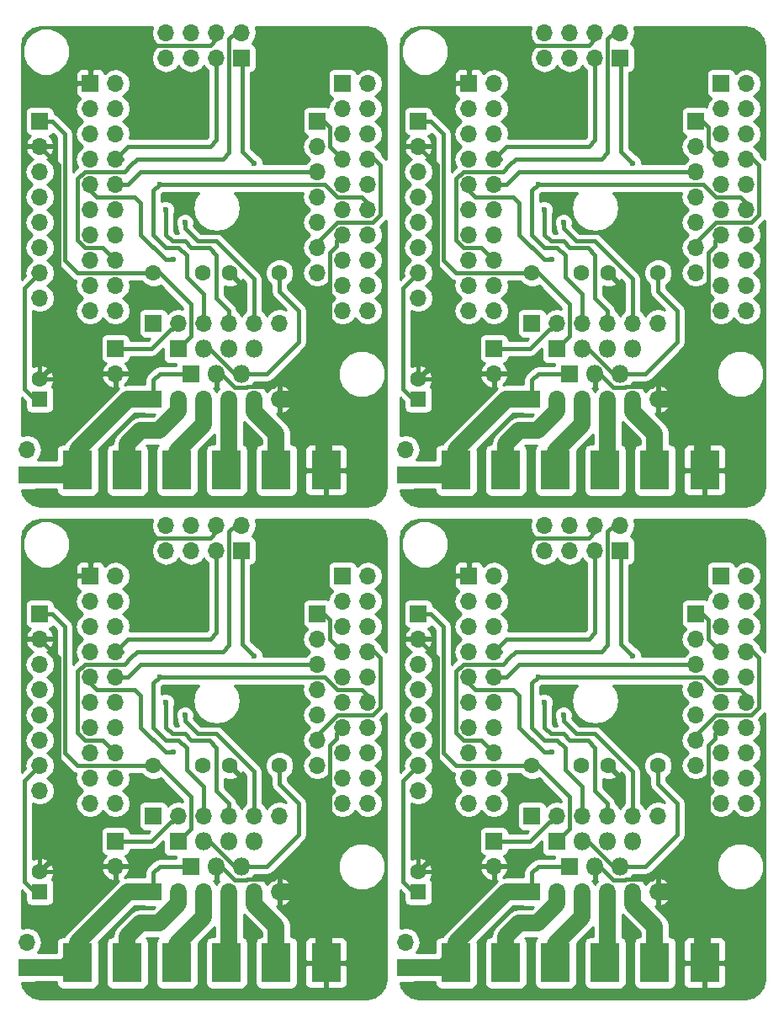
<source format=gtl>
G04 #@! TF.FileFunction,Copper,L1,Top,Signal*
%FSLAX46Y46*%
G04 Gerber Fmt 4.6, Leading zero omitted, Abs format (unit mm)*
G04 Created by KiCad (PCBNEW 4.0.7) date 06/11/20 11:22:33*
%MOMM*%
%LPD*%
G01*
G04 APERTURE LIST*
%ADD10C,0.100000*%
%ADD11R,1.800000X1.800000*%
%ADD12O,1.800000X1.800000*%
%ADD13R,1.700000X1.700000*%
%ADD14O,1.700000X1.700000*%
%ADD15R,1.600000X1.600000*%
%ADD16C,1.600000*%
%ADD17R,3.000000X4.000000*%
%ADD18C,0.600000*%
%ADD19C,1.700000*%
%ADD20C,0.400000*%
%ADD21C,0.250000*%
%ADD22C,0.254000*%
G04 APERTURE END LIST*
D10*
D11*
X121920000Y-133350000D03*
D12*
X124460000Y-133350000D03*
X127000000Y-133350000D03*
D11*
X83820000Y-133350000D03*
D12*
X86360000Y-133350000D03*
X88900000Y-133350000D03*
D11*
X121920000Y-83820000D03*
D12*
X124460000Y-83820000D03*
X127000000Y-83820000D03*
D11*
X120650000Y-130810000D03*
D12*
X123190000Y-130810000D03*
X125730000Y-130810000D03*
X128270000Y-130810000D03*
D11*
X82550000Y-130810000D03*
D12*
X85090000Y-130810000D03*
X87630000Y-130810000D03*
X90170000Y-130810000D03*
D11*
X120650000Y-81280000D03*
D12*
X123190000Y-81280000D03*
X125730000Y-81280000D03*
X128270000Y-81280000D03*
D13*
X134620000Y-107950000D03*
D14*
X134620000Y-110490000D03*
X134620000Y-113030000D03*
X134620000Y-115570000D03*
X134620000Y-118110000D03*
X134620000Y-120650000D03*
X134620000Y-123190000D03*
D13*
X96520000Y-107950000D03*
D14*
X96520000Y-110490000D03*
X96520000Y-113030000D03*
X96520000Y-115570000D03*
X96520000Y-118110000D03*
X96520000Y-120650000D03*
X96520000Y-123190000D03*
D13*
X134620000Y-58420000D03*
D14*
X134620000Y-60960000D03*
X134620000Y-63500000D03*
X134620000Y-66040000D03*
X134620000Y-68580000D03*
X134620000Y-71120000D03*
X134620000Y-73660000D03*
D13*
X106680000Y-107950000D03*
D14*
X106680000Y-110490000D03*
X106680000Y-113030000D03*
X106680000Y-115570000D03*
X106680000Y-118110000D03*
X106680000Y-120650000D03*
X106680000Y-123190000D03*
X106680000Y-125730000D03*
D13*
X68580000Y-107950000D03*
D14*
X68580000Y-110490000D03*
X68580000Y-113030000D03*
X68580000Y-115570000D03*
X68580000Y-118110000D03*
X68580000Y-120650000D03*
X68580000Y-123190000D03*
X68580000Y-125730000D03*
D13*
X106680000Y-58420000D03*
D14*
X106680000Y-60960000D03*
X106680000Y-63500000D03*
X106680000Y-66040000D03*
X106680000Y-68580000D03*
X106680000Y-71120000D03*
X106680000Y-73660000D03*
X106680000Y-76200000D03*
D13*
X127000000Y-101600000D03*
D14*
X127000000Y-99060000D03*
X124460000Y-101600000D03*
X124460000Y-99060000D03*
X121920000Y-101600000D03*
X121920000Y-99060000D03*
X119380000Y-101600000D03*
X119380000Y-99060000D03*
D13*
X88900000Y-101600000D03*
D14*
X88900000Y-99060000D03*
X86360000Y-101600000D03*
X86360000Y-99060000D03*
X83820000Y-101600000D03*
X83820000Y-99060000D03*
X81280000Y-101600000D03*
X81280000Y-99060000D03*
D13*
X127000000Y-52070000D03*
D14*
X127000000Y-49530000D03*
X124460000Y-52070000D03*
X124460000Y-49530000D03*
X121920000Y-52070000D03*
X121920000Y-49530000D03*
X119380000Y-52070000D03*
X119380000Y-49530000D03*
D13*
X114300000Y-130810000D03*
D14*
X114300000Y-133350000D03*
D13*
X76200000Y-130810000D03*
D14*
X76200000Y-133350000D03*
D13*
X114300000Y-81280000D03*
D14*
X114300000Y-83820000D03*
D15*
X106680000Y-135890000D03*
D16*
X106680000Y-133890000D03*
D15*
X68580000Y-135890000D03*
D16*
X68580000Y-133890000D03*
D15*
X106680000Y-86360000D03*
D16*
X106680000Y-84360000D03*
D13*
X105410000Y-143510000D03*
D14*
X105410000Y-140970000D03*
D13*
X67310000Y-143510000D03*
D14*
X67310000Y-140970000D03*
D13*
X105410000Y-93980000D03*
D14*
X105410000Y-91440000D03*
D17*
X110490000Y-143040000D03*
X115490000Y-143040000D03*
X120490000Y-143040000D03*
X125490000Y-143040000D03*
X130490000Y-143040000D03*
X135490000Y-143040000D03*
X72390000Y-143040000D03*
X77390000Y-143040000D03*
X82390000Y-143040000D03*
X87390000Y-143040000D03*
X92390000Y-143040000D03*
X97390000Y-143040000D03*
X110490000Y-93510000D03*
X115490000Y-93510000D03*
X120490000Y-93510000D03*
X125490000Y-93510000D03*
X130490000Y-93510000D03*
X135490000Y-93510000D03*
D13*
X118110000Y-135890000D03*
D14*
X120650000Y-135890000D03*
X123190000Y-135890000D03*
X125730000Y-135890000D03*
X128270000Y-135890000D03*
X130810000Y-135890000D03*
D13*
X80010000Y-135890000D03*
D14*
X82550000Y-135890000D03*
X85090000Y-135890000D03*
X87630000Y-135890000D03*
X90170000Y-135890000D03*
X92710000Y-135890000D03*
D13*
X118110000Y-86360000D03*
D14*
X120650000Y-86360000D03*
X123190000Y-86360000D03*
X125730000Y-86360000D03*
X128270000Y-86360000D03*
X130810000Y-86360000D03*
D13*
X111760000Y-104140000D03*
D14*
X114300000Y-104140000D03*
X111760000Y-106680000D03*
X114300000Y-106680000D03*
X111760000Y-109220000D03*
X114300000Y-109220000D03*
X111760000Y-111760000D03*
X114300000Y-111760000D03*
X111760000Y-114300000D03*
X114300000Y-114300000D03*
X111760000Y-116840000D03*
X114300000Y-116840000D03*
X111760000Y-119380000D03*
X114300000Y-119380000D03*
X111760000Y-121920000D03*
X114300000Y-121920000D03*
X111760000Y-124460000D03*
X114300000Y-124460000D03*
X111760000Y-127000000D03*
X114300000Y-127000000D03*
D13*
X73660000Y-104140000D03*
D14*
X76200000Y-104140000D03*
X73660000Y-106680000D03*
X76200000Y-106680000D03*
X73660000Y-109220000D03*
X76200000Y-109220000D03*
X73660000Y-111760000D03*
X76200000Y-111760000D03*
X73660000Y-114300000D03*
X76200000Y-114300000D03*
X73660000Y-116840000D03*
X76200000Y-116840000D03*
X73660000Y-119380000D03*
X76200000Y-119380000D03*
X73660000Y-121920000D03*
X76200000Y-121920000D03*
X73660000Y-124460000D03*
X76200000Y-124460000D03*
X73660000Y-127000000D03*
X76200000Y-127000000D03*
D13*
X111760000Y-54610000D03*
D14*
X114300000Y-54610000D03*
X111760000Y-57150000D03*
X114300000Y-57150000D03*
X111760000Y-59690000D03*
X114300000Y-59690000D03*
X111760000Y-62230000D03*
X114300000Y-62230000D03*
X111760000Y-64770000D03*
X114300000Y-64770000D03*
X111760000Y-67310000D03*
X114300000Y-67310000D03*
X111760000Y-69850000D03*
X114300000Y-69850000D03*
X111760000Y-72390000D03*
X114300000Y-72390000D03*
X111760000Y-74930000D03*
X114300000Y-74930000D03*
X111760000Y-77470000D03*
X114300000Y-77470000D03*
D13*
X118110000Y-128270000D03*
D14*
X120650000Y-128270000D03*
X123190000Y-128270000D03*
X125730000Y-128270000D03*
X128270000Y-128270000D03*
X130810000Y-128270000D03*
D13*
X80010000Y-128270000D03*
D14*
X82550000Y-128270000D03*
X85090000Y-128270000D03*
X87630000Y-128270000D03*
X90170000Y-128270000D03*
X92710000Y-128270000D03*
D13*
X118110000Y-78740000D03*
D14*
X120650000Y-78740000D03*
X123190000Y-78740000D03*
X125730000Y-78740000D03*
X128270000Y-78740000D03*
X130810000Y-78740000D03*
D16*
X130810000Y-123190000D03*
X125810000Y-123190000D03*
X92710000Y-123190000D03*
X87710000Y-123190000D03*
X130810000Y-73660000D03*
X125810000Y-73660000D03*
X118110000Y-123190000D03*
X123110000Y-123190000D03*
X80010000Y-123190000D03*
X85010000Y-123190000D03*
X118110000Y-73660000D03*
X123110000Y-73660000D03*
D13*
X137160000Y-104140000D03*
D14*
X139700000Y-104140000D03*
X137160000Y-106680000D03*
X139700000Y-106680000D03*
X137160000Y-109220000D03*
X139700000Y-109220000D03*
X137160000Y-111760000D03*
X139700000Y-111760000D03*
X137160000Y-114300000D03*
X139700000Y-114300000D03*
X137160000Y-116840000D03*
X139700000Y-116840000D03*
X137160000Y-119380000D03*
X139700000Y-119380000D03*
X137160000Y-121920000D03*
X139700000Y-121920000D03*
X137160000Y-124460000D03*
X139700000Y-124460000D03*
X137160000Y-127000000D03*
X139700000Y-127000000D03*
D13*
X99060000Y-104140000D03*
D14*
X101600000Y-104140000D03*
X99060000Y-106680000D03*
X101600000Y-106680000D03*
X99060000Y-109220000D03*
X101600000Y-109220000D03*
X99060000Y-111760000D03*
X101600000Y-111760000D03*
X99060000Y-114300000D03*
X101600000Y-114300000D03*
X99060000Y-116840000D03*
X101600000Y-116840000D03*
X99060000Y-119380000D03*
X101600000Y-119380000D03*
X99060000Y-121920000D03*
X101600000Y-121920000D03*
X99060000Y-124460000D03*
X101600000Y-124460000D03*
X99060000Y-127000000D03*
X101600000Y-127000000D03*
D13*
X137160000Y-54610000D03*
D14*
X139700000Y-54610000D03*
X137160000Y-57150000D03*
X139700000Y-57150000D03*
X137160000Y-59690000D03*
X139700000Y-59690000D03*
X137160000Y-62230000D03*
X139700000Y-62230000D03*
X137160000Y-64770000D03*
X139700000Y-64770000D03*
X137160000Y-67310000D03*
X139700000Y-67310000D03*
X137160000Y-69850000D03*
X139700000Y-69850000D03*
X137160000Y-72390000D03*
X139700000Y-72390000D03*
X137160000Y-74930000D03*
X139700000Y-74930000D03*
X137160000Y-77470000D03*
X139700000Y-77470000D03*
D16*
X80010000Y-73660000D03*
X85010000Y-73660000D03*
X92710000Y-73660000D03*
X87710000Y-73660000D03*
D13*
X88900000Y-52070000D03*
D14*
X88900000Y-49530000D03*
X86360000Y-52070000D03*
X86360000Y-49530000D03*
X83820000Y-52070000D03*
X83820000Y-49530000D03*
X81280000Y-52070000D03*
X81280000Y-49530000D03*
D13*
X68580000Y-58420000D03*
D14*
X68580000Y-60960000D03*
X68580000Y-63500000D03*
X68580000Y-66040000D03*
X68580000Y-68580000D03*
X68580000Y-71120000D03*
X68580000Y-73660000D03*
X68580000Y-76200000D03*
D13*
X96520000Y-58420000D03*
D14*
X96520000Y-60960000D03*
X96520000Y-63500000D03*
X96520000Y-66040000D03*
X96520000Y-68580000D03*
X96520000Y-71120000D03*
X96520000Y-73660000D03*
D13*
X80010000Y-86360000D03*
D14*
X82550000Y-86360000D03*
X85090000Y-86360000D03*
X87630000Y-86360000D03*
X90170000Y-86360000D03*
X92710000Y-86360000D03*
D13*
X80010000Y-78740000D03*
D14*
X82550000Y-78740000D03*
X85090000Y-78740000D03*
X87630000Y-78740000D03*
X90170000Y-78740000D03*
X92710000Y-78740000D03*
D13*
X73660000Y-54610000D03*
D14*
X76200000Y-54610000D03*
X73660000Y-57150000D03*
X76200000Y-57150000D03*
X73660000Y-59690000D03*
X76200000Y-59690000D03*
X73660000Y-62230000D03*
X76200000Y-62230000D03*
X73660000Y-64770000D03*
X76200000Y-64770000D03*
X73660000Y-67310000D03*
X76200000Y-67310000D03*
X73660000Y-69850000D03*
X76200000Y-69850000D03*
X73660000Y-72390000D03*
X76200000Y-72390000D03*
X73660000Y-74930000D03*
X76200000Y-74930000D03*
X73660000Y-77470000D03*
X76200000Y-77470000D03*
D13*
X99060000Y-54610000D03*
D14*
X101600000Y-54610000D03*
X99060000Y-57150000D03*
X101600000Y-57150000D03*
X99060000Y-59690000D03*
X101600000Y-59690000D03*
X99060000Y-62230000D03*
X101600000Y-62230000D03*
X99060000Y-64770000D03*
X101600000Y-64770000D03*
X99060000Y-67310000D03*
X101600000Y-67310000D03*
X99060000Y-69850000D03*
X101600000Y-69850000D03*
X99060000Y-72390000D03*
X101600000Y-72390000D03*
X99060000Y-74930000D03*
X101600000Y-74930000D03*
X99060000Y-77470000D03*
X101600000Y-77470000D03*
D17*
X72390000Y-93510000D03*
X77390000Y-93510000D03*
X82390000Y-93510000D03*
X87390000Y-93510000D03*
X92390000Y-93510000D03*
X97390000Y-93510000D03*
D13*
X67310000Y-93980000D03*
D14*
X67310000Y-91440000D03*
D11*
X82550000Y-81280000D03*
D12*
X85090000Y-81280000D03*
X87630000Y-81280000D03*
X90170000Y-81280000D03*
D11*
X83820000Y-83820000D03*
D12*
X86360000Y-83820000D03*
X88900000Y-83820000D03*
D15*
X68580000Y-86360000D03*
D16*
X68580000Y-84360000D03*
D13*
X76200000Y-81280000D03*
D14*
X76200000Y-83820000D03*
D18*
X133350000Y-100330000D03*
X95250000Y-100330000D03*
X133350000Y-50800000D03*
X135890000Y-100330000D03*
X97790000Y-100330000D03*
X135890000Y-50800000D03*
X138430000Y-100330000D03*
X100330000Y-100330000D03*
X138430000Y-50800000D03*
X109220000Y-138430000D03*
X71120000Y-138430000D03*
X109220000Y-88900000D03*
X108585000Y-139065000D03*
X70485000Y-139065000D03*
X108585000Y-89535000D03*
X106680000Y-128905000D03*
X68580000Y-128905000D03*
X106680000Y-79375000D03*
X106680000Y-130175000D03*
X68580000Y-130175000D03*
X106680000Y-80645000D03*
X100330000Y-50800000D03*
X97790000Y-50800000D03*
X95250000Y-50800000D03*
X70485000Y-89535000D03*
X71120000Y-88900000D03*
X68580000Y-79375000D03*
X68580000Y-80645000D03*
X128270000Y-112187400D03*
X90170000Y-112187400D03*
X128270000Y-62657400D03*
X90170000Y-62657400D03*
X118745000Y-114300000D03*
X80645000Y-114300000D03*
X118745000Y-64770000D03*
X80645000Y-64770000D03*
X119380000Y-116840000D03*
X81280000Y-116840000D03*
X119380000Y-67310000D03*
X81280000Y-67310000D03*
X121285000Y-118110000D03*
X83185000Y-118110000D03*
X121285000Y-68580000D03*
X83185000Y-68580000D03*
X120122300Y-121871100D03*
X82022300Y-121871100D03*
X120122300Y-72341100D03*
X82022300Y-72341100D03*
D19*
X109220000Y-143510000D02*
X105410000Y-143510000D01*
X71120000Y-143510000D02*
X67310000Y-143510000D01*
X109220000Y-93980000D02*
X105410000Y-93980000D01*
X110490000Y-142240000D02*
X109220000Y-143510000D01*
X72390000Y-142240000D02*
X71120000Y-143510000D01*
X110490000Y-92710000D02*
X109220000Y-93980000D01*
D20*
X109220000Y-121920000D02*
X109220000Y-109220000D01*
X71120000Y-121920000D02*
X71120000Y-109220000D01*
X109220000Y-72390000D02*
X109220000Y-59690000D01*
X109220000Y-109220000D02*
X107950000Y-107950000D01*
X71120000Y-109220000D02*
X69850000Y-107950000D01*
X109220000Y-59690000D02*
X107950000Y-58420000D01*
X107950000Y-107950000D02*
X106680000Y-107950000D01*
X69850000Y-107950000D02*
X68580000Y-107950000D01*
X107950000Y-58420000D02*
X106680000Y-58420000D01*
X121920000Y-129540000D02*
X120650000Y-130810000D01*
X83820000Y-129540000D02*
X82550000Y-130810000D01*
X121920000Y-80010000D02*
X120650000Y-81280000D01*
X121920000Y-126365000D02*
X121920000Y-129540000D01*
X83820000Y-126365000D02*
X83820000Y-129540000D01*
X121920000Y-76835000D02*
X121920000Y-80010000D01*
X118745000Y-123190000D02*
X121920000Y-126365000D01*
X80645000Y-123190000D02*
X83820000Y-126365000D01*
X118745000Y-73660000D02*
X121920000Y-76835000D01*
X118110000Y-123190000D02*
X118745000Y-123190000D01*
X80010000Y-123190000D02*
X80645000Y-123190000D01*
X118110000Y-73660000D02*
X118745000Y-73660000D01*
X110490000Y-123190000D02*
X109220000Y-121920000D01*
X72390000Y-123190000D02*
X71120000Y-121920000D01*
X110490000Y-73660000D02*
X109220000Y-72390000D01*
X118110000Y-123190000D02*
X110490000Y-123190000D01*
X80010000Y-123190000D02*
X72390000Y-123190000D01*
X118110000Y-73660000D02*
X110490000Y-73660000D01*
D19*
X110490000Y-140970000D02*
X110490000Y-142240000D01*
X72390000Y-140970000D02*
X72390000Y-142240000D01*
X110490000Y-91440000D02*
X110490000Y-92710000D01*
X115570000Y-135890000D02*
X110490000Y-140970000D01*
X77470000Y-135890000D02*
X72390000Y-140970000D01*
X115570000Y-86360000D02*
X110490000Y-91440000D01*
D20*
X121920000Y-133350000D02*
X118745000Y-133350000D01*
X83820000Y-133350000D02*
X80645000Y-133350000D01*
X121920000Y-83820000D02*
X118745000Y-83820000D01*
X118745000Y-133350000D02*
X118110000Y-133985000D01*
X80645000Y-133350000D02*
X80010000Y-133985000D01*
X118745000Y-83820000D02*
X118110000Y-84455000D01*
X118110000Y-133985000D02*
X118110000Y-135890000D01*
X80010000Y-133985000D02*
X80010000Y-135890000D01*
X118110000Y-84455000D02*
X118110000Y-86360000D01*
D19*
X118110000Y-135890000D02*
X115570000Y-135890000D01*
X80010000Y-135890000D02*
X77470000Y-135890000D01*
X118110000Y-86360000D02*
X115570000Y-86360000D01*
X80010000Y-86360000D02*
X77470000Y-86360000D01*
X77470000Y-86360000D02*
X72390000Y-91440000D01*
X72390000Y-91440000D02*
X72390000Y-92710000D01*
D20*
X80010000Y-84455000D02*
X80010000Y-86360000D01*
X80645000Y-83820000D02*
X80010000Y-84455000D01*
X83820000Y-83820000D02*
X80645000Y-83820000D01*
D19*
X71120000Y-93980000D02*
X67310000Y-93980000D01*
X72390000Y-92710000D02*
X71120000Y-93980000D01*
D20*
X69850000Y-58420000D02*
X68580000Y-58420000D01*
X71120000Y-59690000D02*
X69850000Y-58420000D01*
X71120000Y-72390000D02*
X71120000Y-59690000D01*
X72390000Y-73660000D02*
X71120000Y-72390000D01*
X80010000Y-73660000D02*
X72390000Y-73660000D01*
X83820000Y-80010000D02*
X82550000Y-81280000D01*
X83820000Y-76835000D02*
X83820000Y-80010000D01*
X80645000Y-73660000D02*
X83820000Y-76835000D01*
X80010000Y-73660000D02*
X80645000Y-73660000D01*
X108585000Y-112395000D02*
X108585000Y-127000000D01*
X70485000Y-112395000D02*
X70485000Y-127000000D01*
X108585000Y-62865000D02*
X108585000Y-77470000D01*
X106680000Y-110490000D02*
X108585000Y-112395000D01*
X68580000Y-110490000D02*
X70485000Y-112395000D01*
X106680000Y-60960000D02*
X108585000Y-62865000D01*
X130160000Y-134626200D02*
X135890000Y-128895300D01*
X92060000Y-134626200D02*
X97790000Y-128895300D01*
X130160000Y-85096200D02*
X135890000Y-79365300D01*
X127487800Y-134701300D02*
X127562900Y-134626200D01*
X89387800Y-134701300D02*
X89462900Y-134626200D01*
X127487800Y-85171300D02*
X127562900Y-85096200D01*
X127562900Y-134626200D02*
X130160000Y-134626200D01*
X89462900Y-134626200D02*
X92060000Y-134626200D01*
X127562900Y-85096200D02*
X130160000Y-85096200D01*
X135890000Y-128895300D02*
X135890000Y-121148000D01*
X97790000Y-128895300D02*
X97790000Y-121148000D01*
X135890000Y-79365300D02*
X135890000Y-71618000D01*
X124958400Y-133350000D02*
X126309700Y-134701300D01*
X86858400Y-133350000D02*
X88209700Y-134701300D01*
X124958400Y-83820000D02*
X126309700Y-85171300D01*
X126309700Y-134701300D02*
X127487800Y-134701300D01*
X88209700Y-134701300D02*
X89387800Y-134701300D01*
X126309700Y-85171300D02*
X127487800Y-85171300D01*
X124460000Y-133350000D02*
X124958400Y-133350000D01*
X86360000Y-133350000D02*
X86858400Y-133350000D01*
X124460000Y-83820000D02*
X124958400Y-83820000D01*
X130798000Y-135264700D02*
X130798000Y-135890000D01*
X92698000Y-135264700D02*
X92698000Y-135890000D01*
X130798000Y-85734700D02*
X130798000Y-86360000D01*
X130798000Y-135890000D02*
X130810000Y-135890000D01*
X92698000Y-135890000D02*
X92710000Y-135890000D01*
X130798000Y-86360000D02*
X130810000Y-86360000D01*
D19*
X132715000Y-135890000D02*
X135255000Y-138430000D01*
X94615000Y-135890000D02*
X97155000Y-138430000D01*
X132715000Y-86360000D02*
X135255000Y-88900000D01*
X135255000Y-138430000D02*
X135255000Y-142005000D01*
X97155000Y-138430000D02*
X97155000Y-142005000D01*
X135255000Y-88900000D02*
X135255000Y-92475000D01*
X135255000Y-142005000D02*
X135490000Y-142240000D01*
X97155000Y-142005000D02*
X97390000Y-142240000D01*
X135255000Y-92475000D02*
X135490000Y-92710000D01*
X130810000Y-135890000D02*
X132715000Y-135890000D01*
X92710000Y-135890000D02*
X94615000Y-135890000D01*
X130810000Y-86360000D02*
X132715000Y-86360000D01*
D20*
X133350000Y-100330000D02*
X135890000Y-100330000D01*
X95250000Y-100330000D02*
X97790000Y-100330000D01*
X133350000Y-50800000D02*
X135890000Y-50800000D01*
X124460000Y-99695000D02*
X124460000Y-99060000D01*
X86360000Y-99695000D02*
X86360000Y-99060000D01*
X124460000Y-50165000D02*
X124460000Y-49530000D01*
X124460000Y-99695000D02*
X124460000Y-99060000D01*
X86360000Y-99695000D02*
X86360000Y-99060000D01*
X124460000Y-50165000D02*
X124460000Y-49530000D01*
X111760000Y-102870000D02*
X114300000Y-100330000D01*
X73660000Y-102870000D02*
X76200000Y-100330000D01*
X111760000Y-53340000D02*
X114300000Y-50800000D01*
X114300000Y-100330000D02*
X123825000Y-100330000D01*
X76200000Y-100330000D02*
X85725000Y-100330000D01*
X114300000Y-50800000D02*
X123825000Y-50800000D01*
X123825000Y-100330000D02*
X124460000Y-99695000D01*
X85725000Y-100330000D02*
X86360000Y-99695000D01*
X123825000Y-50800000D02*
X124460000Y-50165000D01*
X111760000Y-104140000D02*
X111760000Y-102870000D01*
X73660000Y-104140000D02*
X73660000Y-102870000D01*
X111760000Y-54610000D02*
X111760000Y-53340000D01*
X135890000Y-121148000D02*
X136525000Y-120513400D01*
X97790000Y-121148000D02*
X98425000Y-120513400D01*
X135890000Y-71618000D02*
X136525000Y-70983400D01*
X136525000Y-120015000D02*
X137160000Y-119380000D01*
X98425000Y-120015000D02*
X99060000Y-119380000D01*
X136525000Y-70485000D02*
X137160000Y-69850000D01*
X136525000Y-120513400D02*
X136525000Y-120015000D01*
X98425000Y-120513400D02*
X98425000Y-120015000D01*
X136525000Y-70983400D02*
X136525000Y-70485000D01*
X106680000Y-133890000D02*
X106680000Y-130175000D01*
X68580000Y-133890000D02*
X68580000Y-130175000D01*
X106680000Y-84360000D02*
X106680000Y-80645000D01*
X106680000Y-133890000D02*
X109125000Y-133890000D01*
X68580000Y-133890000D02*
X71025000Y-133890000D01*
X106680000Y-84360000D02*
X109125000Y-84360000D01*
X109125000Y-133890000D02*
X109220000Y-133985000D01*
X71025000Y-133890000D02*
X71120000Y-133985000D01*
X109125000Y-84360000D02*
X109220000Y-84455000D01*
X108585000Y-127000000D02*
X106680000Y-128905000D01*
X70485000Y-127000000D02*
X68580000Y-128905000D01*
X108585000Y-77470000D02*
X106680000Y-79375000D01*
X109220000Y-133985000D02*
X109220000Y-138430000D01*
X71120000Y-133985000D02*
X71120000Y-138430000D01*
X109220000Y-84455000D02*
X109220000Y-88900000D01*
X95250000Y-50800000D02*
X97790000Y-50800000D01*
X73660000Y-54610000D02*
X73660000Y-53340000D01*
X85725000Y-50800000D02*
X86360000Y-50165000D01*
X76200000Y-50800000D02*
X85725000Y-50800000D01*
X73660000Y-53340000D02*
X76200000Y-50800000D01*
X86360000Y-50165000D02*
X86360000Y-49530000D01*
X71120000Y-84455000D02*
X71120000Y-88900000D01*
X71025000Y-84360000D02*
X71120000Y-84455000D01*
X68580000Y-84360000D02*
X71025000Y-84360000D01*
X68580000Y-84360000D02*
X68580000Y-80645000D01*
X86360000Y-50165000D02*
X86360000Y-49530000D01*
D19*
X97155000Y-92475000D02*
X97390000Y-92710000D01*
X97155000Y-88900000D02*
X97155000Y-92475000D01*
X94615000Y-86360000D02*
X97155000Y-88900000D01*
X92710000Y-86360000D02*
X94615000Y-86360000D01*
D20*
X70485000Y-77470000D02*
X68580000Y-79375000D01*
X70485000Y-62865000D02*
X70485000Y-77470000D01*
X68580000Y-60960000D02*
X70485000Y-62865000D01*
X92698000Y-86360000D02*
X92710000Y-86360000D01*
X92698000Y-85734700D02*
X92698000Y-86360000D01*
X98425000Y-70485000D02*
X99060000Y-69850000D01*
X98425000Y-70983400D02*
X98425000Y-70485000D01*
X97790000Y-71618000D02*
X98425000Y-70983400D01*
X97790000Y-79365300D02*
X97790000Y-71618000D01*
X92060000Y-85096200D02*
X97790000Y-79365300D01*
X89462900Y-85096200D02*
X92060000Y-85096200D01*
X89387800Y-85171300D02*
X89462900Y-85096200D01*
X88209700Y-85171300D02*
X89387800Y-85171300D01*
X86858400Y-83820000D02*
X88209700Y-85171300D01*
X86360000Y-83820000D02*
X86858400Y-83820000D01*
X111238100Y-120669700D02*
X110496700Y-119928300D01*
X73138100Y-120669700D02*
X72396700Y-119928300D01*
X111238100Y-71139700D02*
X110496700Y-70398300D01*
X123190000Y-130810000D02*
X123759100Y-130810000D01*
X85090000Y-130810000D02*
X85659100Y-130810000D01*
X123190000Y-81280000D02*
X123759100Y-81280000D01*
X111196100Y-113049600D02*
X115170400Y-113049600D01*
X73096100Y-113049600D02*
X77070400Y-113049600D01*
X111196100Y-63519600D02*
X115170400Y-63519600D01*
X110496700Y-113749000D02*
X111196100Y-113049600D01*
X72396700Y-113749000D02*
X73096100Y-113049600D01*
X110496700Y-64219000D02*
X111196100Y-63519600D01*
X110496700Y-119928300D02*
X110496700Y-113749000D01*
X72396700Y-119928300D02*
X72396700Y-113749000D01*
X110496700Y-70398300D02*
X110496700Y-64219000D01*
X115170400Y-113049600D02*
X115825000Y-112395000D01*
X77070400Y-113049600D02*
X77725000Y-112395000D01*
X115170400Y-63519600D02*
X115825000Y-62865000D01*
X125095000Y-111760000D02*
X116460000Y-111760000D01*
X86995000Y-111760000D02*
X78360000Y-111760000D01*
X125095000Y-62230000D02*
X116460000Y-62230000D01*
X125749600Y-111105400D02*
X125095000Y-111760000D01*
X87649600Y-111105400D02*
X86995000Y-111760000D01*
X125749600Y-61575400D02*
X125095000Y-62230000D01*
X116460000Y-111760000D02*
X115825000Y-112395000D01*
X78360000Y-111760000D02*
X77725000Y-112395000D01*
X116460000Y-62230000D02*
X115825000Y-62865000D01*
X132715000Y-130175000D02*
X129540000Y-133350000D01*
X94615000Y-130175000D02*
X91440000Y-133350000D01*
X132715000Y-80645000D02*
X129540000Y-83820000D01*
X129540000Y-133350000D02*
X127000000Y-133350000D01*
X91440000Y-133350000D02*
X88900000Y-133350000D01*
X129540000Y-83820000D02*
X127000000Y-83820000D01*
X132715000Y-127000000D02*
X132715000Y-130175000D01*
X94615000Y-127000000D02*
X94615000Y-130175000D01*
X132715000Y-77470000D02*
X132715000Y-80645000D01*
X130810000Y-123190000D02*
X130810000Y-125095000D01*
X92710000Y-123190000D02*
X92710000Y-125095000D01*
X130810000Y-73660000D02*
X130810000Y-75565000D01*
X130810000Y-125095000D02*
X132715000Y-127000000D01*
X92710000Y-125095000D02*
X94615000Y-127000000D01*
X130810000Y-75565000D02*
X132715000Y-77470000D01*
X123759100Y-130810000D02*
X126299100Y-133350000D01*
X85659100Y-130810000D02*
X88199100Y-133350000D01*
X123759100Y-81280000D02*
X126299100Y-83820000D01*
X126299100Y-133350000D02*
X127000000Y-133350000D01*
X88199100Y-133350000D02*
X88900000Y-133350000D01*
X126299100Y-83820000D02*
X127000000Y-83820000D01*
X125749600Y-102235000D02*
X125749600Y-99675400D01*
X87649600Y-102235000D02*
X87649600Y-99675400D01*
X125749600Y-52705000D02*
X125749600Y-50145400D01*
X125749600Y-99675400D02*
X126365000Y-99060000D01*
X87649600Y-99675400D02*
X88265000Y-99060000D01*
X125749600Y-50145400D02*
X126365000Y-49530000D01*
X127000000Y-99060000D02*
X126365000Y-99060000D01*
X88900000Y-99060000D02*
X88265000Y-99060000D01*
X127000000Y-49530000D02*
X126365000Y-49530000D01*
X125749600Y-102235000D02*
X125749600Y-111105400D01*
X87649600Y-102235000D02*
X87649600Y-111105400D01*
X125749600Y-52705000D02*
X125749600Y-61575400D01*
X113030000Y-120650000D02*
X111218400Y-120650000D01*
X74930000Y-120650000D02*
X73118400Y-120650000D01*
X113030000Y-71120000D02*
X111218400Y-71120000D01*
X111218400Y-120650000D02*
X111238100Y-120669700D01*
X73118400Y-120650000D02*
X73138100Y-120669700D01*
X111218400Y-71120000D02*
X111238100Y-71139700D01*
X114300000Y-121920000D02*
X113030000Y-120650000D01*
X76200000Y-121920000D02*
X74930000Y-120650000D01*
X114300000Y-72390000D02*
X113030000Y-71120000D01*
X106680000Y-123190000D02*
X105156000Y-124714000D01*
X68580000Y-123190000D02*
X67056000Y-124714000D01*
X106680000Y-73660000D02*
X105156000Y-75184000D01*
X105156000Y-124714000D02*
X105156000Y-134874000D01*
X67056000Y-124714000D02*
X67056000Y-134874000D01*
X105156000Y-75184000D02*
X105156000Y-85344000D01*
X106172000Y-135890000D02*
X106680000Y-135890000D01*
X68072000Y-135890000D02*
X68580000Y-135890000D01*
X106172000Y-86360000D02*
X106680000Y-86360000D01*
X105156000Y-134874000D02*
X106172000Y-135890000D01*
X67056000Y-134874000D02*
X68072000Y-135890000D01*
X105156000Y-85344000D02*
X106172000Y-86360000D01*
X76200000Y-72390000D02*
X74930000Y-71120000D01*
X73118400Y-71120000D02*
X73138100Y-71139700D01*
X74930000Y-71120000D02*
X73118400Y-71120000D01*
X86995000Y-62230000D02*
X78360000Y-62230000D01*
X73138100Y-71139700D02*
X72396700Y-70398300D01*
X72396700Y-70398300D02*
X72396700Y-64219000D01*
X72396700Y-64219000D02*
X73096100Y-63519600D01*
X73096100Y-63519600D02*
X77070400Y-63519600D01*
X77070400Y-63519600D02*
X77725000Y-62865000D01*
X87649600Y-52705000D02*
X87649600Y-50145400D01*
X87649600Y-50145400D02*
X88265000Y-49530000D01*
X87649600Y-61575400D02*
X86995000Y-62230000D01*
X87649600Y-52705000D02*
X87649600Y-61575400D01*
X78360000Y-62230000D02*
X77725000Y-62865000D01*
X88900000Y-49530000D02*
X88265000Y-49530000D01*
X68072000Y-86360000D02*
X68580000Y-86360000D01*
X67056000Y-85344000D02*
X68072000Y-86360000D01*
X67056000Y-75184000D02*
X67056000Y-85344000D01*
X68580000Y-73660000D02*
X67056000Y-75184000D01*
X91440000Y-83820000D02*
X88900000Y-83820000D01*
X94615000Y-80645000D02*
X91440000Y-83820000D01*
X94615000Y-77470000D02*
X94615000Y-80645000D01*
X92710000Y-75565000D02*
X94615000Y-77470000D01*
X92710000Y-73660000D02*
X92710000Y-75565000D01*
X88199100Y-83820000D02*
X88900000Y-83820000D01*
X85659100Y-81280000D02*
X88199100Y-83820000D01*
X85090000Y-81280000D02*
X85659100Y-81280000D01*
X114300000Y-114300000D02*
X115550300Y-114300000D01*
X76200000Y-114300000D02*
X77450300Y-114300000D01*
X114300000Y-64770000D02*
X115550300Y-64770000D01*
X115550300Y-114300000D02*
X116820300Y-113030000D01*
X77450300Y-114300000D02*
X78720300Y-113030000D01*
X115550300Y-64770000D02*
X116820300Y-63500000D01*
X116820300Y-113030000D02*
X134620000Y-113030000D01*
X78720300Y-113030000D02*
X96520000Y-113030000D01*
X116820300Y-63500000D02*
X134620000Y-63500000D01*
X78720300Y-63500000D02*
X96520000Y-63500000D01*
X77450300Y-64770000D02*
X78720300Y-63500000D01*
X76200000Y-64770000D02*
X77450300Y-64770000D01*
X114617500Y-111760000D02*
X114300000Y-111760000D01*
X76517500Y-111760000D02*
X76200000Y-111760000D01*
X114617500Y-62230000D02*
X114300000Y-62230000D01*
X114300000Y-111760000D02*
X115570000Y-110490000D01*
X76200000Y-111760000D02*
X77470000Y-110490000D01*
X114300000Y-62230000D02*
X115570000Y-60960000D01*
X114935000Y-111760000D02*
X114617500Y-111760000D01*
X76835000Y-111760000D02*
X76517500Y-111760000D01*
X114935000Y-62230000D02*
X114617500Y-62230000D01*
X115570000Y-110490000D02*
X123825000Y-110490000D01*
X77470000Y-110490000D02*
X85725000Y-110490000D01*
X115570000Y-60960000D02*
X123825000Y-60960000D01*
X124460000Y-109855000D02*
X124460000Y-101600000D01*
X86360000Y-109855000D02*
X86360000Y-101600000D01*
X124460000Y-60325000D02*
X124460000Y-52070000D01*
X123825000Y-110490000D02*
X124460000Y-109855000D01*
X85725000Y-110490000D02*
X86360000Y-109855000D01*
X123825000Y-60960000D02*
X124460000Y-60325000D01*
X76200000Y-62230000D02*
X77470000Y-60960000D01*
X86360000Y-60325000D02*
X86360000Y-52070000D01*
X85725000Y-60960000D02*
X86360000Y-60325000D01*
X77470000Y-60960000D02*
X85725000Y-60960000D01*
X76835000Y-62230000D02*
X76517500Y-62230000D01*
X76517500Y-62230000D02*
X76200000Y-62230000D01*
X127103800Y-101703800D02*
X127000000Y-101600000D01*
X89003800Y-101703800D02*
X88900000Y-101600000D01*
X127103800Y-52173800D02*
X127000000Y-52070000D01*
X128270000Y-112187400D02*
X127103800Y-111021200D01*
X90170000Y-112187400D02*
X89003800Y-111021200D01*
X128270000Y-62657400D02*
X127103800Y-61491200D01*
X127103800Y-111021200D02*
X127103800Y-101703800D01*
X89003800Y-111021200D02*
X89003800Y-101703800D01*
X127103800Y-61491200D02*
X127103800Y-52173800D01*
X89003800Y-61491200D02*
X89003800Y-52173800D01*
X90170000Y-62657400D02*
X89003800Y-61491200D01*
X89003800Y-52173800D02*
X88900000Y-52070000D01*
X137160000Y-111125000D02*
X137160000Y-111760000D01*
X99060000Y-111125000D02*
X99060000Y-111760000D01*
X137160000Y-61595000D02*
X137160000Y-62230000D01*
X137160000Y-111760000D02*
X135890000Y-110490000D01*
X99060000Y-111760000D02*
X97790000Y-110490000D01*
X137160000Y-62230000D02*
X135890000Y-60960000D01*
X135890000Y-108585000D02*
X135255000Y-107950000D01*
X97790000Y-108585000D02*
X97155000Y-107950000D01*
X135890000Y-59055000D02*
X135255000Y-58420000D01*
X135255000Y-107950000D02*
X134620000Y-107950000D01*
X97155000Y-107950000D02*
X96520000Y-107950000D01*
X135255000Y-58420000D02*
X134620000Y-58420000D01*
X135890000Y-110490000D02*
X135890000Y-108585000D01*
X97790000Y-110490000D02*
X97790000Y-108585000D01*
X135890000Y-60960000D02*
X135890000Y-59055000D01*
X97155000Y-58420000D02*
X96520000Y-58420000D01*
X97790000Y-59055000D02*
X97155000Y-58420000D01*
X97790000Y-60960000D02*
X97790000Y-59055000D01*
X99060000Y-62230000D02*
X97790000Y-60960000D01*
X99060000Y-61595000D02*
X99060000Y-62230000D01*
X135354000Y-114300000D02*
X118745000Y-114300000D01*
X97254000Y-114300000D02*
X80645000Y-114300000D01*
X135354000Y-64770000D02*
X118745000Y-64770000D01*
X136624000Y-115570000D02*
X135354000Y-114300000D01*
X98524000Y-115570000D02*
X97254000Y-114300000D01*
X136624000Y-66040000D02*
X135354000Y-64770000D01*
X118745000Y-114300000D02*
X118110000Y-114935000D01*
X80645000Y-114300000D02*
X80010000Y-114935000D01*
X118745000Y-64770000D02*
X118110000Y-65405000D01*
X118110000Y-114935000D02*
X118110000Y-119380000D01*
X80010000Y-114935000D02*
X80010000Y-119380000D01*
X118110000Y-65405000D02*
X118110000Y-69850000D01*
X139700000Y-116840000D02*
X139700000Y-116205000D01*
X101600000Y-116840000D02*
X101600000Y-116205000D01*
X139700000Y-67310000D02*
X139700000Y-66675000D01*
X139700000Y-116205000D02*
X139065000Y-115570000D01*
X101600000Y-116205000D02*
X100965000Y-115570000D01*
X139700000Y-66675000D02*
X139065000Y-66040000D01*
X139065000Y-115570000D02*
X136624000Y-115570000D01*
X100965000Y-115570000D02*
X98524000Y-115570000D01*
X139065000Y-66040000D02*
X136624000Y-66040000D01*
X118110000Y-119380000D02*
X119380000Y-120650000D01*
X80010000Y-119380000D02*
X81280000Y-120650000D01*
X118110000Y-69850000D02*
X119380000Y-71120000D01*
X121457000Y-123595800D02*
X123190000Y-125328800D01*
X83357000Y-123595800D02*
X85090000Y-125328800D01*
X121457000Y-74065800D02*
X123190000Y-75798800D01*
X123190000Y-125328800D02*
X123190000Y-128270000D01*
X85090000Y-125328800D02*
X85090000Y-128270000D01*
X123190000Y-75798800D02*
X123190000Y-78740000D01*
X119380000Y-120650000D02*
X120650000Y-120650000D01*
X81280000Y-120650000D02*
X82550000Y-120650000D01*
X119380000Y-71120000D02*
X120650000Y-71120000D01*
X120650000Y-120650000D02*
X121457000Y-121457000D01*
X82550000Y-120650000D02*
X83357000Y-121457000D01*
X120650000Y-71120000D02*
X121457000Y-71927000D01*
X121457000Y-121457000D02*
X121457000Y-123595800D01*
X83357000Y-121457000D02*
X83357000Y-123595800D01*
X121457000Y-71927000D02*
X121457000Y-74065800D01*
X85090000Y-75798800D02*
X85090000Y-78740000D01*
X83357000Y-74065800D02*
X85090000Y-75798800D01*
X83357000Y-71927000D02*
X83357000Y-74065800D01*
X82550000Y-71120000D02*
X83357000Y-71927000D01*
X81280000Y-71120000D02*
X82550000Y-71120000D01*
X80010000Y-69850000D02*
X81280000Y-71120000D01*
X80010000Y-65405000D02*
X80010000Y-69850000D01*
X80645000Y-64770000D02*
X80010000Y-65405000D01*
X97254000Y-64770000D02*
X80645000Y-64770000D01*
X98524000Y-66040000D02*
X97254000Y-64770000D01*
X100965000Y-66040000D02*
X98524000Y-66040000D01*
X101600000Y-66675000D02*
X100965000Y-66040000D01*
X101600000Y-67310000D02*
X101600000Y-66675000D01*
X124460000Y-121379100D02*
X124460000Y-125749700D01*
X86360000Y-121379100D02*
X86360000Y-125749700D01*
X124460000Y-71849100D02*
X124460000Y-76219700D01*
X124460000Y-125749700D02*
X125730000Y-127019700D01*
X86360000Y-125749700D02*
X87630000Y-127019700D01*
X124460000Y-76219700D02*
X125730000Y-77489700D01*
X125730000Y-127019700D02*
X125730000Y-128270000D01*
X87630000Y-127019700D02*
X87630000Y-128270000D01*
X125730000Y-77489700D02*
X125730000Y-78740000D01*
X119380000Y-116840000D02*
X119380000Y-119380000D01*
X81280000Y-116840000D02*
X81280000Y-119380000D01*
X119380000Y-67310000D02*
X119380000Y-69850000D01*
X123730900Y-120650000D02*
X124460000Y-121379100D01*
X85630900Y-120650000D02*
X86360000Y-121379100D01*
X123730900Y-71120000D02*
X124460000Y-71849100D01*
X119380000Y-119380000D02*
X120015000Y-120015000D01*
X81280000Y-119380000D02*
X81915000Y-120015000D01*
X119380000Y-69850000D02*
X120015000Y-70485000D01*
X121920000Y-120650000D02*
X123730900Y-120650000D01*
X83820000Y-120650000D02*
X85630900Y-120650000D01*
X121920000Y-71120000D02*
X123730900Y-71120000D01*
X120015000Y-120015000D02*
X121285000Y-120015000D01*
X81915000Y-120015000D02*
X83185000Y-120015000D01*
X120015000Y-70485000D02*
X121285000Y-70485000D01*
X121285000Y-120015000D02*
X121920000Y-120650000D01*
X83185000Y-120015000D02*
X83820000Y-120650000D01*
X121285000Y-70485000D02*
X121920000Y-71120000D01*
X87630000Y-77489700D02*
X87630000Y-78740000D01*
X86360000Y-76219700D02*
X87630000Y-77489700D01*
X86360000Y-71849100D02*
X86360000Y-76219700D01*
X85630900Y-71120000D02*
X86360000Y-71849100D01*
X83820000Y-71120000D02*
X85630900Y-71120000D01*
X83185000Y-70485000D02*
X83820000Y-71120000D01*
X81915000Y-70485000D02*
X83185000Y-70485000D01*
X81280000Y-69850000D02*
X81915000Y-70485000D01*
X81280000Y-67310000D02*
X81280000Y-69850000D01*
X124460000Y-120015000D02*
X128270000Y-123825000D01*
X86360000Y-120015000D02*
X90170000Y-123825000D01*
X124460000Y-70485000D02*
X128270000Y-74295000D01*
X128270000Y-123825000D02*
X128270000Y-128270000D01*
X90170000Y-123825000D02*
X90170000Y-128270000D01*
X128270000Y-74295000D02*
X128270000Y-78740000D01*
X122555000Y-120015000D02*
X124460000Y-120015000D01*
X84455000Y-120015000D02*
X86360000Y-120015000D01*
X122555000Y-70485000D02*
X124460000Y-70485000D01*
X121285000Y-118745000D02*
X122555000Y-120015000D01*
X83185000Y-118745000D02*
X84455000Y-120015000D01*
X121285000Y-69215000D02*
X122555000Y-70485000D01*
X121285000Y-118110000D02*
X121285000Y-118745000D01*
X83185000Y-118110000D02*
X83185000Y-118745000D01*
X121285000Y-68580000D02*
X121285000Y-69215000D01*
X90170000Y-74295000D02*
X90170000Y-78740000D01*
X86360000Y-70485000D02*
X90170000Y-74295000D01*
X84455000Y-70485000D02*
X86360000Y-70485000D01*
X83185000Y-69215000D02*
X84455000Y-70485000D01*
X83185000Y-68580000D02*
X83185000Y-69215000D01*
X136629000Y-118110000D02*
X140218000Y-118110000D01*
X98529000Y-118110000D02*
X102118000Y-118110000D01*
X136629000Y-68580000D02*
X140218000Y-68580000D01*
X140218000Y-118110000D02*
X140970000Y-117358000D01*
X102118000Y-118110000D02*
X102870000Y-117358000D01*
X140218000Y-68580000D02*
X140970000Y-67828000D01*
X140970000Y-117358000D02*
X140970000Y-112395000D01*
X102870000Y-117358000D02*
X102870000Y-112395000D01*
X140970000Y-67828000D02*
X140970000Y-62865000D01*
X140970000Y-112395000D02*
X140335000Y-111760000D01*
X102870000Y-112395000D02*
X102235000Y-111760000D01*
X140970000Y-62865000D02*
X140335000Y-62230000D01*
X140335000Y-111760000D02*
X139700000Y-111760000D01*
X102235000Y-111760000D02*
X101600000Y-111760000D01*
X140335000Y-62230000D02*
X139700000Y-62230000D01*
X134620000Y-120119000D02*
X134620000Y-120650000D01*
X96520000Y-120119000D02*
X96520000Y-120650000D01*
X134620000Y-70589000D02*
X134620000Y-71120000D01*
X134620000Y-120119000D02*
X136629000Y-118110000D01*
X96520000Y-120119000D02*
X98529000Y-118110000D01*
X134620000Y-70589000D02*
X136629000Y-68580000D01*
X102235000Y-62230000D02*
X101600000Y-62230000D01*
X102870000Y-62865000D02*
X102235000Y-62230000D01*
X102870000Y-67828000D02*
X102870000Y-62865000D01*
X102118000Y-68580000D02*
X102870000Y-67828000D01*
X98529000Y-68580000D02*
X102118000Y-68580000D01*
X96520000Y-70589000D02*
X98529000Y-68580000D01*
X96520000Y-70589000D02*
X96520000Y-71120000D01*
X111760000Y-114300000D02*
X111760000Y-114935000D01*
X73660000Y-114300000D02*
X73660000Y-114935000D01*
X111760000Y-64770000D02*
X111760000Y-65405000D01*
X111760000Y-114935000D02*
X112395000Y-115570000D01*
X73660000Y-114935000D02*
X74295000Y-115570000D01*
X111760000Y-65405000D02*
X112395000Y-66040000D01*
X112395000Y-115570000D02*
X116205000Y-115570000D01*
X74295000Y-115570000D02*
X78105000Y-115570000D01*
X112395000Y-66040000D02*
X116205000Y-66040000D01*
X116840000Y-119380000D02*
X119331100Y-121871100D01*
X78740000Y-119380000D02*
X81231100Y-121871100D01*
X116840000Y-69850000D02*
X119331100Y-72341100D01*
X116840000Y-116205000D02*
X116840000Y-119380000D01*
X78740000Y-116205000D02*
X78740000Y-119380000D01*
X116840000Y-66675000D02*
X116840000Y-69850000D01*
X116205000Y-115570000D02*
X116840000Y-116205000D01*
X78105000Y-115570000D02*
X78740000Y-116205000D01*
X116205000Y-66040000D02*
X116840000Y-66675000D01*
X119331100Y-121871100D02*
X120122300Y-121871100D01*
X81231100Y-121871100D02*
X82022300Y-121871100D01*
X119331100Y-72341100D02*
X120122300Y-72341100D01*
X81231100Y-72341100D02*
X82022300Y-72341100D01*
X78740000Y-69850000D02*
X81231100Y-72341100D01*
X78740000Y-66675000D02*
X78740000Y-69850000D01*
X78105000Y-66040000D02*
X78740000Y-66675000D01*
X74295000Y-66040000D02*
X78105000Y-66040000D01*
X73660000Y-65405000D02*
X74295000Y-66040000D01*
X73660000Y-64770000D02*
X73660000Y-65405000D01*
D19*
X118665000Y-139065000D02*
X116840000Y-139065000D01*
X80565000Y-139065000D02*
X78740000Y-139065000D01*
X118665000Y-89535000D02*
X116840000Y-89535000D01*
X116840000Y-139065000D02*
X115490000Y-140415000D01*
X78740000Y-139065000D02*
X77390000Y-140415000D01*
X116840000Y-89535000D02*
X115490000Y-90885000D01*
X120650000Y-137080000D02*
X118665000Y-139065000D01*
X82550000Y-137080000D02*
X80565000Y-139065000D01*
X120650000Y-87550000D02*
X118665000Y-89535000D01*
X115490000Y-140415000D02*
X115490000Y-142240000D01*
X77390000Y-140415000D02*
X77390000Y-142240000D01*
X115490000Y-90885000D02*
X115490000Y-92710000D01*
X120650000Y-135890000D02*
X120650000Y-137080000D01*
X82550000Y-135890000D02*
X82550000Y-137080000D01*
X120650000Y-86360000D02*
X120650000Y-87550000D01*
X77390000Y-90885000D02*
X77390000Y-92710000D01*
X78740000Y-89535000D02*
X77390000Y-90885000D01*
X80565000Y-89535000D02*
X78740000Y-89535000D01*
X82550000Y-87550000D02*
X80565000Y-89535000D01*
X82550000Y-86360000D02*
X82550000Y-87550000D01*
X120490000Y-141130000D02*
X123190000Y-138430000D01*
X82390000Y-141130000D02*
X85090000Y-138430000D01*
X120490000Y-91600000D02*
X123190000Y-88900000D01*
X123190000Y-138430000D02*
X123190000Y-135890000D01*
X85090000Y-138430000D02*
X85090000Y-135890000D01*
X123190000Y-88900000D02*
X123190000Y-86360000D01*
X120490000Y-142240000D02*
X120490000Y-141130000D01*
X82390000Y-142240000D02*
X82390000Y-141130000D01*
X120490000Y-92710000D02*
X120490000Y-91600000D01*
X85090000Y-88900000D02*
X85090000Y-86360000D01*
X82390000Y-91600000D02*
X85090000Y-88900000D01*
X82390000Y-92710000D02*
X82390000Y-91600000D01*
X125730000Y-142000000D02*
X125490000Y-142240000D01*
X87630000Y-142000000D02*
X87390000Y-142240000D01*
X125730000Y-92470000D02*
X125490000Y-92710000D01*
D21*
X125490000Y-142240000D02*
X125730000Y-142000000D01*
X87390000Y-142240000D02*
X87630000Y-142000000D01*
X125490000Y-92710000D02*
X125730000Y-92470000D01*
D19*
X125730000Y-135890000D02*
X125730000Y-142000000D01*
X87630000Y-135890000D02*
X87630000Y-142000000D01*
X125730000Y-86360000D02*
X125730000Y-92470000D01*
X87630000Y-86360000D02*
X87630000Y-92470000D01*
D21*
X87390000Y-92710000D02*
X87630000Y-92470000D01*
D19*
X87630000Y-92470000D02*
X87390000Y-92710000D01*
X128270000Y-135890000D02*
X128270000Y-137160000D01*
X90170000Y-135890000D02*
X90170000Y-137160000D01*
X128270000Y-86360000D02*
X128270000Y-87630000D01*
X130490000Y-139380000D02*
X130490000Y-142240000D01*
X92390000Y-139380000D02*
X92390000Y-142240000D01*
X130490000Y-89850000D02*
X130490000Y-92710000D01*
X128270000Y-137160000D02*
X130490000Y-139380000D01*
X90170000Y-137160000D02*
X92390000Y-139380000D01*
X128270000Y-87630000D02*
X130490000Y-89850000D01*
X92390000Y-89850000D02*
X92390000Y-92710000D01*
X90170000Y-87630000D02*
X92390000Y-89850000D01*
X90170000Y-86360000D02*
X90170000Y-87630000D01*
D20*
X117926900Y-130810000D02*
X119831900Y-128905000D01*
X79826900Y-130810000D02*
X81731900Y-128905000D01*
X117926900Y-81280000D02*
X119831900Y-79375000D01*
X119831900Y-128905000D02*
X120015000Y-128905000D01*
X81731900Y-128905000D02*
X81915000Y-128905000D01*
X119831900Y-79375000D02*
X120015000Y-79375000D01*
X120015000Y-128905000D02*
X120650000Y-128270000D01*
X81915000Y-128905000D02*
X82550000Y-128270000D01*
X120015000Y-79375000D02*
X120650000Y-78740000D01*
X114300000Y-130810000D02*
X117926900Y-130810000D01*
X76200000Y-130810000D02*
X79826900Y-130810000D01*
X114300000Y-81280000D02*
X117926900Y-81280000D01*
X81915000Y-79375000D02*
X82550000Y-78740000D01*
X81731900Y-79375000D02*
X81915000Y-79375000D01*
X79826900Y-81280000D02*
X81731900Y-79375000D01*
X76200000Y-81280000D02*
X79826900Y-81280000D01*
D22*
G36*
X84109822Y-66247300D02*
X83928275Y-67160000D01*
X84109822Y-68072700D01*
X84626825Y-68846450D01*
X85400575Y-69363453D01*
X86313275Y-69545000D01*
X86406725Y-69545000D01*
X87319425Y-69363453D01*
X88093175Y-68846450D01*
X88610178Y-68072700D01*
X88791725Y-67160000D01*
X88610178Y-66247300D01*
X88181007Y-65605000D01*
X95092434Y-65605000D01*
X95005907Y-66040000D01*
X95118946Y-66608285D01*
X95440853Y-67090054D01*
X95770026Y-67310000D01*
X95440853Y-67529946D01*
X95118946Y-68011715D01*
X95005907Y-68580000D01*
X95118946Y-69148285D01*
X95440853Y-69630054D01*
X95770026Y-69850000D01*
X95440853Y-70069946D01*
X95118946Y-70551715D01*
X95005907Y-71120000D01*
X95118946Y-71688285D01*
X95440853Y-72170054D01*
X95770026Y-72390000D01*
X95440853Y-72609946D01*
X95118946Y-73091715D01*
X95005907Y-73660000D01*
X95118946Y-74228285D01*
X95440853Y-74710054D01*
X95922622Y-75031961D01*
X96490907Y-75145000D01*
X96549093Y-75145000D01*
X97117378Y-75031961D01*
X97588202Y-74717367D01*
X97545907Y-74930000D01*
X97658946Y-75498285D01*
X97980853Y-75980054D01*
X98310026Y-76200000D01*
X97980853Y-76419946D01*
X97658946Y-76901715D01*
X97545907Y-77470000D01*
X97658946Y-78038285D01*
X97980853Y-78520054D01*
X98462622Y-78841961D01*
X99030907Y-78955000D01*
X99089093Y-78955000D01*
X99657378Y-78841961D01*
X100139147Y-78520054D01*
X100330000Y-78234422D01*
X100520853Y-78520054D01*
X101002622Y-78841961D01*
X101570907Y-78955000D01*
X101629093Y-78955000D01*
X102197378Y-78841961D01*
X102679147Y-78520054D01*
X103001054Y-78038285D01*
X103114093Y-77470000D01*
X103001054Y-76901715D01*
X102679147Y-76419946D01*
X102349974Y-76200000D01*
X102679147Y-75980054D01*
X103001054Y-75498285D01*
X103114093Y-74930000D01*
X103001054Y-74361715D01*
X102679147Y-73879946D01*
X102349974Y-73660000D01*
X102679147Y-73440054D01*
X103001054Y-72958285D01*
X103114093Y-72390000D01*
X103001054Y-71821715D01*
X102679147Y-71339946D01*
X102349974Y-71120000D01*
X102679147Y-70900054D01*
X103001054Y-70418285D01*
X103114093Y-69850000D01*
X103001054Y-69281715D01*
X102839274Y-69039594D01*
X103430000Y-68448868D01*
X103430000Y-95180069D01*
X103277848Y-95944989D01*
X102884170Y-96534170D01*
X102294989Y-96927848D01*
X101530069Y-97080000D01*
X68649931Y-97080000D01*
X67885011Y-96927848D01*
X67295830Y-96534170D01*
X66902152Y-95944989D01*
X66809151Y-95477440D01*
X68160000Y-95477440D01*
X68226113Y-95465000D01*
X70242560Y-95465000D01*
X70242560Y-95510000D01*
X70286838Y-95745317D01*
X70425910Y-95961441D01*
X70638110Y-96106431D01*
X70890000Y-96157440D01*
X73890000Y-96157440D01*
X74125317Y-96113162D01*
X74341441Y-95974090D01*
X74486431Y-95761890D01*
X74537440Y-95510000D01*
X74537440Y-91510000D01*
X74518859Y-91411249D01*
X78085107Y-87845000D01*
X79098569Y-87845000D01*
X79160000Y-87857440D01*
X80142452Y-87857440D01*
X79949892Y-88050000D01*
X78740000Y-88050000D01*
X78171715Y-88163039D01*
X77689946Y-88484946D01*
X77689944Y-88484949D01*
X76339946Y-89834946D01*
X76018039Y-90316715D01*
X75909463Y-90862560D01*
X75890000Y-90862560D01*
X75654683Y-90906838D01*
X75438559Y-91045910D01*
X75293569Y-91258110D01*
X75242560Y-91510000D01*
X75242560Y-95510000D01*
X75286838Y-95745317D01*
X75425910Y-95961441D01*
X75638110Y-96106431D01*
X75890000Y-96157440D01*
X78890000Y-96157440D01*
X79125317Y-96113162D01*
X79341441Y-95974090D01*
X79486431Y-95761890D01*
X79537440Y-95510000D01*
X79537440Y-91510000D01*
X79493162Y-91274683D01*
X79354090Y-91058559D01*
X79331787Y-91043320D01*
X79355107Y-91020000D01*
X80478824Y-91020000D01*
X80438559Y-91045910D01*
X80293569Y-91258110D01*
X80242560Y-91510000D01*
X80242560Y-95510000D01*
X80286838Y-95745317D01*
X80425910Y-95961441D01*
X80638110Y-96106431D01*
X80890000Y-96157440D01*
X83890000Y-96157440D01*
X84125317Y-96113162D01*
X84341441Y-95974090D01*
X84486431Y-95761890D01*
X84537440Y-95510000D01*
X84537440Y-91552668D01*
X86140051Y-89950056D01*
X86140054Y-89950054D01*
X86145000Y-89942652D01*
X86145000Y-90862560D01*
X85890000Y-90862560D01*
X85654683Y-90906838D01*
X85438559Y-91045910D01*
X85293569Y-91258110D01*
X85242560Y-91510000D01*
X85242560Y-95510000D01*
X85286838Y-95745317D01*
X85425910Y-95961441D01*
X85638110Y-96106431D01*
X85890000Y-96157440D01*
X88890000Y-96157440D01*
X89125317Y-96113162D01*
X89341441Y-95974090D01*
X89486431Y-95761890D01*
X89537440Y-95510000D01*
X89537440Y-91510000D01*
X89493162Y-91274683D01*
X89354090Y-91058559D01*
X89141890Y-90913569D01*
X89115000Y-90908124D01*
X89115000Y-88672652D01*
X89119946Y-88680054D01*
X90905000Y-90465107D01*
X90905000Y-90862560D01*
X90890000Y-90862560D01*
X90654683Y-90906838D01*
X90438559Y-91045910D01*
X90293569Y-91258110D01*
X90242560Y-91510000D01*
X90242560Y-95510000D01*
X90286838Y-95745317D01*
X90425910Y-95961441D01*
X90638110Y-96106431D01*
X90890000Y-96157440D01*
X93890000Y-96157440D01*
X94125317Y-96113162D01*
X94341441Y-95974090D01*
X94486431Y-95761890D01*
X94537440Y-95510000D01*
X94537440Y-93795750D01*
X95255000Y-93795750D01*
X95255000Y-95636310D01*
X95351673Y-95869699D01*
X95530302Y-96048327D01*
X95763691Y-96145000D01*
X97104250Y-96145000D01*
X97263000Y-95986250D01*
X97263000Y-93637000D01*
X97517000Y-93637000D01*
X97517000Y-95986250D01*
X97675750Y-96145000D01*
X99016309Y-96145000D01*
X99249698Y-96048327D01*
X99428327Y-95869699D01*
X99525000Y-95636310D01*
X99525000Y-93795750D01*
X99366250Y-93637000D01*
X97517000Y-93637000D01*
X97263000Y-93637000D01*
X95413750Y-93637000D01*
X95255000Y-93795750D01*
X94537440Y-93795750D01*
X94537440Y-91510000D01*
X94513674Y-91383690D01*
X95255000Y-91383690D01*
X95255000Y-93224250D01*
X95413750Y-93383000D01*
X97263000Y-93383000D01*
X97263000Y-91033750D01*
X97517000Y-91033750D01*
X97517000Y-93383000D01*
X99366250Y-93383000D01*
X99525000Y-93224250D01*
X99525000Y-91383690D01*
X99428327Y-91150301D01*
X99249698Y-90971673D01*
X99016309Y-90875000D01*
X97675750Y-90875000D01*
X97517000Y-91033750D01*
X97263000Y-91033750D01*
X97104250Y-90875000D01*
X95763691Y-90875000D01*
X95530302Y-90971673D01*
X95351673Y-91150301D01*
X95255000Y-91383690D01*
X94513674Y-91383690D01*
X94493162Y-91274683D01*
X94354090Y-91058559D01*
X94141890Y-90913569D01*
X93890000Y-90862560D01*
X93875000Y-90862560D01*
X93875000Y-89850005D01*
X93875001Y-89850000D01*
X93761961Y-89281715D01*
X93650566Y-89115000D01*
X93440054Y-88799946D01*
X93440051Y-88799944D01*
X92411022Y-87770914D01*
X92583000Y-87680155D01*
X92583000Y-86487000D01*
X92837000Y-86487000D01*
X92837000Y-87680155D01*
X93066890Y-87801476D01*
X93476924Y-87631645D01*
X93905183Y-87241358D01*
X94151486Y-86716892D01*
X94030819Y-86487000D01*
X92837000Y-86487000D01*
X92583000Y-86487000D01*
X92563000Y-86487000D01*
X92563000Y-86233000D01*
X92583000Y-86233000D01*
X92583000Y-85039845D01*
X92837000Y-85039845D01*
X92837000Y-86233000D01*
X94030819Y-86233000D01*
X94151486Y-86003108D01*
X93905183Y-85478642D01*
X93476924Y-85088355D01*
X93066890Y-84918524D01*
X92837000Y-85039845D01*
X92583000Y-85039845D01*
X92353110Y-84918524D01*
X91943076Y-85088355D01*
X91514817Y-85478642D01*
X91447702Y-85621553D01*
X91220054Y-85280853D01*
X90738285Y-84958946D01*
X90170000Y-84845907D01*
X90037648Y-84872233D01*
X90182799Y-84655000D01*
X91440000Y-84655000D01*
X91759541Y-84591439D01*
X92030434Y-84410434D01*
X92148543Y-84292325D01*
X98579587Y-84292325D01*
X98941916Y-85169229D01*
X99612242Y-85840726D01*
X100488513Y-86204585D01*
X101437325Y-86205413D01*
X102314229Y-85843084D01*
X102985726Y-85172758D01*
X103349585Y-84296487D01*
X103350413Y-83347675D01*
X102988084Y-82470771D01*
X102317758Y-81799274D01*
X101441487Y-81435415D01*
X100492675Y-81434587D01*
X99615771Y-81796916D01*
X98944274Y-82467242D01*
X98580415Y-83343513D01*
X98579587Y-84292325D01*
X92148543Y-84292325D01*
X95205434Y-81235434D01*
X95386439Y-80964541D01*
X95450000Y-80645000D01*
X95450000Y-77470000D01*
X95386439Y-77150459D01*
X95205434Y-76879566D01*
X93545000Y-75219132D01*
X93545000Y-74854083D01*
X93925824Y-74473923D01*
X94144750Y-73946691D01*
X94145248Y-73375813D01*
X93927243Y-72848200D01*
X93523923Y-72444176D01*
X92996691Y-72225250D01*
X92425813Y-72224752D01*
X91898200Y-72442757D01*
X91494176Y-72846077D01*
X91275250Y-73373309D01*
X91274752Y-73944187D01*
X91492757Y-74471800D01*
X91875000Y-74854710D01*
X91875000Y-75565000D01*
X91938561Y-75884541D01*
X92081216Y-76098039D01*
X92119566Y-76155434D01*
X93353003Y-77388871D01*
X93278285Y-77338946D01*
X92710000Y-77225907D01*
X92141715Y-77338946D01*
X91659946Y-77660853D01*
X91440000Y-77990026D01*
X91220054Y-77660853D01*
X91005000Y-77517159D01*
X91005000Y-74295000D01*
X90996135Y-74250434D01*
X90941440Y-73975460D01*
X90760434Y-73704566D01*
X86950434Y-69894566D01*
X86820678Y-69807866D01*
X86679541Y-69713561D01*
X86360000Y-69650000D01*
X84800868Y-69650000D01*
X84060520Y-68909652D01*
X84119838Y-68766799D01*
X84120162Y-68394833D01*
X83978117Y-68051057D01*
X83715327Y-67787808D01*
X83371799Y-67645162D01*
X82999833Y-67644838D01*
X82656057Y-67786883D01*
X82392808Y-68049673D01*
X82250162Y-68393201D01*
X82249838Y-68765167D01*
X82350000Y-69007578D01*
X82350000Y-69215000D01*
X82413561Y-69534541D01*
X82490708Y-69650000D01*
X82260868Y-69650000D01*
X82115000Y-69504132D01*
X82115000Y-67737234D01*
X82214838Y-67496799D01*
X82215162Y-67124833D01*
X82073117Y-66781057D01*
X81810327Y-66517808D01*
X81466799Y-66375162D01*
X81094833Y-66374838D01*
X80845000Y-66478067D01*
X80845000Y-65750868D01*
X80933333Y-65662535D01*
X81072578Y-65605000D01*
X84538993Y-65605000D01*
X84109822Y-66247300D01*
X84109822Y-66247300D01*
G37*
X84109822Y-66247300D02*
X83928275Y-67160000D01*
X84109822Y-68072700D01*
X84626825Y-68846450D01*
X85400575Y-69363453D01*
X86313275Y-69545000D01*
X86406725Y-69545000D01*
X87319425Y-69363453D01*
X88093175Y-68846450D01*
X88610178Y-68072700D01*
X88791725Y-67160000D01*
X88610178Y-66247300D01*
X88181007Y-65605000D01*
X95092434Y-65605000D01*
X95005907Y-66040000D01*
X95118946Y-66608285D01*
X95440853Y-67090054D01*
X95770026Y-67310000D01*
X95440853Y-67529946D01*
X95118946Y-68011715D01*
X95005907Y-68580000D01*
X95118946Y-69148285D01*
X95440853Y-69630054D01*
X95770026Y-69850000D01*
X95440853Y-70069946D01*
X95118946Y-70551715D01*
X95005907Y-71120000D01*
X95118946Y-71688285D01*
X95440853Y-72170054D01*
X95770026Y-72390000D01*
X95440853Y-72609946D01*
X95118946Y-73091715D01*
X95005907Y-73660000D01*
X95118946Y-74228285D01*
X95440853Y-74710054D01*
X95922622Y-75031961D01*
X96490907Y-75145000D01*
X96549093Y-75145000D01*
X97117378Y-75031961D01*
X97588202Y-74717367D01*
X97545907Y-74930000D01*
X97658946Y-75498285D01*
X97980853Y-75980054D01*
X98310026Y-76200000D01*
X97980853Y-76419946D01*
X97658946Y-76901715D01*
X97545907Y-77470000D01*
X97658946Y-78038285D01*
X97980853Y-78520054D01*
X98462622Y-78841961D01*
X99030907Y-78955000D01*
X99089093Y-78955000D01*
X99657378Y-78841961D01*
X100139147Y-78520054D01*
X100330000Y-78234422D01*
X100520853Y-78520054D01*
X101002622Y-78841961D01*
X101570907Y-78955000D01*
X101629093Y-78955000D01*
X102197378Y-78841961D01*
X102679147Y-78520054D01*
X103001054Y-78038285D01*
X103114093Y-77470000D01*
X103001054Y-76901715D01*
X102679147Y-76419946D01*
X102349974Y-76200000D01*
X102679147Y-75980054D01*
X103001054Y-75498285D01*
X103114093Y-74930000D01*
X103001054Y-74361715D01*
X102679147Y-73879946D01*
X102349974Y-73660000D01*
X102679147Y-73440054D01*
X103001054Y-72958285D01*
X103114093Y-72390000D01*
X103001054Y-71821715D01*
X102679147Y-71339946D01*
X102349974Y-71120000D01*
X102679147Y-70900054D01*
X103001054Y-70418285D01*
X103114093Y-69850000D01*
X103001054Y-69281715D01*
X102839274Y-69039594D01*
X103430000Y-68448868D01*
X103430000Y-95180069D01*
X103277848Y-95944989D01*
X102884170Y-96534170D01*
X102294989Y-96927848D01*
X101530069Y-97080000D01*
X68649931Y-97080000D01*
X67885011Y-96927848D01*
X67295830Y-96534170D01*
X66902152Y-95944989D01*
X66809151Y-95477440D01*
X68160000Y-95477440D01*
X68226113Y-95465000D01*
X70242560Y-95465000D01*
X70242560Y-95510000D01*
X70286838Y-95745317D01*
X70425910Y-95961441D01*
X70638110Y-96106431D01*
X70890000Y-96157440D01*
X73890000Y-96157440D01*
X74125317Y-96113162D01*
X74341441Y-95974090D01*
X74486431Y-95761890D01*
X74537440Y-95510000D01*
X74537440Y-91510000D01*
X74518859Y-91411249D01*
X78085107Y-87845000D01*
X79098569Y-87845000D01*
X79160000Y-87857440D01*
X80142452Y-87857440D01*
X79949892Y-88050000D01*
X78740000Y-88050000D01*
X78171715Y-88163039D01*
X77689946Y-88484946D01*
X77689944Y-88484949D01*
X76339946Y-89834946D01*
X76018039Y-90316715D01*
X75909463Y-90862560D01*
X75890000Y-90862560D01*
X75654683Y-90906838D01*
X75438559Y-91045910D01*
X75293569Y-91258110D01*
X75242560Y-91510000D01*
X75242560Y-95510000D01*
X75286838Y-95745317D01*
X75425910Y-95961441D01*
X75638110Y-96106431D01*
X75890000Y-96157440D01*
X78890000Y-96157440D01*
X79125317Y-96113162D01*
X79341441Y-95974090D01*
X79486431Y-95761890D01*
X79537440Y-95510000D01*
X79537440Y-91510000D01*
X79493162Y-91274683D01*
X79354090Y-91058559D01*
X79331787Y-91043320D01*
X79355107Y-91020000D01*
X80478824Y-91020000D01*
X80438559Y-91045910D01*
X80293569Y-91258110D01*
X80242560Y-91510000D01*
X80242560Y-95510000D01*
X80286838Y-95745317D01*
X80425910Y-95961441D01*
X80638110Y-96106431D01*
X80890000Y-96157440D01*
X83890000Y-96157440D01*
X84125317Y-96113162D01*
X84341441Y-95974090D01*
X84486431Y-95761890D01*
X84537440Y-95510000D01*
X84537440Y-91552668D01*
X86140051Y-89950056D01*
X86140054Y-89950054D01*
X86145000Y-89942652D01*
X86145000Y-90862560D01*
X85890000Y-90862560D01*
X85654683Y-90906838D01*
X85438559Y-91045910D01*
X85293569Y-91258110D01*
X85242560Y-91510000D01*
X85242560Y-95510000D01*
X85286838Y-95745317D01*
X85425910Y-95961441D01*
X85638110Y-96106431D01*
X85890000Y-96157440D01*
X88890000Y-96157440D01*
X89125317Y-96113162D01*
X89341441Y-95974090D01*
X89486431Y-95761890D01*
X89537440Y-95510000D01*
X89537440Y-91510000D01*
X89493162Y-91274683D01*
X89354090Y-91058559D01*
X89141890Y-90913569D01*
X89115000Y-90908124D01*
X89115000Y-88672652D01*
X89119946Y-88680054D01*
X90905000Y-90465107D01*
X90905000Y-90862560D01*
X90890000Y-90862560D01*
X90654683Y-90906838D01*
X90438559Y-91045910D01*
X90293569Y-91258110D01*
X90242560Y-91510000D01*
X90242560Y-95510000D01*
X90286838Y-95745317D01*
X90425910Y-95961441D01*
X90638110Y-96106431D01*
X90890000Y-96157440D01*
X93890000Y-96157440D01*
X94125317Y-96113162D01*
X94341441Y-95974090D01*
X94486431Y-95761890D01*
X94537440Y-95510000D01*
X94537440Y-93795750D01*
X95255000Y-93795750D01*
X95255000Y-95636310D01*
X95351673Y-95869699D01*
X95530302Y-96048327D01*
X95763691Y-96145000D01*
X97104250Y-96145000D01*
X97263000Y-95986250D01*
X97263000Y-93637000D01*
X97517000Y-93637000D01*
X97517000Y-95986250D01*
X97675750Y-96145000D01*
X99016309Y-96145000D01*
X99249698Y-96048327D01*
X99428327Y-95869699D01*
X99525000Y-95636310D01*
X99525000Y-93795750D01*
X99366250Y-93637000D01*
X97517000Y-93637000D01*
X97263000Y-93637000D01*
X95413750Y-93637000D01*
X95255000Y-93795750D01*
X94537440Y-93795750D01*
X94537440Y-91510000D01*
X94513674Y-91383690D01*
X95255000Y-91383690D01*
X95255000Y-93224250D01*
X95413750Y-93383000D01*
X97263000Y-93383000D01*
X97263000Y-91033750D01*
X97517000Y-91033750D01*
X97517000Y-93383000D01*
X99366250Y-93383000D01*
X99525000Y-93224250D01*
X99525000Y-91383690D01*
X99428327Y-91150301D01*
X99249698Y-90971673D01*
X99016309Y-90875000D01*
X97675750Y-90875000D01*
X97517000Y-91033750D01*
X97263000Y-91033750D01*
X97104250Y-90875000D01*
X95763691Y-90875000D01*
X95530302Y-90971673D01*
X95351673Y-91150301D01*
X95255000Y-91383690D01*
X94513674Y-91383690D01*
X94493162Y-91274683D01*
X94354090Y-91058559D01*
X94141890Y-90913569D01*
X93890000Y-90862560D01*
X93875000Y-90862560D01*
X93875000Y-89850005D01*
X93875001Y-89850000D01*
X93761961Y-89281715D01*
X93650566Y-89115000D01*
X93440054Y-88799946D01*
X93440051Y-88799944D01*
X92411022Y-87770914D01*
X92583000Y-87680155D01*
X92583000Y-86487000D01*
X92837000Y-86487000D01*
X92837000Y-87680155D01*
X93066890Y-87801476D01*
X93476924Y-87631645D01*
X93905183Y-87241358D01*
X94151486Y-86716892D01*
X94030819Y-86487000D01*
X92837000Y-86487000D01*
X92583000Y-86487000D01*
X92563000Y-86487000D01*
X92563000Y-86233000D01*
X92583000Y-86233000D01*
X92583000Y-85039845D01*
X92837000Y-85039845D01*
X92837000Y-86233000D01*
X94030819Y-86233000D01*
X94151486Y-86003108D01*
X93905183Y-85478642D01*
X93476924Y-85088355D01*
X93066890Y-84918524D01*
X92837000Y-85039845D01*
X92583000Y-85039845D01*
X92353110Y-84918524D01*
X91943076Y-85088355D01*
X91514817Y-85478642D01*
X91447702Y-85621553D01*
X91220054Y-85280853D01*
X90738285Y-84958946D01*
X90170000Y-84845907D01*
X90037648Y-84872233D01*
X90182799Y-84655000D01*
X91440000Y-84655000D01*
X91759541Y-84591439D01*
X92030434Y-84410434D01*
X92148543Y-84292325D01*
X98579587Y-84292325D01*
X98941916Y-85169229D01*
X99612242Y-85840726D01*
X100488513Y-86204585D01*
X101437325Y-86205413D01*
X102314229Y-85843084D01*
X102985726Y-85172758D01*
X103349585Y-84296487D01*
X103350413Y-83347675D01*
X102988084Y-82470771D01*
X102317758Y-81799274D01*
X101441487Y-81435415D01*
X100492675Y-81434587D01*
X99615771Y-81796916D01*
X98944274Y-82467242D01*
X98580415Y-83343513D01*
X98579587Y-84292325D01*
X92148543Y-84292325D01*
X95205434Y-81235434D01*
X95386439Y-80964541D01*
X95450000Y-80645000D01*
X95450000Y-77470000D01*
X95386439Y-77150459D01*
X95205434Y-76879566D01*
X93545000Y-75219132D01*
X93545000Y-74854083D01*
X93925824Y-74473923D01*
X94144750Y-73946691D01*
X94145248Y-73375813D01*
X93927243Y-72848200D01*
X93523923Y-72444176D01*
X92996691Y-72225250D01*
X92425813Y-72224752D01*
X91898200Y-72442757D01*
X91494176Y-72846077D01*
X91275250Y-73373309D01*
X91274752Y-73944187D01*
X91492757Y-74471800D01*
X91875000Y-74854710D01*
X91875000Y-75565000D01*
X91938561Y-75884541D01*
X92081216Y-76098039D01*
X92119566Y-76155434D01*
X93353003Y-77388871D01*
X93278285Y-77338946D01*
X92710000Y-77225907D01*
X92141715Y-77338946D01*
X91659946Y-77660853D01*
X91440000Y-77990026D01*
X91220054Y-77660853D01*
X91005000Y-77517159D01*
X91005000Y-74295000D01*
X90996135Y-74250434D01*
X90941440Y-73975460D01*
X90760434Y-73704566D01*
X86950434Y-69894566D01*
X86820678Y-69807866D01*
X86679541Y-69713561D01*
X86360000Y-69650000D01*
X84800868Y-69650000D01*
X84060520Y-68909652D01*
X84119838Y-68766799D01*
X84120162Y-68394833D01*
X83978117Y-68051057D01*
X83715327Y-67787808D01*
X83371799Y-67645162D01*
X82999833Y-67644838D01*
X82656057Y-67786883D01*
X82392808Y-68049673D01*
X82250162Y-68393201D01*
X82249838Y-68765167D01*
X82350000Y-69007578D01*
X82350000Y-69215000D01*
X82413561Y-69534541D01*
X82490708Y-69650000D01*
X82260868Y-69650000D01*
X82115000Y-69504132D01*
X82115000Y-67737234D01*
X82214838Y-67496799D01*
X82215162Y-67124833D01*
X82073117Y-66781057D01*
X81810327Y-66517808D01*
X81466799Y-66375162D01*
X81094833Y-66374838D01*
X80845000Y-66478067D01*
X80845000Y-65750868D01*
X80933333Y-65662535D01*
X81072578Y-65605000D01*
X84538993Y-65605000D01*
X84109822Y-66247300D01*
G36*
X79795000Y-49500907D02*
X79795000Y-49559093D01*
X79908039Y-50127378D01*
X80229946Y-50609147D01*
X80515578Y-50800000D01*
X80229946Y-50990853D01*
X79908039Y-51472622D01*
X79795000Y-52040907D01*
X79795000Y-52099093D01*
X79908039Y-52667378D01*
X80229946Y-53149147D01*
X80711715Y-53471054D01*
X81280000Y-53584093D01*
X81848285Y-53471054D01*
X82330054Y-53149147D01*
X82550000Y-52819974D01*
X82769946Y-53149147D01*
X83251715Y-53471054D01*
X83820000Y-53584093D01*
X84388285Y-53471054D01*
X84870054Y-53149147D01*
X85090000Y-52819974D01*
X85309946Y-53149147D01*
X85525000Y-53292841D01*
X85525000Y-59979132D01*
X85379132Y-60125000D01*
X77627566Y-60125000D01*
X77714093Y-59690000D01*
X77601054Y-59121715D01*
X77279147Y-58639946D01*
X76949974Y-58420000D01*
X77279147Y-58200054D01*
X77601054Y-57718285D01*
X77714093Y-57150000D01*
X77601054Y-56581715D01*
X77279147Y-56099946D01*
X76949974Y-55880000D01*
X77279147Y-55660054D01*
X77601054Y-55178285D01*
X77714093Y-54610000D01*
X77601054Y-54041715D01*
X77279147Y-53559946D01*
X76797378Y-53238039D01*
X76229093Y-53125000D01*
X76170907Y-53125000D01*
X75602622Y-53238039D01*
X75120853Y-53559946D01*
X75116903Y-53565858D01*
X75048327Y-53400301D01*
X74869698Y-53221673D01*
X74636309Y-53125000D01*
X73945750Y-53125000D01*
X73787000Y-53283750D01*
X73787000Y-54483000D01*
X73807000Y-54483000D01*
X73807000Y-54737000D01*
X73787000Y-54737000D01*
X73787000Y-54757000D01*
X73533000Y-54757000D01*
X73533000Y-54737000D01*
X72333750Y-54737000D01*
X72175000Y-54895750D01*
X72175000Y-55586310D01*
X72271673Y-55819699D01*
X72450302Y-55998327D01*
X72624777Y-56070597D01*
X72580853Y-56099946D01*
X72258946Y-56581715D01*
X72145907Y-57150000D01*
X72258946Y-57718285D01*
X72580853Y-58200054D01*
X72910026Y-58420000D01*
X72580853Y-58639946D01*
X72258946Y-59121715D01*
X72145907Y-59690000D01*
X72258946Y-60258285D01*
X72580853Y-60740054D01*
X72910026Y-60960000D01*
X72580853Y-61179946D01*
X72258946Y-61661715D01*
X72145907Y-62230000D01*
X72258946Y-62798285D01*
X72410192Y-63024640D01*
X71955000Y-63479832D01*
X71955000Y-59690000D01*
X71891439Y-59370459D01*
X71710434Y-59099566D01*
X70440434Y-57829566D01*
X70273890Y-57718285D01*
X70169541Y-57648561D01*
X70077440Y-57630241D01*
X70077440Y-57570000D01*
X70033162Y-57334683D01*
X69894090Y-57118559D01*
X69681890Y-56973569D01*
X69430000Y-56922560D01*
X67730000Y-56922560D01*
X67494683Y-56966838D01*
X67278559Y-57105910D01*
X67133569Y-57318110D01*
X67082560Y-57570000D01*
X67082560Y-59270000D01*
X67126838Y-59505317D01*
X67265910Y-59721441D01*
X67478110Y-59866431D01*
X67586107Y-59888301D01*
X67308355Y-60193076D01*
X67138524Y-60603110D01*
X67259845Y-60833000D01*
X68453000Y-60833000D01*
X68453000Y-60813000D01*
X68707000Y-60813000D01*
X68707000Y-60833000D01*
X69900155Y-60833000D01*
X70021476Y-60603110D01*
X69851645Y-60193076D01*
X69575499Y-59890063D01*
X69665317Y-59873162D01*
X69881441Y-59734090D01*
X69922756Y-59673624D01*
X70285000Y-60035868D01*
X70285000Y-72390000D01*
X70348561Y-72709541D01*
X70496892Y-72931534D01*
X70529566Y-72980434D01*
X71799566Y-74250434D01*
X72070459Y-74431439D01*
X72238431Y-74464851D01*
X72145907Y-74930000D01*
X72258946Y-75498285D01*
X72580853Y-75980054D01*
X72910026Y-76200000D01*
X72580853Y-76419946D01*
X72258946Y-76901715D01*
X72145907Y-77470000D01*
X72258946Y-78038285D01*
X72580853Y-78520054D01*
X73062622Y-78841961D01*
X73630907Y-78955000D01*
X73689093Y-78955000D01*
X74257378Y-78841961D01*
X74739147Y-78520054D01*
X74930000Y-78234422D01*
X75120853Y-78520054D01*
X75602622Y-78841961D01*
X76170907Y-78955000D01*
X76229093Y-78955000D01*
X76797378Y-78841961D01*
X77279147Y-78520054D01*
X77601054Y-78038285D01*
X77714093Y-77470000D01*
X77601054Y-76901715D01*
X77279147Y-76419946D01*
X76949974Y-76200000D01*
X77279147Y-75980054D01*
X77601054Y-75498285D01*
X77714093Y-74930000D01*
X77627566Y-74495000D01*
X78815917Y-74495000D01*
X79196077Y-74875824D01*
X79723309Y-75094750D01*
X80294187Y-75095248D01*
X80722433Y-74918301D01*
X82985000Y-77180868D01*
X82985000Y-77312434D01*
X82550000Y-77225907D01*
X81981715Y-77338946D01*
X81499946Y-77660853D01*
X81472150Y-77702452D01*
X81463162Y-77654683D01*
X81324090Y-77438559D01*
X81111890Y-77293569D01*
X80860000Y-77242560D01*
X79160000Y-77242560D01*
X78924683Y-77286838D01*
X78708559Y-77425910D01*
X78563569Y-77638110D01*
X78512560Y-77890000D01*
X78512560Y-79590000D01*
X78556838Y-79825317D01*
X78695910Y-80041441D01*
X78908110Y-80186431D01*
X79160000Y-80237440D01*
X79688592Y-80237440D01*
X79481032Y-80445000D01*
X77697440Y-80445000D01*
X77697440Y-80430000D01*
X77653162Y-80194683D01*
X77514090Y-79978559D01*
X77301890Y-79833569D01*
X77050000Y-79782560D01*
X75350000Y-79782560D01*
X75114683Y-79826838D01*
X74898559Y-79965910D01*
X74753569Y-80178110D01*
X74702560Y-80430000D01*
X74702560Y-82130000D01*
X74746838Y-82365317D01*
X74885910Y-82581441D01*
X75098110Y-82726431D01*
X75212301Y-82749555D01*
X75004817Y-82938642D01*
X74758514Y-83463108D01*
X74879181Y-83693000D01*
X76073000Y-83693000D01*
X76073000Y-83673000D01*
X76327000Y-83673000D01*
X76327000Y-83693000D01*
X77520819Y-83693000D01*
X77641486Y-83463108D01*
X77395183Y-82938642D01*
X77189496Y-82751192D01*
X77285317Y-82733162D01*
X77501441Y-82594090D01*
X77646431Y-82381890D01*
X77697440Y-82130000D01*
X77697440Y-82115000D01*
X79826900Y-82115000D01*
X80146441Y-82051439D01*
X80417334Y-81870434D01*
X81002560Y-81285208D01*
X81002560Y-82180000D01*
X81046838Y-82415317D01*
X81185910Y-82631441D01*
X81398110Y-82776431D01*
X81650000Y-82827440D01*
X82291304Y-82827440D01*
X82272560Y-82920000D01*
X82272560Y-82985000D01*
X80645000Y-82985000D01*
X80325460Y-83048560D01*
X80054566Y-83229566D01*
X79419566Y-83864566D01*
X79238561Y-84135459D01*
X79175000Y-84455000D01*
X79175000Y-84862560D01*
X79160000Y-84862560D01*
X79093887Y-84875000D01*
X77470005Y-84875000D01*
X77470000Y-84874999D01*
X77130559Y-84942519D01*
X77395183Y-84701358D01*
X77641486Y-84176892D01*
X77520819Y-83947000D01*
X76327000Y-83947000D01*
X76327000Y-85140155D01*
X76520907Y-85242486D01*
X76419946Y-85309946D01*
X76419944Y-85309949D01*
X71339946Y-90389946D01*
X71024156Y-90862560D01*
X70890000Y-90862560D01*
X70654683Y-90906838D01*
X70438559Y-91045910D01*
X70293569Y-91258110D01*
X70242560Y-91510000D01*
X70242560Y-92495000D01*
X68376188Y-92495000D01*
X68681961Y-92037378D01*
X68795000Y-91469093D01*
X68795000Y-91410907D01*
X68681961Y-90842622D01*
X68360054Y-90360853D01*
X67878285Y-90038946D01*
X67310000Y-89925907D01*
X66750000Y-90037298D01*
X66750000Y-86218868D01*
X67132560Y-86601428D01*
X67132560Y-87160000D01*
X67176838Y-87395317D01*
X67315910Y-87611441D01*
X67528110Y-87756431D01*
X67780000Y-87807440D01*
X69380000Y-87807440D01*
X69615317Y-87763162D01*
X69831441Y-87624090D01*
X69976431Y-87411890D01*
X70027440Y-87160000D01*
X70027440Y-85560000D01*
X69983162Y-85324683D01*
X69844090Y-85108559D01*
X69837452Y-85104023D01*
X70026965Y-84576777D01*
X70007900Y-84176892D01*
X74758514Y-84176892D01*
X75004817Y-84701358D01*
X75433076Y-85091645D01*
X75843110Y-85261476D01*
X76073000Y-85140155D01*
X76073000Y-83947000D01*
X74879181Y-83947000D01*
X74758514Y-84176892D01*
X70007900Y-84176892D01*
X69999778Y-84006546D01*
X69833864Y-83605995D01*
X69587745Y-83531861D01*
X68759605Y-84360000D01*
X68773748Y-84374142D01*
X68594143Y-84553748D01*
X68580000Y-84539605D01*
X68565858Y-84553748D01*
X68386252Y-84374142D01*
X68400395Y-84360000D01*
X68386252Y-84345858D01*
X68565858Y-84166252D01*
X68580000Y-84180395D01*
X69408139Y-83352255D01*
X69334005Y-83106136D01*
X68796777Y-82913035D01*
X68226546Y-82940222D01*
X67891000Y-83079210D01*
X67891000Y-77510741D01*
X67982622Y-77571961D01*
X68550907Y-77685000D01*
X68609093Y-77685000D01*
X69177378Y-77571961D01*
X69659147Y-77250054D01*
X69981054Y-76768285D01*
X70094093Y-76200000D01*
X69981054Y-75631715D01*
X69659147Y-75149946D01*
X69329974Y-74930000D01*
X69659147Y-74710054D01*
X69981054Y-74228285D01*
X70094093Y-73660000D01*
X69981054Y-73091715D01*
X69659147Y-72609946D01*
X69329974Y-72390000D01*
X69659147Y-72170054D01*
X69981054Y-71688285D01*
X70094093Y-71120000D01*
X69981054Y-70551715D01*
X69659147Y-70069946D01*
X69329974Y-69850000D01*
X69659147Y-69630054D01*
X69981054Y-69148285D01*
X70094093Y-68580000D01*
X69981054Y-68011715D01*
X69659147Y-67529946D01*
X69329974Y-67310000D01*
X69659147Y-67090054D01*
X69981054Y-66608285D01*
X70094093Y-66040000D01*
X69981054Y-65471715D01*
X69659147Y-64989946D01*
X69329974Y-64770000D01*
X69659147Y-64550054D01*
X69981054Y-64068285D01*
X70094093Y-63500000D01*
X69981054Y-62931715D01*
X69659147Y-62449946D01*
X69318447Y-62222298D01*
X69461358Y-62155183D01*
X69851645Y-61726924D01*
X70021476Y-61316890D01*
X69900155Y-61087000D01*
X68707000Y-61087000D01*
X68707000Y-61107000D01*
X68453000Y-61107000D01*
X68453000Y-61087000D01*
X67259845Y-61087000D01*
X67138524Y-61316890D01*
X67308355Y-61726924D01*
X67698642Y-62155183D01*
X67841553Y-62222298D01*
X67500853Y-62449946D01*
X67178946Y-62931715D01*
X67065907Y-63500000D01*
X67178946Y-64068285D01*
X67500853Y-64550054D01*
X67830026Y-64770000D01*
X67500853Y-64989946D01*
X67178946Y-65471715D01*
X67065907Y-66040000D01*
X67178946Y-66608285D01*
X67500853Y-67090054D01*
X67830026Y-67310000D01*
X67500853Y-67529946D01*
X67178946Y-68011715D01*
X67065907Y-68580000D01*
X67178946Y-69148285D01*
X67500853Y-69630054D01*
X67830026Y-69850000D01*
X67500853Y-70069946D01*
X67178946Y-70551715D01*
X67065907Y-71120000D01*
X67178946Y-71688285D01*
X67500853Y-72170054D01*
X67830026Y-72390000D01*
X67500853Y-72609946D01*
X67178946Y-73091715D01*
X67065907Y-73660000D01*
X67121193Y-73937939D01*
X66750000Y-74309132D01*
X66750000Y-51907325D01*
X66829587Y-51907325D01*
X67191916Y-52784229D01*
X67862242Y-53455726D01*
X68738513Y-53819585D01*
X69687325Y-53820413D01*
X70139229Y-53633690D01*
X72175000Y-53633690D01*
X72175000Y-54324250D01*
X72333750Y-54483000D01*
X73533000Y-54483000D01*
X73533000Y-53283750D01*
X73374250Y-53125000D01*
X72683691Y-53125000D01*
X72450302Y-53221673D01*
X72271673Y-53400301D01*
X72175000Y-53633690D01*
X70139229Y-53633690D01*
X70564229Y-53458084D01*
X71235726Y-52787758D01*
X71599585Y-51911487D01*
X71600413Y-50962675D01*
X71238084Y-50085771D01*
X70567758Y-49414274D01*
X69691487Y-49050415D01*
X68742675Y-49049587D01*
X67865771Y-49411916D01*
X67194274Y-50082242D01*
X66830415Y-50958513D01*
X66829587Y-51907325D01*
X66750000Y-51907325D01*
X66750000Y-50869931D01*
X66902152Y-50105011D01*
X67295830Y-49515830D01*
X67885011Y-49122152D01*
X68649931Y-48970000D01*
X79900604Y-48970000D01*
X79795000Y-49500907D01*
X79795000Y-49500907D01*
G37*
X79795000Y-49500907D02*
X79795000Y-49559093D01*
X79908039Y-50127378D01*
X80229946Y-50609147D01*
X80515578Y-50800000D01*
X80229946Y-50990853D01*
X79908039Y-51472622D01*
X79795000Y-52040907D01*
X79795000Y-52099093D01*
X79908039Y-52667378D01*
X80229946Y-53149147D01*
X80711715Y-53471054D01*
X81280000Y-53584093D01*
X81848285Y-53471054D01*
X82330054Y-53149147D01*
X82550000Y-52819974D01*
X82769946Y-53149147D01*
X83251715Y-53471054D01*
X83820000Y-53584093D01*
X84388285Y-53471054D01*
X84870054Y-53149147D01*
X85090000Y-52819974D01*
X85309946Y-53149147D01*
X85525000Y-53292841D01*
X85525000Y-59979132D01*
X85379132Y-60125000D01*
X77627566Y-60125000D01*
X77714093Y-59690000D01*
X77601054Y-59121715D01*
X77279147Y-58639946D01*
X76949974Y-58420000D01*
X77279147Y-58200054D01*
X77601054Y-57718285D01*
X77714093Y-57150000D01*
X77601054Y-56581715D01*
X77279147Y-56099946D01*
X76949974Y-55880000D01*
X77279147Y-55660054D01*
X77601054Y-55178285D01*
X77714093Y-54610000D01*
X77601054Y-54041715D01*
X77279147Y-53559946D01*
X76797378Y-53238039D01*
X76229093Y-53125000D01*
X76170907Y-53125000D01*
X75602622Y-53238039D01*
X75120853Y-53559946D01*
X75116903Y-53565858D01*
X75048327Y-53400301D01*
X74869698Y-53221673D01*
X74636309Y-53125000D01*
X73945750Y-53125000D01*
X73787000Y-53283750D01*
X73787000Y-54483000D01*
X73807000Y-54483000D01*
X73807000Y-54737000D01*
X73787000Y-54737000D01*
X73787000Y-54757000D01*
X73533000Y-54757000D01*
X73533000Y-54737000D01*
X72333750Y-54737000D01*
X72175000Y-54895750D01*
X72175000Y-55586310D01*
X72271673Y-55819699D01*
X72450302Y-55998327D01*
X72624777Y-56070597D01*
X72580853Y-56099946D01*
X72258946Y-56581715D01*
X72145907Y-57150000D01*
X72258946Y-57718285D01*
X72580853Y-58200054D01*
X72910026Y-58420000D01*
X72580853Y-58639946D01*
X72258946Y-59121715D01*
X72145907Y-59690000D01*
X72258946Y-60258285D01*
X72580853Y-60740054D01*
X72910026Y-60960000D01*
X72580853Y-61179946D01*
X72258946Y-61661715D01*
X72145907Y-62230000D01*
X72258946Y-62798285D01*
X72410192Y-63024640D01*
X71955000Y-63479832D01*
X71955000Y-59690000D01*
X71891439Y-59370459D01*
X71710434Y-59099566D01*
X70440434Y-57829566D01*
X70273890Y-57718285D01*
X70169541Y-57648561D01*
X70077440Y-57630241D01*
X70077440Y-57570000D01*
X70033162Y-57334683D01*
X69894090Y-57118559D01*
X69681890Y-56973569D01*
X69430000Y-56922560D01*
X67730000Y-56922560D01*
X67494683Y-56966838D01*
X67278559Y-57105910D01*
X67133569Y-57318110D01*
X67082560Y-57570000D01*
X67082560Y-59270000D01*
X67126838Y-59505317D01*
X67265910Y-59721441D01*
X67478110Y-59866431D01*
X67586107Y-59888301D01*
X67308355Y-60193076D01*
X67138524Y-60603110D01*
X67259845Y-60833000D01*
X68453000Y-60833000D01*
X68453000Y-60813000D01*
X68707000Y-60813000D01*
X68707000Y-60833000D01*
X69900155Y-60833000D01*
X70021476Y-60603110D01*
X69851645Y-60193076D01*
X69575499Y-59890063D01*
X69665317Y-59873162D01*
X69881441Y-59734090D01*
X69922756Y-59673624D01*
X70285000Y-60035868D01*
X70285000Y-72390000D01*
X70348561Y-72709541D01*
X70496892Y-72931534D01*
X70529566Y-72980434D01*
X71799566Y-74250434D01*
X72070459Y-74431439D01*
X72238431Y-74464851D01*
X72145907Y-74930000D01*
X72258946Y-75498285D01*
X72580853Y-75980054D01*
X72910026Y-76200000D01*
X72580853Y-76419946D01*
X72258946Y-76901715D01*
X72145907Y-77470000D01*
X72258946Y-78038285D01*
X72580853Y-78520054D01*
X73062622Y-78841961D01*
X73630907Y-78955000D01*
X73689093Y-78955000D01*
X74257378Y-78841961D01*
X74739147Y-78520054D01*
X74930000Y-78234422D01*
X75120853Y-78520054D01*
X75602622Y-78841961D01*
X76170907Y-78955000D01*
X76229093Y-78955000D01*
X76797378Y-78841961D01*
X77279147Y-78520054D01*
X77601054Y-78038285D01*
X77714093Y-77470000D01*
X77601054Y-76901715D01*
X77279147Y-76419946D01*
X76949974Y-76200000D01*
X77279147Y-75980054D01*
X77601054Y-75498285D01*
X77714093Y-74930000D01*
X77627566Y-74495000D01*
X78815917Y-74495000D01*
X79196077Y-74875824D01*
X79723309Y-75094750D01*
X80294187Y-75095248D01*
X80722433Y-74918301D01*
X82985000Y-77180868D01*
X82985000Y-77312434D01*
X82550000Y-77225907D01*
X81981715Y-77338946D01*
X81499946Y-77660853D01*
X81472150Y-77702452D01*
X81463162Y-77654683D01*
X81324090Y-77438559D01*
X81111890Y-77293569D01*
X80860000Y-77242560D01*
X79160000Y-77242560D01*
X78924683Y-77286838D01*
X78708559Y-77425910D01*
X78563569Y-77638110D01*
X78512560Y-77890000D01*
X78512560Y-79590000D01*
X78556838Y-79825317D01*
X78695910Y-80041441D01*
X78908110Y-80186431D01*
X79160000Y-80237440D01*
X79688592Y-80237440D01*
X79481032Y-80445000D01*
X77697440Y-80445000D01*
X77697440Y-80430000D01*
X77653162Y-80194683D01*
X77514090Y-79978559D01*
X77301890Y-79833569D01*
X77050000Y-79782560D01*
X75350000Y-79782560D01*
X75114683Y-79826838D01*
X74898559Y-79965910D01*
X74753569Y-80178110D01*
X74702560Y-80430000D01*
X74702560Y-82130000D01*
X74746838Y-82365317D01*
X74885910Y-82581441D01*
X75098110Y-82726431D01*
X75212301Y-82749555D01*
X75004817Y-82938642D01*
X74758514Y-83463108D01*
X74879181Y-83693000D01*
X76073000Y-83693000D01*
X76073000Y-83673000D01*
X76327000Y-83673000D01*
X76327000Y-83693000D01*
X77520819Y-83693000D01*
X77641486Y-83463108D01*
X77395183Y-82938642D01*
X77189496Y-82751192D01*
X77285317Y-82733162D01*
X77501441Y-82594090D01*
X77646431Y-82381890D01*
X77697440Y-82130000D01*
X77697440Y-82115000D01*
X79826900Y-82115000D01*
X80146441Y-82051439D01*
X80417334Y-81870434D01*
X81002560Y-81285208D01*
X81002560Y-82180000D01*
X81046838Y-82415317D01*
X81185910Y-82631441D01*
X81398110Y-82776431D01*
X81650000Y-82827440D01*
X82291304Y-82827440D01*
X82272560Y-82920000D01*
X82272560Y-82985000D01*
X80645000Y-82985000D01*
X80325460Y-83048560D01*
X80054566Y-83229566D01*
X79419566Y-83864566D01*
X79238561Y-84135459D01*
X79175000Y-84455000D01*
X79175000Y-84862560D01*
X79160000Y-84862560D01*
X79093887Y-84875000D01*
X77470005Y-84875000D01*
X77470000Y-84874999D01*
X77130559Y-84942519D01*
X77395183Y-84701358D01*
X77641486Y-84176892D01*
X77520819Y-83947000D01*
X76327000Y-83947000D01*
X76327000Y-85140155D01*
X76520907Y-85242486D01*
X76419946Y-85309946D01*
X76419944Y-85309949D01*
X71339946Y-90389946D01*
X71024156Y-90862560D01*
X70890000Y-90862560D01*
X70654683Y-90906838D01*
X70438559Y-91045910D01*
X70293569Y-91258110D01*
X70242560Y-91510000D01*
X70242560Y-92495000D01*
X68376188Y-92495000D01*
X68681961Y-92037378D01*
X68795000Y-91469093D01*
X68795000Y-91410907D01*
X68681961Y-90842622D01*
X68360054Y-90360853D01*
X67878285Y-90038946D01*
X67310000Y-89925907D01*
X66750000Y-90037298D01*
X66750000Y-86218868D01*
X67132560Y-86601428D01*
X67132560Y-87160000D01*
X67176838Y-87395317D01*
X67315910Y-87611441D01*
X67528110Y-87756431D01*
X67780000Y-87807440D01*
X69380000Y-87807440D01*
X69615317Y-87763162D01*
X69831441Y-87624090D01*
X69976431Y-87411890D01*
X70027440Y-87160000D01*
X70027440Y-85560000D01*
X69983162Y-85324683D01*
X69844090Y-85108559D01*
X69837452Y-85104023D01*
X70026965Y-84576777D01*
X70007900Y-84176892D01*
X74758514Y-84176892D01*
X75004817Y-84701358D01*
X75433076Y-85091645D01*
X75843110Y-85261476D01*
X76073000Y-85140155D01*
X76073000Y-83947000D01*
X74879181Y-83947000D01*
X74758514Y-84176892D01*
X70007900Y-84176892D01*
X69999778Y-84006546D01*
X69833864Y-83605995D01*
X69587745Y-83531861D01*
X68759605Y-84360000D01*
X68773748Y-84374142D01*
X68594143Y-84553748D01*
X68580000Y-84539605D01*
X68565858Y-84553748D01*
X68386252Y-84374142D01*
X68400395Y-84360000D01*
X68386252Y-84345858D01*
X68565858Y-84166252D01*
X68580000Y-84180395D01*
X69408139Y-83352255D01*
X69334005Y-83106136D01*
X68796777Y-82913035D01*
X68226546Y-82940222D01*
X67891000Y-83079210D01*
X67891000Y-77510741D01*
X67982622Y-77571961D01*
X68550907Y-77685000D01*
X68609093Y-77685000D01*
X69177378Y-77571961D01*
X69659147Y-77250054D01*
X69981054Y-76768285D01*
X70094093Y-76200000D01*
X69981054Y-75631715D01*
X69659147Y-75149946D01*
X69329974Y-74930000D01*
X69659147Y-74710054D01*
X69981054Y-74228285D01*
X70094093Y-73660000D01*
X69981054Y-73091715D01*
X69659147Y-72609946D01*
X69329974Y-72390000D01*
X69659147Y-72170054D01*
X69981054Y-71688285D01*
X70094093Y-71120000D01*
X69981054Y-70551715D01*
X69659147Y-70069946D01*
X69329974Y-69850000D01*
X69659147Y-69630054D01*
X69981054Y-69148285D01*
X70094093Y-68580000D01*
X69981054Y-68011715D01*
X69659147Y-67529946D01*
X69329974Y-67310000D01*
X69659147Y-67090054D01*
X69981054Y-66608285D01*
X70094093Y-66040000D01*
X69981054Y-65471715D01*
X69659147Y-64989946D01*
X69329974Y-64770000D01*
X69659147Y-64550054D01*
X69981054Y-64068285D01*
X70094093Y-63500000D01*
X69981054Y-62931715D01*
X69659147Y-62449946D01*
X69318447Y-62222298D01*
X69461358Y-62155183D01*
X69851645Y-61726924D01*
X70021476Y-61316890D01*
X69900155Y-61087000D01*
X68707000Y-61087000D01*
X68707000Y-61107000D01*
X68453000Y-61107000D01*
X68453000Y-61087000D01*
X67259845Y-61087000D01*
X67138524Y-61316890D01*
X67308355Y-61726924D01*
X67698642Y-62155183D01*
X67841553Y-62222298D01*
X67500853Y-62449946D01*
X67178946Y-62931715D01*
X67065907Y-63500000D01*
X67178946Y-64068285D01*
X67500853Y-64550054D01*
X67830026Y-64770000D01*
X67500853Y-64989946D01*
X67178946Y-65471715D01*
X67065907Y-66040000D01*
X67178946Y-66608285D01*
X67500853Y-67090054D01*
X67830026Y-67310000D01*
X67500853Y-67529946D01*
X67178946Y-68011715D01*
X67065907Y-68580000D01*
X67178946Y-69148285D01*
X67500853Y-69630054D01*
X67830026Y-69850000D01*
X67500853Y-70069946D01*
X67178946Y-70551715D01*
X67065907Y-71120000D01*
X67178946Y-71688285D01*
X67500853Y-72170054D01*
X67830026Y-72390000D01*
X67500853Y-72609946D01*
X67178946Y-73091715D01*
X67065907Y-73660000D01*
X67121193Y-73937939D01*
X66750000Y-74309132D01*
X66750000Y-51907325D01*
X66829587Y-51907325D01*
X67191916Y-52784229D01*
X67862242Y-53455726D01*
X68738513Y-53819585D01*
X69687325Y-53820413D01*
X70139229Y-53633690D01*
X72175000Y-53633690D01*
X72175000Y-54324250D01*
X72333750Y-54483000D01*
X73533000Y-54483000D01*
X73533000Y-53283750D01*
X73374250Y-53125000D01*
X72683691Y-53125000D01*
X72450302Y-53221673D01*
X72271673Y-53400301D01*
X72175000Y-53633690D01*
X70139229Y-53633690D01*
X70564229Y-53458084D01*
X71235726Y-52787758D01*
X71599585Y-51911487D01*
X71600413Y-50962675D01*
X71238084Y-50085771D01*
X70567758Y-49414274D01*
X69691487Y-49050415D01*
X68742675Y-49049587D01*
X67865771Y-49411916D01*
X67194274Y-50082242D01*
X66830415Y-50958513D01*
X66829587Y-51907325D01*
X66750000Y-51907325D01*
X66750000Y-50869931D01*
X66902152Y-50105011D01*
X67295830Y-49515830D01*
X67885011Y-49122152D01*
X68649931Y-48970000D01*
X79900604Y-48970000D01*
X79795000Y-49500907D01*
G36*
X86487000Y-83693000D02*
X86507000Y-83693000D01*
X86507000Y-83947000D01*
X86487000Y-83947000D01*
X86487000Y-85190997D01*
X86616534Y-85256406D01*
X86579946Y-85280853D01*
X86360000Y-85610026D01*
X86140054Y-85280853D01*
X86103466Y-85256406D01*
X86233000Y-85190997D01*
X86233000Y-83947000D01*
X86213000Y-83947000D01*
X86213000Y-83693000D01*
X86233000Y-83693000D01*
X86233000Y-83673000D01*
X86487000Y-83673000D01*
X86487000Y-83693000D01*
X86487000Y-83693000D01*
G37*
X86487000Y-83693000D02*
X86507000Y-83693000D01*
X86507000Y-83947000D01*
X86487000Y-83947000D01*
X86487000Y-85190997D01*
X86616534Y-85256406D01*
X86579946Y-85280853D01*
X86360000Y-85610026D01*
X86140054Y-85280853D01*
X86103466Y-85256406D01*
X86233000Y-85190997D01*
X86233000Y-83947000D01*
X86213000Y-83947000D01*
X86213000Y-83693000D01*
X86233000Y-83693000D01*
X86233000Y-83673000D01*
X86487000Y-83673000D01*
X86487000Y-83693000D01*
G36*
X87757000Y-81153000D02*
X87777000Y-81153000D01*
X87777000Y-81407000D01*
X87757000Y-81407000D01*
X87757000Y-81427000D01*
X87503000Y-81427000D01*
X87503000Y-81407000D01*
X87483000Y-81407000D01*
X87483000Y-81153000D01*
X87503000Y-81153000D01*
X87503000Y-81133000D01*
X87757000Y-81133000D01*
X87757000Y-81153000D01*
X87757000Y-81153000D01*
G37*
X87757000Y-81153000D02*
X87777000Y-81153000D01*
X87777000Y-81407000D01*
X87757000Y-81407000D01*
X87757000Y-81427000D01*
X87503000Y-81427000D01*
X87503000Y-81407000D01*
X87483000Y-81407000D01*
X87483000Y-81153000D01*
X87503000Y-81153000D01*
X87503000Y-81133000D01*
X87757000Y-81133000D01*
X87757000Y-81153000D01*
G36*
X87903748Y-73645858D02*
X87889605Y-73660000D01*
X88717745Y-74488139D01*
X88963864Y-74414005D01*
X89002010Y-74307878D01*
X89335000Y-74640868D01*
X89335000Y-77517159D01*
X89119946Y-77660853D01*
X88900000Y-77990026D01*
X88680054Y-77660853D01*
X88465000Y-77517159D01*
X88465000Y-77489700D01*
X88401439Y-77170159D01*
X88220434Y-76899266D01*
X87195000Y-75873832D01*
X87195000Y-74999772D01*
X87493223Y-75106965D01*
X88063454Y-75079778D01*
X88464005Y-74913864D01*
X88538139Y-74667745D01*
X87710000Y-73839605D01*
X87695858Y-73853748D01*
X87516253Y-73674143D01*
X87530395Y-73660000D01*
X87516253Y-73645858D01*
X87695858Y-73466252D01*
X87710000Y-73480395D01*
X87724142Y-73466252D01*
X87903748Y-73645858D01*
X87903748Y-73645858D01*
G37*
X87903748Y-73645858D02*
X87889605Y-73660000D01*
X88717745Y-74488139D01*
X88963864Y-74414005D01*
X89002010Y-74307878D01*
X89335000Y-74640868D01*
X89335000Y-77517159D01*
X89119946Y-77660853D01*
X88900000Y-77990026D01*
X88680054Y-77660853D01*
X88465000Y-77517159D01*
X88465000Y-77489700D01*
X88401439Y-77170159D01*
X88220434Y-76899266D01*
X87195000Y-75873832D01*
X87195000Y-74999772D01*
X87493223Y-75106965D01*
X88063454Y-75079778D01*
X88464005Y-74913864D01*
X88538139Y-74667745D01*
X87710000Y-73839605D01*
X87695858Y-73853748D01*
X87516253Y-73674143D01*
X87530395Y-73660000D01*
X87516253Y-73645858D01*
X87695858Y-73466252D01*
X87710000Y-73480395D01*
X87724142Y-73466252D01*
X87903748Y-73645858D01*
G36*
X85203748Y-73645858D02*
X85189605Y-73660000D01*
X85203748Y-73674143D01*
X85024142Y-73853748D01*
X85010000Y-73839605D01*
X84995858Y-73853748D01*
X84816252Y-73674142D01*
X84830395Y-73660000D01*
X84816252Y-73645858D01*
X84995858Y-73466252D01*
X85010000Y-73480395D01*
X85024142Y-73466252D01*
X85203748Y-73645858D01*
X85203748Y-73645858D01*
G37*
X85203748Y-73645858D02*
X85189605Y-73660000D01*
X85203748Y-73674143D01*
X85024142Y-73853748D01*
X85010000Y-73839605D01*
X84995858Y-73853748D01*
X84816252Y-73674142D01*
X84830395Y-73660000D01*
X84816252Y-73645858D01*
X84995858Y-73466252D01*
X85010000Y-73480395D01*
X85024142Y-73466252D01*
X85203748Y-73645858D01*
G36*
X99187000Y-69723000D02*
X99207000Y-69723000D01*
X99207000Y-69977000D01*
X99187000Y-69977000D01*
X99187000Y-69997000D01*
X98933000Y-69997000D01*
X98933000Y-69977000D01*
X98913000Y-69977000D01*
X98913000Y-69723000D01*
X98933000Y-69723000D01*
X98933000Y-69703000D01*
X99187000Y-69703000D01*
X99187000Y-69723000D01*
X99187000Y-69723000D01*
G37*
X99187000Y-69723000D02*
X99207000Y-69723000D01*
X99207000Y-69977000D01*
X99187000Y-69977000D01*
X99187000Y-69997000D01*
X98933000Y-69997000D01*
X98933000Y-69977000D01*
X98913000Y-69977000D01*
X98913000Y-69723000D01*
X98933000Y-69723000D01*
X98933000Y-69703000D01*
X99187000Y-69703000D01*
X99187000Y-69723000D01*
G36*
X102294989Y-49122152D02*
X102884170Y-49515830D01*
X103277848Y-50105011D01*
X103430000Y-50869931D01*
X103430000Y-62244132D01*
X103039161Y-61853293D01*
X103001054Y-61661715D01*
X102679147Y-61179946D01*
X102349974Y-60960000D01*
X102679147Y-60740054D01*
X103001054Y-60258285D01*
X103114093Y-59690000D01*
X103001054Y-59121715D01*
X102679147Y-58639946D01*
X102349974Y-58420000D01*
X102679147Y-58200054D01*
X103001054Y-57718285D01*
X103114093Y-57150000D01*
X103001054Y-56581715D01*
X102679147Y-56099946D01*
X102349974Y-55880000D01*
X102679147Y-55660054D01*
X103001054Y-55178285D01*
X103114093Y-54610000D01*
X103001054Y-54041715D01*
X102679147Y-53559946D01*
X102197378Y-53238039D01*
X101629093Y-53125000D01*
X101570907Y-53125000D01*
X101002622Y-53238039D01*
X100520853Y-53559946D01*
X100520029Y-53561179D01*
X100513162Y-53524683D01*
X100374090Y-53308559D01*
X100161890Y-53163569D01*
X99910000Y-53112560D01*
X98210000Y-53112560D01*
X97974683Y-53156838D01*
X97758559Y-53295910D01*
X97613569Y-53508110D01*
X97562560Y-53760000D01*
X97562560Y-55460000D01*
X97606838Y-55695317D01*
X97745910Y-55911441D01*
X97958110Y-56056431D01*
X98025541Y-56070086D01*
X97980853Y-56099946D01*
X97658946Y-56581715D01*
X97582585Y-56965609D01*
X97370000Y-56922560D01*
X95670000Y-56922560D01*
X95434683Y-56966838D01*
X95218559Y-57105910D01*
X95073569Y-57318110D01*
X95022560Y-57570000D01*
X95022560Y-59270000D01*
X95066838Y-59505317D01*
X95205910Y-59721441D01*
X95418110Y-59866431D01*
X95485541Y-59880086D01*
X95440853Y-59909946D01*
X95118946Y-60391715D01*
X95005907Y-60960000D01*
X95118946Y-61528285D01*
X95440853Y-62010054D01*
X95770026Y-62230000D01*
X95440853Y-62449946D01*
X95297159Y-62665000D01*
X91104994Y-62665000D01*
X91105162Y-62472233D01*
X90963117Y-62128457D01*
X90700327Y-61865208D01*
X90458090Y-61764622D01*
X89838800Y-61145332D01*
X89838800Y-53550731D01*
X89985317Y-53523162D01*
X90201441Y-53384090D01*
X90346431Y-53171890D01*
X90397440Y-52920000D01*
X90397440Y-51220000D01*
X90353162Y-50984683D01*
X90214090Y-50768559D01*
X90001890Y-50623569D01*
X89945546Y-50612159D01*
X89950054Y-50609147D01*
X90271961Y-50127378D01*
X90385000Y-49559093D01*
X90385000Y-49500907D01*
X90279396Y-48970000D01*
X101530069Y-48970000D01*
X102294989Y-49122152D01*
X102294989Y-49122152D01*
G37*
X102294989Y-49122152D02*
X102884170Y-49515830D01*
X103277848Y-50105011D01*
X103430000Y-50869931D01*
X103430000Y-62244132D01*
X103039161Y-61853293D01*
X103001054Y-61661715D01*
X102679147Y-61179946D01*
X102349974Y-60960000D01*
X102679147Y-60740054D01*
X103001054Y-60258285D01*
X103114093Y-59690000D01*
X103001054Y-59121715D01*
X102679147Y-58639946D01*
X102349974Y-58420000D01*
X102679147Y-58200054D01*
X103001054Y-57718285D01*
X103114093Y-57150000D01*
X103001054Y-56581715D01*
X102679147Y-56099946D01*
X102349974Y-55880000D01*
X102679147Y-55660054D01*
X103001054Y-55178285D01*
X103114093Y-54610000D01*
X103001054Y-54041715D01*
X102679147Y-53559946D01*
X102197378Y-53238039D01*
X101629093Y-53125000D01*
X101570907Y-53125000D01*
X101002622Y-53238039D01*
X100520853Y-53559946D01*
X100520029Y-53561179D01*
X100513162Y-53524683D01*
X100374090Y-53308559D01*
X100161890Y-53163569D01*
X99910000Y-53112560D01*
X98210000Y-53112560D01*
X97974683Y-53156838D01*
X97758559Y-53295910D01*
X97613569Y-53508110D01*
X97562560Y-53760000D01*
X97562560Y-55460000D01*
X97606838Y-55695317D01*
X97745910Y-55911441D01*
X97958110Y-56056431D01*
X98025541Y-56070086D01*
X97980853Y-56099946D01*
X97658946Y-56581715D01*
X97582585Y-56965609D01*
X97370000Y-56922560D01*
X95670000Y-56922560D01*
X95434683Y-56966838D01*
X95218559Y-57105910D01*
X95073569Y-57318110D01*
X95022560Y-57570000D01*
X95022560Y-59270000D01*
X95066838Y-59505317D01*
X95205910Y-59721441D01*
X95418110Y-59866431D01*
X95485541Y-59880086D01*
X95440853Y-59909946D01*
X95118946Y-60391715D01*
X95005907Y-60960000D01*
X95118946Y-61528285D01*
X95440853Y-62010054D01*
X95770026Y-62230000D01*
X95440853Y-62449946D01*
X95297159Y-62665000D01*
X91104994Y-62665000D01*
X91105162Y-62472233D01*
X90963117Y-62128457D01*
X90700327Y-61865208D01*
X90458090Y-61764622D01*
X89838800Y-61145332D01*
X89838800Y-53550731D01*
X89985317Y-53523162D01*
X90201441Y-53384090D01*
X90346431Y-53171890D01*
X90397440Y-52920000D01*
X90397440Y-51220000D01*
X90353162Y-50984683D01*
X90214090Y-50768559D01*
X90001890Y-50623569D01*
X89945546Y-50612159D01*
X89950054Y-50609147D01*
X90271961Y-50127378D01*
X90385000Y-49559093D01*
X90385000Y-49500907D01*
X90279396Y-48970000D01*
X101530069Y-48970000D01*
X102294989Y-49122152D01*
G36*
X86487000Y-49403000D02*
X86507000Y-49403000D01*
X86507000Y-49657000D01*
X86487000Y-49657000D01*
X86487000Y-49677000D01*
X86233000Y-49677000D01*
X86233000Y-49657000D01*
X86213000Y-49657000D01*
X86213000Y-49403000D01*
X86233000Y-49403000D01*
X86233000Y-49383000D01*
X86487000Y-49383000D01*
X86487000Y-49403000D01*
X86487000Y-49403000D01*
G37*
X86487000Y-49403000D02*
X86507000Y-49403000D01*
X86507000Y-49657000D01*
X86487000Y-49657000D01*
X86487000Y-49677000D01*
X86233000Y-49677000D01*
X86233000Y-49657000D01*
X86213000Y-49657000D01*
X86213000Y-49403000D01*
X86233000Y-49403000D01*
X86233000Y-49383000D01*
X86487000Y-49383000D01*
X86487000Y-49403000D01*
G36*
X122209822Y-66247300D02*
X122028275Y-67160000D01*
X122209822Y-68072700D01*
X122726825Y-68846450D01*
X123500575Y-69363453D01*
X124413275Y-69545000D01*
X124506725Y-69545000D01*
X125419425Y-69363453D01*
X126193175Y-68846450D01*
X126710178Y-68072700D01*
X126891725Y-67160000D01*
X126710178Y-66247300D01*
X126281007Y-65605000D01*
X133192434Y-65605000D01*
X133105907Y-66040000D01*
X133218946Y-66608285D01*
X133540853Y-67090054D01*
X133870026Y-67310000D01*
X133540853Y-67529946D01*
X133218946Y-68011715D01*
X133105907Y-68580000D01*
X133218946Y-69148285D01*
X133540853Y-69630054D01*
X133870026Y-69850000D01*
X133540853Y-70069946D01*
X133218946Y-70551715D01*
X133105907Y-71120000D01*
X133218946Y-71688285D01*
X133540853Y-72170054D01*
X133870026Y-72390000D01*
X133540853Y-72609946D01*
X133218946Y-73091715D01*
X133105907Y-73660000D01*
X133218946Y-74228285D01*
X133540853Y-74710054D01*
X134022622Y-75031961D01*
X134590907Y-75145000D01*
X134649093Y-75145000D01*
X135217378Y-75031961D01*
X135688202Y-74717367D01*
X135645907Y-74930000D01*
X135758946Y-75498285D01*
X136080853Y-75980054D01*
X136410026Y-76200000D01*
X136080853Y-76419946D01*
X135758946Y-76901715D01*
X135645907Y-77470000D01*
X135758946Y-78038285D01*
X136080853Y-78520054D01*
X136562622Y-78841961D01*
X137130907Y-78955000D01*
X137189093Y-78955000D01*
X137757378Y-78841961D01*
X138239147Y-78520054D01*
X138430000Y-78234422D01*
X138620853Y-78520054D01*
X139102622Y-78841961D01*
X139670907Y-78955000D01*
X139729093Y-78955000D01*
X140297378Y-78841961D01*
X140779147Y-78520054D01*
X141101054Y-78038285D01*
X141214093Y-77470000D01*
X141101054Y-76901715D01*
X140779147Y-76419946D01*
X140449974Y-76200000D01*
X140779147Y-75980054D01*
X141101054Y-75498285D01*
X141214093Y-74930000D01*
X141101054Y-74361715D01*
X140779147Y-73879946D01*
X140449974Y-73660000D01*
X140779147Y-73440054D01*
X141101054Y-72958285D01*
X141214093Y-72390000D01*
X141101054Y-71821715D01*
X140779147Y-71339946D01*
X140449974Y-71120000D01*
X140779147Y-70900054D01*
X141101054Y-70418285D01*
X141214093Y-69850000D01*
X141101054Y-69281715D01*
X140939274Y-69039594D01*
X141530000Y-68448868D01*
X141530000Y-95180069D01*
X141377848Y-95944989D01*
X140984170Y-96534170D01*
X140394989Y-96927848D01*
X139630069Y-97080000D01*
X106749931Y-97080000D01*
X105985011Y-96927848D01*
X105395830Y-96534170D01*
X105002152Y-95944989D01*
X104909151Y-95477440D01*
X106260000Y-95477440D01*
X106326113Y-95465000D01*
X108342560Y-95465000D01*
X108342560Y-95510000D01*
X108386838Y-95745317D01*
X108525910Y-95961441D01*
X108738110Y-96106431D01*
X108990000Y-96157440D01*
X111990000Y-96157440D01*
X112225317Y-96113162D01*
X112441441Y-95974090D01*
X112586431Y-95761890D01*
X112637440Y-95510000D01*
X112637440Y-91510000D01*
X112618859Y-91411249D01*
X116185107Y-87845000D01*
X117198569Y-87845000D01*
X117260000Y-87857440D01*
X118242452Y-87857440D01*
X118049892Y-88050000D01*
X116840000Y-88050000D01*
X116271715Y-88163039D01*
X115789946Y-88484946D01*
X115789944Y-88484949D01*
X114439946Y-89834946D01*
X114118039Y-90316715D01*
X114009463Y-90862560D01*
X113990000Y-90862560D01*
X113754683Y-90906838D01*
X113538559Y-91045910D01*
X113393569Y-91258110D01*
X113342560Y-91510000D01*
X113342560Y-95510000D01*
X113386838Y-95745317D01*
X113525910Y-95961441D01*
X113738110Y-96106431D01*
X113990000Y-96157440D01*
X116990000Y-96157440D01*
X117225317Y-96113162D01*
X117441441Y-95974090D01*
X117586431Y-95761890D01*
X117637440Y-95510000D01*
X117637440Y-91510000D01*
X117593162Y-91274683D01*
X117454090Y-91058559D01*
X117431787Y-91043320D01*
X117455107Y-91020000D01*
X118578824Y-91020000D01*
X118538559Y-91045910D01*
X118393569Y-91258110D01*
X118342560Y-91510000D01*
X118342560Y-95510000D01*
X118386838Y-95745317D01*
X118525910Y-95961441D01*
X118738110Y-96106431D01*
X118990000Y-96157440D01*
X121990000Y-96157440D01*
X122225317Y-96113162D01*
X122441441Y-95974090D01*
X122586431Y-95761890D01*
X122637440Y-95510000D01*
X122637440Y-91552668D01*
X124240051Y-89950056D01*
X124240054Y-89950054D01*
X124245000Y-89942652D01*
X124245000Y-90862560D01*
X123990000Y-90862560D01*
X123754683Y-90906838D01*
X123538559Y-91045910D01*
X123393569Y-91258110D01*
X123342560Y-91510000D01*
X123342560Y-95510000D01*
X123386838Y-95745317D01*
X123525910Y-95961441D01*
X123738110Y-96106431D01*
X123990000Y-96157440D01*
X126990000Y-96157440D01*
X127225317Y-96113162D01*
X127441441Y-95974090D01*
X127586431Y-95761890D01*
X127637440Y-95510000D01*
X127637440Y-91510000D01*
X127593162Y-91274683D01*
X127454090Y-91058559D01*
X127241890Y-90913569D01*
X127215000Y-90908124D01*
X127215000Y-88672652D01*
X127219946Y-88680054D01*
X129005000Y-90465107D01*
X129005000Y-90862560D01*
X128990000Y-90862560D01*
X128754683Y-90906838D01*
X128538559Y-91045910D01*
X128393569Y-91258110D01*
X128342560Y-91510000D01*
X128342560Y-95510000D01*
X128386838Y-95745317D01*
X128525910Y-95961441D01*
X128738110Y-96106431D01*
X128990000Y-96157440D01*
X131990000Y-96157440D01*
X132225317Y-96113162D01*
X132441441Y-95974090D01*
X132586431Y-95761890D01*
X132637440Y-95510000D01*
X132637440Y-93795750D01*
X133355000Y-93795750D01*
X133355000Y-95636310D01*
X133451673Y-95869699D01*
X133630302Y-96048327D01*
X133863691Y-96145000D01*
X135204250Y-96145000D01*
X135363000Y-95986250D01*
X135363000Y-93637000D01*
X135617000Y-93637000D01*
X135617000Y-95986250D01*
X135775750Y-96145000D01*
X137116309Y-96145000D01*
X137349698Y-96048327D01*
X137528327Y-95869699D01*
X137625000Y-95636310D01*
X137625000Y-93795750D01*
X137466250Y-93637000D01*
X135617000Y-93637000D01*
X135363000Y-93637000D01*
X133513750Y-93637000D01*
X133355000Y-93795750D01*
X132637440Y-93795750D01*
X132637440Y-91510000D01*
X132613674Y-91383690D01*
X133355000Y-91383690D01*
X133355000Y-93224250D01*
X133513750Y-93383000D01*
X135363000Y-93383000D01*
X135363000Y-91033750D01*
X135617000Y-91033750D01*
X135617000Y-93383000D01*
X137466250Y-93383000D01*
X137625000Y-93224250D01*
X137625000Y-91383690D01*
X137528327Y-91150301D01*
X137349698Y-90971673D01*
X137116309Y-90875000D01*
X135775750Y-90875000D01*
X135617000Y-91033750D01*
X135363000Y-91033750D01*
X135204250Y-90875000D01*
X133863691Y-90875000D01*
X133630302Y-90971673D01*
X133451673Y-91150301D01*
X133355000Y-91383690D01*
X132613674Y-91383690D01*
X132593162Y-91274683D01*
X132454090Y-91058559D01*
X132241890Y-90913569D01*
X131990000Y-90862560D01*
X131975000Y-90862560D01*
X131975000Y-89850005D01*
X131975001Y-89850000D01*
X131861961Y-89281715D01*
X131750566Y-89115000D01*
X131540054Y-88799946D01*
X131540051Y-88799944D01*
X130511022Y-87770914D01*
X130683000Y-87680155D01*
X130683000Y-86487000D01*
X130937000Y-86487000D01*
X130937000Y-87680155D01*
X131166890Y-87801476D01*
X131576924Y-87631645D01*
X132005183Y-87241358D01*
X132251486Y-86716892D01*
X132130819Y-86487000D01*
X130937000Y-86487000D01*
X130683000Y-86487000D01*
X130663000Y-86487000D01*
X130663000Y-86233000D01*
X130683000Y-86233000D01*
X130683000Y-85039845D01*
X130937000Y-85039845D01*
X130937000Y-86233000D01*
X132130819Y-86233000D01*
X132251486Y-86003108D01*
X132005183Y-85478642D01*
X131576924Y-85088355D01*
X131166890Y-84918524D01*
X130937000Y-85039845D01*
X130683000Y-85039845D01*
X130453110Y-84918524D01*
X130043076Y-85088355D01*
X129614817Y-85478642D01*
X129547702Y-85621553D01*
X129320054Y-85280853D01*
X128838285Y-84958946D01*
X128270000Y-84845907D01*
X128137648Y-84872233D01*
X128282799Y-84655000D01*
X129540000Y-84655000D01*
X129859541Y-84591439D01*
X130130434Y-84410434D01*
X130248543Y-84292325D01*
X136679587Y-84292325D01*
X137041916Y-85169229D01*
X137712242Y-85840726D01*
X138588513Y-86204585D01*
X139537325Y-86205413D01*
X140414229Y-85843084D01*
X141085726Y-85172758D01*
X141449585Y-84296487D01*
X141450413Y-83347675D01*
X141088084Y-82470771D01*
X140417758Y-81799274D01*
X139541487Y-81435415D01*
X138592675Y-81434587D01*
X137715771Y-81796916D01*
X137044274Y-82467242D01*
X136680415Y-83343513D01*
X136679587Y-84292325D01*
X130248543Y-84292325D01*
X133305434Y-81235434D01*
X133486439Y-80964541D01*
X133550000Y-80645000D01*
X133550000Y-77470000D01*
X133486439Y-77150459D01*
X133305434Y-76879566D01*
X131645000Y-75219132D01*
X131645000Y-74854083D01*
X132025824Y-74473923D01*
X132244750Y-73946691D01*
X132245248Y-73375813D01*
X132027243Y-72848200D01*
X131623923Y-72444176D01*
X131096691Y-72225250D01*
X130525813Y-72224752D01*
X129998200Y-72442757D01*
X129594176Y-72846077D01*
X129375250Y-73373309D01*
X129374752Y-73944187D01*
X129592757Y-74471800D01*
X129975000Y-74854710D01*
X129975000Y-75565000D01*
X130038561Y-75884541D01*
X130181216Y-76098039D01*
X130219566Y-76155434D01*
X131453003Y-77388871D01*
X131378285Y-77338946D01*
X130810000Y-77225907D01*
X130241715Y-77338946D01*
X129759946Y-77660853D01*
X129540000Y-77990026D01*
X129320054Y-77660853D01*
X129105000Y-77517159D01*
X129105000Y-74295000D01*
X129096135Y-74250434D01*
X129041440Y-73975460D01*
X128860434Y-73704566D01*
X125050434Y-69894566D01*
X124920678Y-69807866D01*
X124779541Y-69713561D01*
X124460000Y-69650000D01*
X122900868Y-69650000D01*
X122160520Y-68909652D01*
X122219838Y-68766799D01*
X122220162Y-68394833D01*
X122078117Y-68051057D01*
X121815327Y-67787808D01*
X121471799Y-67645162D01*
X121099833Y-67644838D01*
X120756057Y-67786883D01*
X120492808Y-68049673D01*
X120350162Y-68393201D01*
X120349838Y-68765167D01*
X120450000Y-69007578D01*
X120450000Y-69215000D01*
X120513561Y-69534541D01*
X120590708Y-69650000D01*
X120360868Y-69650000D01*
X120215000Y-69504132D01*
X120215000Y-67737234D01*
X120314838Y-67496799D01*
X120315162Y-67124833D01*
X120173117Y-66781057D01*
X119910327Y-66517808D01*
X119566799Y-66375162D01*
X119194833Y-66374838D01*
X118945000Y-66478067D01*
X118945000Y-65750868D01*
X119033333Y-65662535D01*
X119172578Y-65605000D01*
X122638993Y-65605000D01*
X122209822Y-66247300D01*
X122209822Y-66247300D01*
G37*
X122209822Y-66247300D02*
X122028275Y-67160000D01*
X122209822Y-68072700D01*
X122726825Y-68846450D01*
X123500575Y-69363453D01*
X124413275Y-69545000D01*
X124506725Y-69545000D01*
X125419425Y-69363453D01*
X126193175Y-68846450D01*
X126710178Y-68072700D01*
X126891725Y-67160000D01*
X126710178Y-66247300D01*
X126281007Y-65605000D01*
X133192434Y-65605000D01*
X133105907Y-66040000D01*
X133218946Y-66608285D01*
X133540853Y-67090054D01*
X133870026Y-67310000D01*
X133540853Y-67529946D01*
X133218946Y-68011715D01*
X133105907Y-68580000D01*
X133218946Y-69148285D01*
X133540853Y-69630054D01*
X133870026Y-69850000D01*
X133540853Y-70069946D01*
X133218946Y-70551715D01*
X133105907Y-71120000D01*
X133218946Y-71688285D01*
X133540853Y-72170054D01*
X133870026Y-72390000D01*
X133540853Y-72609946D01*
X133218946Y-73091715D01*
X133105907Y-73660000D01*
X133218946Y-74228285D01*
X133540853Y-74710054D01*
X134022622Y-75031961D01*
X134590907Y-75145000D01*
X134649093Y-75145000D01*
X135217378Y-75031961D01*
X135688202Y-74717367D01*
X135645907Y-74930000D01*
X135758946Y-75498285D01*
X136080853Y-75980054D01*
X136410026Y-76200000D01*
X136080853Y-76419946D01*
X135758946Y-76901715D01*
X135645907Y-77470000D01*
X135758946Y-78038285D01*
X136080853Y-78520054D01*
X136562622Y-78841961D01*
X137130907Y-78955000D01*
X137189093Y-78955000D01*
X137757378Y-78841961D01*
X138239147Y-78520054D01*
X138430000Y-78234422D01*
X138620853Y-78520054D01*
X139102622Y-78841961D01*
X139670907Y-78955000D01*
X139729093Y-78955000D01*
X140297378Y-78841961D01*
X140779147Y-78520054D01*
X141101054Y-78038285D01*
X141214093Y-77470000D01*
X141101054Y-76901715D01*
X140779147Y-76419946D01*
X140449974Y-76200000D01*
X140779147Y-75980054D01*
X141101054Y-75498285D01*
X141214093Y-74930000D01*
X141101054Y-74361715D01*
X140779147Y-73879946D01*
X140449974Y-73660000D01*
X140779147Y-73440054D01*
X141101054Y-72958285D01*
X141214093Y-72390000D01*
X141101054Y-71821715D01*
X140779147Y-71339946D01*
X140449974Y-71120000D01*
X140779147Y-70900054D01*
X141101054Y-70418285D01*
X141214093Y-69850000D01*
X141101054Y-69281715D01*
X140939274Y-69039594D01*
X141530000Y-68448868D01*
X141530000Y-95180069D01*
X141377848Y-95944989D01*
X140984170Y-96534170D01*
X140394989Y-96927848D01*
X139630069Y-97080000D01*
X106749931Y-97080000D01*
X105985011Y-96927848D01*
X105395830Y-96534170D01*
X105002152Y-95944989D01*
X104909151Y-95477440D01*
X106260000Y-95477440D01*
X106326113Y-95465000D01*
X108342560Y-95465000D01*
X108342560Y-95510000D01*
X108386838Y-95745317D01*
X108525910Y-95961441D01*
X108738110Y-96106431D01*
X108990000Y-96157440D01*
X111990000Y-96157440D01*
X112225317Y-96113162D01*
X112441441Y-95974090D01*
X112586431Y-95761890D01*
X112637440Y-95510000D01*
X112637440Y-91510000D01*
X112618859Y-91411249D01*
X116185107Y-87845000D01*
X117198569Y-87845000D01*
X117260000Y-87857440D01*
X118242452Y-87857440D01*
X118049892Y-88050000D01*
X116840000Y-88050000D01*
X116271715Y-88163039D01*
X115789946Y-88484946D01*
X115789944Y-88484949D01*
X114439946Y-89834946D01*
X114118039Y-90316715D01*
X114009463Y-90862560D01*
X113990000Y-90862560D01*
X113754683Y-90906838D01*
X113538559Y-91045910D01*
X113393569Y-91258110D01*
X113342560Y-91510000D01*
X113342560Y-95510000D01*
X113386838Y-95745317D01*
X113525910Y-95961441D01*
X113738110Y-96106431D01*
X113990000Y-96157440D01*
X116990000Y-96157440D01*
X117225317Y-96113162D01*
X117441441Y-95974090D01*
X117586431Y-95761890D01*
X117637440Y-95510000D01*
X117637440Y-91510000D01*
X117593162Y-91274683D01*
X117454090Y-91058559D01*
X117431787Y-91043320D01*
X117455107Y-91020000D01*
X118578824Y-91020000D01*
X118538559Y-91045910D01*
X118393569Y-91258110D01*
X118342560Y-91510000D01*
X118342560Y-95510000D01*
X118386838Y-95745317D01*
X118525910Y-95961441D01*
X118738110Y-96106431D01*
X118990000Y-96157440D01*
X121990000Y-96157440D01*
X122225317Y-96113162D01*
X122441441Y-95974090D01*
X122586431Y-95761890D01*
X122637440Y-95510000D01*
X122637440Y-91552668D01*
X124240051Y-89950056D01*
X124240054Y-89950054D01*
X124245000Y-89942652D01*
X124245000Y-90862560D01*
X123990000Y-90862560D01*
X123754683Y-90906838D01*
X123538559Y-91045910D01*
X123393569Y-91258110D01*
X123342560Y-91510000D01*
X123342560Y-95510000D01*
X123386838Y-95745317D01*
X123525910Y-95961441D01*
X123738110Y-96106431D01*
X123990000Y-96157440D01*
X126990000Y-96157440D01*
X127225317Y-96113162D01*
X127441441Y-95974090D01*
X127586431Y-95761890D01*
X127637440Y-95510000D01*
X127637440Y-91510000D01*
X127593162Y-91274683D01*
X127454090Y-91058559D01*
X127241890Y-90913569D01*
X127215000Y-90908124D01*
X127215000Y-88672652D01*
X127219946Y-88680054D01*
X129005000Y-90465107D01*
X129005000Y-90862560D01*
X128990000Y-90862560D01*
X128754683Y-90906838D01*
X128538559Y-91045910D01*
X128393569Y-91258110D01*
X128342560Y-91510000D01*
X128342560Y-95510000D01*
X128386838Y-95745317D01*
X128525910Y-95961441D01*
X128738110Y-96106431D01*
X128990000Y-96157440D01*
X131990000Y-96157440D01*
X132225317Y-96113162D01*
X132441441Y-95974090D01*
X132586431Y-95761890D01*
X132637440Y-95510000D01*
X132637440Y-93795750D01*
X133355000Y-93795750D01*
X133355000Y-95636310D01*
X133451673Y-95869699D01*
X133630302Y-96048327D01*
X133863691Y-96145000D01*
X135204250Y-96145000D01*
X135363000Y-95986250D01*
X135363000Y-93637000D01*
X135617000Y-93637000D01*
X135617000Y-95986250D01*
X135775750Y-96145000D01*
X137116309Y-96145000D01*
X137349698Y-96048327D01*
X137528327Y-95869699D01*
X137625000Y-95636310D01*
X137625000Y-93795750D01*
X137466250Y-93637000D01*
X135617000Y-93637000D01*
X135363000Y-93637000D01*
X133513750Y-93637000D01*
X133355000Y-93795750D01*
X132637440Y-93795750D01*
X132637440Y-91510000D01*
X132613674Y-91383690D01*
X133355000Y-91383690D01*
X133355000Y-93224250D01*
X133513750Y-93383000D01*
X135363000Y-93383000D01*
X135363000Y-91033750D01*
X135617000Y-91033750D01*
X135617000Y-93383000D01*
X137466250Y-93383000D01*
X137625000Y-93224250D01*
X137625000Y-91383690D01*
X137528327Y-91150301D01*
X137349698Y-90971673D01*
X137116309Y-90875000D01*
X135775750Y-90875000D01*
X135617000Y-91033750D01*
X135363000Y-91033750D01*
X135204250Y-90875000D01*
X133863691Y-90875000D01*
X133630302Y-90971673D01*
X133451673Y-91150301D01*
X133355000Y-91383690D01*
X132613674Y-91383690D01*
X132593162Y-91274683D01*
X132454090Y-91058559D01*
X132241890Y-90913569D01*
X131990000Y-90862560D01*
X131975000Y-90862560D01*
X131975000Y-89850005D01*
X131975001Y-89850000D01*
X131861961Y-89281715D01*
X131750566Y-89115000D01*
X131540054Y-88799946D01*
X131540051Y-88799944D01*
X130511022Y-87770914D01*
X130683000Y-87680155D01*
X130683000Y-86487000D01*
X130937000Y-86487000D01*
X130937000Y-87680155D01*
X131166890Y-87801476D01*
X131576924Y-87631645D01*
X132005183Y-87241358D01*
X132251486Y-86716892D01*
X132130819Y-86487000D01*
X130937000Y-86487000D01*
X130683000Y-86487000D01*
X130663000Y-86487000D01*
X130663000Y-86233000D01*
X130683000Y-86233000D01*
X130683000Y-85039845D01*
X130937000Y-85039845D01*
X130937000Y-86233000D01*
X132130819Y-86233000D01*
X132251486Y-86003108D01*
X132005183Y-85478642D01*
X131576924Y-85088355D01*
X131166890Y-84918524D01*
X130937000Y-85039845D01*
X130683000Y-85039845D01*
X130453110Y-84918524D01*
X130043076Y-85088355D01*
X129614817Y-85478642D01*
X129547702Y-85621553D01*
X129320054Y-85280853D01*
X128838285Y-84958946D01*
X128270000Y-84845907D01*
X128137648Y-84872233D01*
X128282799Y-84655000D01*
X129540000Y-84655000D01*
X129859541Y-84591439D01*
X130130434Y-84410434D01*
X130248543Y-84292325D01*
X136679587Y-84292325D01*
X137041916Y-85169229D01*
X137712242Y-85840726D01*
X138588513Y-86204585D01*
X139537325Y-86205413D01*
X140414229Y-85843084D01*
X141085726Y-85172758D01*
X141449585Y-84296487D01*
X141450413Y-83347675D01*
X141088084Y-82470771D01*
X140417758Y-81799274D01*
X139541487Y-81435415D01*
X138592675Y-81434587D01*
X137715771Y-81796916D01*
X137044274Y-82467242D01*
X136680415Y-83343513D01*
X136679587Y-84292325D01*
X130248543Y-84292325D01*
X133305434Y-81235434D01*
X133486439Y-80964541D01*
X133550000Y-80645000D01*
X133550000Y-77470000D01*
X133486439Y-77150459D01*
X133305434Y-76879566D01*
X131645000Y-75219132D01*
X131645000Y-74854083D01*
X132025824Y-74473923D01*
X132244750Y-73946691D01*
X132245248Y-73375813D01*
X132027243Y-72848200D01*
X131623923Y-72444176D01*
X131096691Y-72225250D01*
X130525813Y-72224752D01*
X129998200Y-72442757D01*
X129594176Y-72846077D01*
X129375250Y-73373309D01*
X129374752Y-73944187D01*
X129592757Y-74471800D01*
X129975000Y-74854710D01*
X129975000Y-75565000D01*
X130038561Y-75884541D01*
X130181216Y-76098039D01*
X130219566Y-76155434D01*
X131453003Y-77388871D01*
X131378285Y-77338946D01*
X130810000Y-77225907D01*
X130241715Y-77338946D01*
X129759946Y-77660853D01*
X129540000Y-77990026D01*
X129320054Y-77660853D01*
X129105000Y-77517159D01*
X129105000Y-74295000D01*
X129096135Y-74250434D01*
X129041440Y-73975460D01*
X128860434Y-73704566D01*
X125050434Y-69894566D01*
X124920678Y-69807866D01*
X124779541Y-69713561D01*
X124460000Y-69650000D01*
X122900868Y-69650000D01*
X122160520Y-68909652D01*
X122219838Y-68766799D01*
X122220162Y-68394833D01*
X122078117Y-68051057D01*
X121815327Y-67787808D01*
X121471799Y-67645162D01*
X121099833Y-67644838D01*
X120756057Y-67786883D01*
X120492808Y-68049673D01*
X120350162Y-68393201D01*
X120349838Y-68765167D01*
X120450000Y-69007578D01*
X120450000Y-69215000D01*
X120513561Y-69534541D01*
X120590708Y-69650000D01*
X120360868Y-69650000D01*
X120215000Y-69504132D01*
X120215000Y-67737234D01*
X120314838Y-67496799D01*
X120315162Y-67124833D01*
X120173117Y-66781057D01*
X119910327Y-66517808D01*
X119566799Y-66375162D01*
X119194833Y-66374838D01*
X118945000Y-66478067D01*
X118945000Y-65750868D01*
X119033333Y-65662535D01*
X119172578Y-65605000D01*
X122638993Y-65605000D01*
X122209822Y-66247300D01*
G36*
X117895000Y-49500907D02*
X117895000Y-49559093D01*
X118008039Y-50127378D01*
X118329946Y-50609147D01*
X118615578Y-50800000D01*
X118329946Y-50990853D01*
X118008039Y-51472622D01*
X117895000Y-52040907D01*
X117895000Y-52099093D01*
X118008039Y-52667378D01*
X118329946Y-53149147D01*
X118811715Y-53471054D01*
X119380000Y-53584093D01*
X119948285Y-53471054D01*
X120430054Y-53149147D01*
X120650000Y-52819974D01*
X120869946Y-53149147D01*
X121351715Y-53471054D01*
X121920000Y-53584093D01*
X122488285Y-53471054D01*
X122970054Y-53149147D01*
X123190000Y-52819974D01*
X123409946Y-53149147D01*
X123625000Y-53292841D01*
X123625000Y-59979132D01*
X123479132Y-60125000D01*
X115727566Y-60125000D01*
X115814093Y-59690000D01*
X115701054Y-59121715D01*
X115379147Y-58639946D01*
X115049974Y-58420000D01*
X115379147Y-58200054D01*
X115701054Y-57718285D01*
X115814093Y-57150000D01*
X115701054Y-56581715D01*
X115379147Y-56099946D01*
X115049974Y-55880000D01*
X115379147Y-55660054D01*
X115701054Y-55178285D01*
X115814093Y-54610000D01*
X115701054Y-54041715D01*
X115379147Y-53559946D01*
X114897378Y-53238039D01*
X114329093Y-53125000D01*
X114270907Y-53125000D01*
X113702622Y-53238039D01*
X113220853Y-53559946D01*
X113216903Y-53565858D01*
X113148327Y-53400301D01*
X112969698Y-53221673D01*
X112736309Y-53125000D01*
X112045750Y-53125000D01*
X111887000Y-53283750D01*
X111887000Y-54483000D01*
X111907000Y-54483000D01*
X111907000Y-54737000D01*
X111887000Y-54737000D01*
X111887000Y-54757000D01*
X111633000Y-54757000D01*
X111633000Y-54737000D01*
X110433750Y-54737000D01*
X110275000Y-54895750D01*
X110275000Y-55586310D01*
X110371673Y-55819699D01*
X110550302Y-55998327D01*
X110724777Y-56070597D01*
X110680853Y-56099946D01*
X110358946Y-56581715D01*
X110245907Y-57150000D01*
X110358946Y-57718285D01*
X110680853Y-58200054D01*
X111010026Y-58420000D01*
X110680853Y-58639946D01*
X110358946Y-59121715D01*
X110245907Y-59690000D01*
X110358946Y-60258285D01*
X110680853Y-60740054D01*
X111010026Y-60960000D01*
X110680853Y-61179946D01*
X110358946Y-61661715D01*
X110245907Y-62230000D01*
X110358946Y-62798285D01*
X110510192Y-63024640D01*
X110055000Y-63479832D01*
X110055000Y-59690000D01*
X109991439Y-59370459D01*
X109810434Y-59099566D01*
X108540434Y-57829566D01*
X108373890Y-57718285D01*
X108269541Y-57648561D01*
X108177440Y-57630241D01*
X108177440Y-57570000D01*
X108133162Y-57334683D01*
X107994090Y-57118559D01*
X107781890Y-56973569D01*
X107530000Y-56922560D01*
X105830000Y-56922560D01*
X105594683Y-56966838D01*
X105378559Y-57105910D01*
X105233569Y-57318110D01*
X105182560Y-57570000D01*
X105182560Y-59270000D01*
X105226838Y-59505317D01*
X105365910Y-59721441D01*
X105578110Y-59866431D01*
X105686107Y-59888301D01*
X105408355Y-60193076D01*
X105238524Y-60603110D01*
X105359845Y-60833000D01*
X106553000Y-60833000D01*
X106553000Y-60813000D01*
X106807000Y-60813000D01*
X106807000Y-60833000D01*
X108000155Y-60833000D01*
X108121476Y-60603110D01*
X107951645Y-60193076D01*
X107675499Y-59890063D01*
X107765317Y-59873162D01*
X107981441Y-59734090D01*
X108022756Y-59673624D01*
X108385000Y-60035868D01*
X108385000Y-72390000D01*
X108448561Y-72709541D01*
X108596892Y-72931534D01*
X108629566Y-72980434D01*
X109899566Y-74250434D01*
X110170459Y-74431439D01*
X110338431Y-74464851D01*
X110245907Y-74930000D01*
X110358946Y-75498285D01*
X110680853Y-75980054D01*
X111010026Y-76200000D01*
X110680853Y-76419946D01*
X110358946Y-76901715D01*
X110245907Y-77470000D01*
X110358946Y-78038285D01*
X110680853Y-78520054D01*
X111162622Y-78841961D01*
X111730907Y-78955000D01*
X111789093Y-78955000D01*
X112357378Y-78841961D01*
X112839147Y-78520054D01*
X113030000Y-78234422D01*
X113220853Y-78520054D01*
X113702622Y-78841961D01*
X114270907Y-78955000D01*
X114329093Y-78955000D01*
X114897378Y-78841961D01*
X115379147Y-78520054D01*
X115701054Y-78038285D01*
X115814093Y-77470000D01*
X115701054Y-76901715D01*
X115379147Y-76419946D01*
X115049974Y-76200000D01*
X115379147Y-75980054D01*
X115701054Y-75498285D01*
X115814093Y-74930000D01*
X115727566Y-74495000D01*
X116915917Y-74495000D01*
X117296077Y-74875824D01*
X117823309Y-75094750D01*
X118394187Y-75095248D01*
X118822433Y-74918301D01*
X121085000Y-77180868D01*
X121085000Y-77312434D01*
X120650000Y-77225907D01*
X120081715Y-77338946D01*
X119599946Y-77660853D01*
X119572150Y-77702452D01*
X119563162Y-77654683D01*
X119424090Y-77438559D01*
X119211890Y-77293569D01*
X118960000Y-77242560D01*
X117260000Y-77242560D01*
X117024683Y-77286838D01*
X116808559Y-77425910D01*
X116663569Y-77638110D01*
X116612560Y-77890000D01*
X116612560Y-79590000D01*
X116656838Y-79825317D01*
X116795910Y-80041441D01*
X117008110Y-80186431D01*
X117260000Y-80237440D01*
X117788592Y-80237440D01*
X117581032Y-80445000D01*
X115797440Y-80445000D01*
X115797440Y-80430000D01*
X115753162Y-80194683D01*
X115614090Y-79978559D01*
X115401890Y-79833569D01*
X115150000Y-79782560D01*
X113450000Y-79782560D01*
X113214683Y-79826838D01*
X112998559Y-79965910D01*
X112853569Y-80178110D01*
X112802560Y-80430000D01*
X112802560Y-82130000D01*
X112846838Y-82365317D01*
X112985910Y-82581441D01*
X113198110Y-82726431D01*
X113312301Y-82749555D01*
X113104817Y-82938642D01*
X112858514Y-83463108D01*
X112979181Y-83693000D01*
X114173000Y-83693000D01*
X114173000Y-83673000D01*
X114427000Y-83673000D01*
X114427000Y-83693000D01*
X115620819Y-83693000D01*
X115741486Y-83463108D01*
X115495183Y-82938642D01*
X115289496Y-82751192D01*
X115385317Y-82733162D01*
X115601441Y-82594090D01*
X115746431Y-82381890D01*
X115797440Y-82130000D01*
X115797440Y-82115000D01*
X117926900Y-82115000D01*
X118246441Y-82051439D01*
X118517334Y-81870434D01*
X119102560Y-81285208D01*
X119102560Y-82180000D01*
X119146838Y-82415317D01*
X119285910Y-82631441D01*
X119498110Y-82776431D01*
X119750000Y-82827440D01*
X120391304Y-82827440D01*
X120372560Y-82920000D01*
X120372560Y-82985000D01*
X118745000Y-82985000D01*
X118425460Y-83048560D01*
X118154566Y-83229566D01*
X117519566Y-83864566D01*
X117338561Y-84135459D01*
X117275000Y-84455000D01*
X117275000Y-84862560D01*
X117260000Y-84862560D01*
X117193887Y-84875000D01*
X115570005Y-84875000D01*
X115570000Y-84874999D01*
X115230559Y-84942519D01*
X115495183Y-84701358D01*
X115741486Y-84176892D01*
X115620819Y-83947000D01*
X114427000Y-83947000D01*
X114427000Y-85140155D01*
X114620907Y-85242486D01*
X114519946Y-85309946D01*
X114519944Y-85309949D01*
X109439946Y-90389946D01*
X109124156Y-90862560D01*
X108990000Y-90862560D01*
X108754683Y-90906838D01*
X108538559Y-91045910D01*
X108393569Y-91258110D01*
X108342560Y-91510000D01*
X108342560Y-92495000D01*
X106476188Y-92495000D01*
X106781961Y-92037378D01*
X106895000Y-91469093D01*
X106895000Y-91410907D01*
X106781961Y-90842622D01*
X106460054Y-90360853D01*
X105978285Y-90038946D01*
X105410000Y-89925907D01*
X104850000Y-90037298D01*
X104850000Y-86218868D01*
X105232560Y-86601428D01*
X105232560Y-87160000D01*
X105276838Y-87395317D01*
X105415910Y-87611441D01*
X105628110Y-87756431D01*
X105880000Y-87807440D01*
X107480000Y-87807440D01*
X107715317Y-87763162D01*
X107931441Y-87624090D01*
X108076431Y-87411890D01*
X108127440Y-87160000D01*
X108127440Y-85560000D01*
X108083162Y-85324683D01*
X107944090Y-85108559D01*
X107937452Y-85104023D01*
X108126965Y-84576777D01*
X108107900Y-84176892D01*
X112858514Y-84176892D01*
X113104817Y-84701358D01*
X113533076Y-85091645D01*
X113943110Y-85261476D01*
X114173000Y-85140155D01*
X114173000Y-83947000D01*
X112979181Y-83947000D01*
X112858514Y-84176892D01*
X108107900Y-84176892D01*
X108099778Y-84006546D01*
X107933864Y-83605995D01*
X107687745Y-83531861D01*
X106859605Y-84360000D01*
X106873748Y-84374142D01*
X106694143Y-84553748D01*
X106680000Y-84539605D01*
X106665858Y-84553748D01*
X106486252Y-84374142D01*
X106500395Y-84360000D01*
X106486252Y-84345858D01*
X106665858Y-84166252D01*
X106680000Y-84180395D01*
X107508139Y-83352255D01*
X107434005Y-83106136D01*
X106896777Y-82913035D01*
X106326546Y-82940222D01*
X105991000Y-83079210D01*
X105991000Y-77510741D01*
X106082622Y-77571961D01*
X106650907Y-77685000D01*
X106709093Y-77685000D01*
X107277378Y-77571961D01*
X107759147Y-77250054D01*
X108081054Y-76768285D01*
X108194093Y-76200000D01*
X108081054Y-75631715D01*
X107759147Y-75149946D01*
X107429974Y-74930000D01*
X107759147Y-74710054D01*
X108081054Y-74228285D01*
X108194093Y-73660000D01*
X108081054Y-73091715D01*
X107759147Y-72609946D01*
X107429974Y-72390000D01*
X107759147Y-72170054D01*
X108081054Y-71688285D01*
X108194093Y-71120000D01*
X108081054Y-70551715D01*
X107759147Y-70069946D01*
X107429974Y-69850000D01*
X107759147Y-69630054D01*
X108081054Y-69148285D01*
X108194093Y-68580000D01*
X108081054Y-68011715D01*
X107759147Y-67529946D01*
X107429974Y-67310000D01*
X107759147Y-67090054D01*
X108081054Y-66608285D01*
X108194093Y-66040000D01*
X108081054Y-65471715D01*
X107759147Y-64989946D01*
X107429974Y-64770000D01*
X107759147Y-64550054D01*
X108081054Y-64068285D01*
X108194093Y-63500000D01*
X108081054Y-62931715D01*
X107759147Y-62449946D01*
X107418447Y-62222298D01*
X107561358Y-62155183D01*
X107951645Y-61726924D01*
X108121476Y-61316890D01*
X108000155Y-61087000D01*
X106807000Y-61087000D01*
X106807000Y-61107000D01*
X106553000Y-61107000D01*
X106553000Y-61087000D01*
X105359845Y-61087000D01*
X105238524Y-61316890D01*
X105408355Y-61726924D01*
X105798642Y-62155183D01*
X105941553Y-62222298D01*
X105600853Y-62449946D01*
X105278946Y-62931715D01*
X105165907Y-63500000D01*
X105278946Y-64068285D01*
X105600853Y-64550054D01*
X105930026Y-64770000D01*
X105600853Y-64989946D01*
X105278946Y-65471715D01*
X105165907Y-66040000D01*
X105278946Y-66608285D01*
X105600853Y-67090054D01*
X105930026Y-67310000D01*
X105600853Y-67529946D01*
X105278946Y-68011715D01*
X105165907Y-68580000D01*
X105278946Y-69148285D01*
X105600853Y-69630054D01*
X105930026Y-69850000D01*
X105600853Y-70069946D01*
X105278946Y-70551715D01*
X105165907Y-71120000D01*
X105278946Y-71688285D01*
X105600853Y-72170054D01*
X105930026Y-72390000D01*
X105600853Y-72609946D01*
X105278946Y-73091715D01*
X105165907Y-73660000D01*
X105221193Y-73937939D01*
X104850000Y-74309132D01*
X104850000Y-51907325D01*
X104929587Y-51907325D01*
X105291916Y-52784229D01*
X105962242Y-53455726D01*
X106838513Y-53819585D01*
X107787325Y-53820413D01*
X108239229Y-53633690D01*
X110275000Y-53633690D01*
X110275000Y-54324250D01*
X110433750Y-54483000D01*
X111633000Y-54483000D01*
X111633000Y-53283750D01*
X111474250Y-53125000D01*
X110783691Y-53125000D01*
X110550302Y-53221673D01*
X110371673Y-53400301D01*
X110275000Y-53633690D01*
X108239229Y-53633690D01*
X108664229Y-53458084D01*
X109335726Y-52787758D01*
X109699585Y-51911487D01*
X109700413Y-50962675D01*
X109338084Y-50085771D01*
X108667758Y-49414274D01*
X107791487Y-49050415D01*
X106842675Y-49049587D01*
X105965771Y-49411916D01*
X105294274Y-50082242D01*
X104930415Y-50958513D01*
X104929587Y-51907325D01*
X104850000Y-51907325D01*
X104850000Y-50869931D01*
X105002152Y-50105011D01*
X105395830Y-49515830D01*
X105985011Y-49122152D01*
X106749931Y-48970000D01*
X118000604Y-48970000D01*
X117895000Y-49500907D01*
X117895000Y-49500907D01*
G37*
X117895000Y-49500907D02*
X117895000Y-49559093D01*
X118008039Y-50127378D01*
X118329946Y-50609147D01*
X118615578Y-50800000D01*
X118329946Y-50990853D01*
X118008039Y-51472622D01*
X117895000Y-52040907D01*
X117895000Y-52099093D01*
X118008039Y-52667378D01*
X118329946Y-53149147D01*
X118811715Y-53471054D01*
X119380000Y-53584093D01*
X119948285Y-53471054D01*
X120430054Y-53149147D01*
X120650000Y-52819974D01*
X120869946Y-53149147D01*
X121351715Y-53471054D01*
X121920000Y-53584093D01*
X122488285Y-53471054D01*
X122970054Y-53149147D01*
X123190000Y-52819974D01*
X123409946Y-53149147D01*
X123625000Y-53292841D01*
X123625000Y-59979132D01*
X123479132Y-60125000D01*
X115727566Y-60125000D01*
X115814093Y-59690000D01*
X115701054Y-59121715D01*
X115379147Y-58639946D01*
X115049974Y-58420000D01*
X115379147Y-58200054D01*
X115701054Y-57718285D01*
X115814093Y-57150000D01*
X115701054Y-56581715D01*
X115379147Y-56099946D01*
X115049974Y-55880000D01*
X115379147Y-55660054D01*
X115701054Y-55178285D01*
X115814093Y-54610000D01*
X115701054Y-54041715D01*
X115379147Y-53559946D01*
X114897378Y-53238039D01*
X114329093Y-53125000D01*
X114270907Y-53125000D01*
X113702622Y-53238039D01*
X113220853Y-53559946D01*
X113216903Y-53565858D01*
X113148327Y-53400301D01*
X112969698Y-53221673D01*
X112736309Y-53125000D01*
X112045750Y-53125000D01*
X111887000Y-53283750D01*
X111887000Y-54483000D01*
X111907000Y-54483000D01*
X111907000Y-54737000D01*
X111887000Y-54737000D01*
X111887000Y-54757000D01*
X111633000Y-54757000D01*
X111633000Y-54737000D01*
X110433750Y-54737000D01*
X110275000Y-54895750D01*
X110275000Y-55586310D01*
X110371673Y-55819699D01*
X110550302Y-55998327D01*
X110724777Y-56070597D01*
X110680853Y-56099946D01*
X110358946Y-56581715D01*
X110245907Y-57150000D01*
X110358946Y-57718285D01*
X110680853Y-58200054D01*
X111010026Y-58420000D01*
X110680853Y-58639946D01*
X110358946Y-59121715D01*
X110245907Y-59690000D01*
X110358946Y-60258285D01*
X110680853Y-60740054D01*
X111010026Y-60960000D01*
X110680853Y-61179946D01*
X110358946Y-61661715D01*
X110245907Y-62230000D01*
X110358946Y-62798285D01*
X110510192Y-63024640D01*
X110055000Y-63479832D01*
X110055000Y-59690000D01*
X109991439Y-59370459D01*
X109810434Y-59099566D01*
X108540434Y-57829566D01*
X108373890Y-57718285D01*
X108269541Y-57648561D01*
X108177440Y-57630241D01*
X108177440Y-57570000D01*
X108133162Y-57334683D01*
X107994090Y-57118559D01*
X107781890Y-56973569D01*
X107530000Y-56922560D01*
X105830000Y-56922560D01*
X105594683Y-56966838D01*
X105378559Y-57105910D01*
X105233569Y-57318110D01*
X105182560Y-57570000D01*
X105182560Y-59270000D01*
X105226838Y-59505317D01*
X105365910Y-59721441D01*
X105578110Y-59866431D01*
X105686107Y-59888301D01*
X105408355Y-60193076D01*
X105238524Y-60603110D01*
X105359845Y-60833000D01*
X106553000Y-60833000D01*
X106553000Y-60813000D01*
X106807000Y-60813000D01*
X106807000Y-60833000D01*
X108000155Y-60833000D01*
X108121476Y-60603110D01*
X107951645Y-60193076D01*
X107675499Y-59890063D01*
X107765317Y-59873162D01*
X107981441Y-59734090D01*
X108022756Y-59673624D01*
X108385000Y-60035868D01*
X108385000Y-72390000D01*
X108448561Y-72709541D01*
X108596892Y-72931534D01*
X108629566Y-72980434D01*
X109899566Y-74250434D01*
X110170459Y-74431439D01*
X110338431Y-74464851D01*
X110245907Y-74930000D01*
X110358946Y-75498285D01*
X110680853Y-75980054D01*
X111010026Y-76200000D01*
X110680853Y-76419946D01*
X110358946Y-76901715D01*
X110245907Y-77470000D01*
X110358946Y-78038285D01*
X110680853Y-78520054D01*
X111162622Y-78841961D01*
X111730907Y-78955000D01*
X111789093Y-78955000D01*
X112357378Y-78841961D01*
X112839147Y-78520054D01*
X113030000Y-78234422D01*
X113220853Y-78520054D01*
X113702622Y-78841961D01*
X114270907Y-78955000D01*
X114329093Y-78955000D01*
X114897378Y-78841961D01*
X115379147Y-78520054D01*
X115701054Y-78038285D01*
X115814093Y-77470000D01*
X115701054Y-76901715D01*
X115379147Y-76419946D01*
X115049974Y-76200000D01*
X115379147Y-75980054D01*
X115701054Y-75498285D01*
X115814093Y-74930000D01*
X115727566Y-74495000D01*
X116915917Y-74495000D01*
X117296077Y-74875824D01*
X117823309Y-75094750D01*
X118394187Y-75095248D01*
X118822433Y-74918301D01*
X121085000Y-77180868D01*
X121085000Y-77312434D01*
X120650000Y-77225907D01*
X120081715Y-77338946D01*
X119599946Y-77660853D01*
X119572150Y-77702452D01*
X119563162Y-77654683D01*
X119424090Y-77438559D01*
X119211890Y-77293569D01*
X118960000Y-77242560D01*
X117260000Y-77242560D01*
X117024683Y-77286838D01*
X116808559Y-77425910D01*
X116663569Y-77638110D01*
X116612560Y-77890000D01*
X116612560Y-79590000D01*
X116656838Y-79825317D01*
X116795910Y-80041441D01*
X117008110Y-80186431D01*
X117260000Y-80237440D01*
X117788592Y-80237440D01*
X117581032Y-80445000D01*
X115797440Y-80445000D01*
X115797440Y-80430000D01*
X115753162Y-80194683D01*
X115614090Y-79978559D01*
X115401890Y-79833569D01*
X115150000Y-79782560D01*
X113450000Y-79782560D01*
X113214683Y-79826838D01*
X112998559Y-79965910D01*
X112853569Y-80178110D01*
X112802560Y-80430000D01*
X112802560Y-82130000D01*
X112846838Y-82365317D01*
X112985910Y-82581441D01*
X113198110Y-82726431D01*
X113312301Y-82749555D01*
X113104817Y-82938642D01*
X112858514Y-83463108D01*
X112979181Y-83693000D01*
X114173000Y-83693000D01*
X114173000Y-83673000D01*
X114427000Y-83673000D01*
X114427000Y-83693000D01*
X115620819Y-83693000D01*
X115741486Y-83463108D01*
X115495183Y-82938642D01*
X115289496Y-82751192D01*
X115385317Y-82733162D01*
X115601441Y-82594090D01*
X115746431Y-82381890D01*
X115797440Y-82130000D01*
X115797440Y-82115000D01*
X117926900Y-82115000D01*
X118246441Y-82051439D01*
X118517334Y-81870434D01*
X119102560Y-81285208D01*
X119102560Y-82180000D01*
X119146838Y-82415317D01*
X119285910Y-82631441D01*
X119498110Y-82776431D01*
X119750000Y-82827440D01*
X120391304Y-82827440D01*
X120372560Y-82920000D01*
X120372560Y-82985000D01*
X118745000Y-82985000D01*
X118425460Y-83048560D01*
X118154566Y-83229566D01*
X117519566Y-83864566D01*
X117338561Y-84135459D01*
X117275000Y-84455000D01*
X117275000Y-84862560D01*
X117260000Y-84862560D01*
X117193887Y-84875000D01*
X115570005Y-84875000D01*
X115570000Y-84874999D01*
X115230559Y-84942519D01*
X115495183Y-84701358D01*
X115741486Y-84176892D01*
X115620819Y-83947000D01*
X114427000Y-83947000D01*
X114427000Y-85140155D01*
X114620907Y-85242486D01*
X114519946Y-85309946D01*
X114519944Y-85309949D01*
X109439946Y-90389946D01*
X109124156Y-90862560D01*
X108990000Y-90862560D01*
X108754683Y-90906838D01*
X108538559Y-91045910D01*
X108393569Y-91258110D01*
X108342560Y-91510000D01*
X108342560Y-92495000D01*
X106476188Y-92495000D01*
X106781961Y-92037378D01*
X106895000Y-91469093D01*
X106895000Y-91410907D01*
X106781961Y-90842622D01*
X106460054Y-90360853D01*
X105978285Y-90038946D01*
X105410000Y-89925907D01*
X104850000Y-90037298D01*
X104850000Y-86218868D01*
X105232560Y-86601428D01*
X105232560Y-87160000D01*
X105276838Y-87395317D01*
X105415910Y-87611441D01*
X105628110Y-87756431D01*
X105880000Y-87807440D01*
X107480000Y-87807440D01*
X107715317Y-87763162D01*
X107931441Y-87624090D01*
X108076431Y-87411890D01*
X108127440Y-87160000D01*
X108127440Y-85560000D01*
X108083162Y-85324683D01*
X107944090Y-85108559D01*
X107937452Y-85104023D01*
X108126965Y-84576777D01*
X108107900Y-84176892D01*
X112858514Y-84176892D01*
X113104817Y-84701358D01*
X113533076Y-85091645D01*
X113943110Y-85261476D01*
X114173000Y-85140155D01*
X114173000Y-83947000D01*
X112979181Y-83947000D01*
X112858514Y-84176892D01*
X108107900Y-84176892D01*
X108099778Y-84006546D01*
X107933864Y-83605995D01*
X107687745Y-83531861D01*
X106859605Y-84360000D01*
X106873748Y-84374142D01*
X106694143Y-84553748D01*
X106680000Y-84539605D01*
X106665858Y-84553748D01*
X106486252Y-84374142D01*
X106500395Y-84360000D01*
X106486252Y-84345858D01*
X106665858Y-84166252D01*
X106680000Y-84180395D01*
X107508139Y-83352255D01*
X107434005Y-83106136D01*
X106896777Y-82913035D01*
X106326546Y-82940222D01*
X105991000Y-83079210D01*
X105991000Y-77510741D01*
X106082622Y-77571961D01*
X106650907Y-77685000D01*
X106709093Y-77685000D01*
X107277378Y-77571961D01*
X107759147Y-77250054D01*
X108081054Y-76768285D01*
X108194093Y-76200000D01*
X108081054Y-75631715D01*
X107759147Y-75149946D01*
X107429974Y-74930000D01*
X107759147Y-74710054D01*
X108081054Y-74228285D01*
X108194093Y-73660000D01*
X108081054Y-73091715D01*
X107759147Y-72609946D01*
X107429974Y-72390000D01*
X107759147Y-72170054D01*
X108081054Y-71688285D01*
X108194093Y-71120000D01*
X108081054Y-70551715D01*
X107759147Y-70069946D01*
X107429974Y-69850000D01*
X107759147Y-69630054D01*
X108081054Y-69148285D01*
X108194093Y-68580000D01*
X108081054Y-68011715D01*
X107759147Y-67529946D01*
X107429974Y-67310000D01*
X107759147Y-67090054D01*
X108081054Y-66608285D01*
X108194093Y-66040000D01*
X108081054Y-65471715D01*
X107759147Y-64989946D01*
X107429974Y-64770000D01*
X107759147Y-64550054D01*
X108081054Y-64068285D01*
X108194093Y-63500000D01*
X108081054Y-62931715D01*
X107759147Y-62449946D01*
X107418447Y-62222298D01*
X107561358Y-62155183D01*
X107951645Y-61726924D01*
X108121476Y-61316890D01*
X108000155Y-61087000D01*
X106807000Y-61087000D01*
X106807000Y-61107000D01*
X106553000Y-61107000D01*
X106553000Y-61087000D01*
X105359845Y-61087000D01*
X105238524Y-61316890D01*
X105408355Y-61726924D01*
X105798642Y-62155183D01*
X105941553Y-62222298D01*
X105600853Y-62449946D01*
X105278946Y-62931715D01*
X105165907Y-63500000D01*
X105278946Y-64068285D01*
X105600853Y-64550054D01*
X105930026Y-64770000D01*
X105600853Y-64989946D01*
X105278946Y-65471715D01*
X105165907Y-66040000D01*
X105278946Y-66608285D01*
X105600853Y-67090054D01*
X105930026Y-67310000D01*
X105600853Y-67529946D01*
X105278946Y-68011715D01*
X105165907Y-68580000D01*
X105278946Y-69148285D01*
X105600853Y-69630054D01*
X105930026Y-69850000D01*
X105600853Y-70069946D01*
X105278946Y-70551715D01*
X105165907Y-71120000D01*
X105278946Y-71688285D01*
X105600853Y-72170054D01*
X105930026Y-72390000D01*
X105600853Y-72609946D01*
X105278946Y-73091715D01*
X105165907Y-73660000D01*
X105221193Y-73937939D01*
X104850000Y-74309132D01*
X104850000Y-51907325D01*
X104929587Y-51907325D01*
X105291916Y-52784229D01*
X105962242Y-53455726D01*
X106838513Y-53819585D01*
X107787325Y-53820413D01*
X108239229Y-53633690D01*
X110275000Y-53633690D01*
X110275000Y-54324250D01*
X110433750Y-54483000D01*
X111633000Y-54483000D01*
X111633000Y-53283750D01*
X111474250Y-53125000D01*
X110783691Y-53125000D01*
X110550302Y-53221673D01*
X110371673Y-53400301D01*
X110275000Y-53633690D01*
X108239229Y-53633690D01*
X108664229Y-53458084D01*
X109335726Y-52787758D01*
X109699585Y-51911487D01*
X109700413Y-50962675D01*
X109338084Y-50085771D01*
X108667758Y-49414274D01*
X107791487Y-49050415D01*
X106842675Y-49049587D01*
X105965771Y-49411916D01*
X105294274Y-50082242D01*
X104930415Y-50958513D01*
X104929587Y-51907325D01*
X104850000Y-51907325D01*
X104850000Y-50869931D01*
X105002152Y-50105011D01*
X105395830Y-49515830D01*
X105985011Y-49122152D01*
X106749931Y-48970000D01*
X118000604Y-48970000D01*
X117895000Y-49500907D01*
G36*
X124587000Y-83693000D02*
X124607000Y-83693000D01*
X124607000Y-83947000D01*
X124587000Y-83947000D01*
X124587000Y-85190997D01*
X124716534Y-85256406D01*
X124679946Y-85280853D01*
X124460000Y-85610026D01*
X124240054Y-85280853D01*
X124203466Y-85256406D01*
X124333000Y-85190997D01*
X124333000Y-83947000D01*
X124313000Y-83947000D01*
X124313000Y-83693000D01*
X124333000Y-83693000D01*
X124333000Y-83673000D01*
X124587000Y-83673000D01*
X124587000Y-83693000D01*
X124587000Y-83693000D01*
G37*
X124587000Y-83693000D02*
X124607000Y-83693000D01*
X124607000Y-83947000D01*
X124587000Y-83947000D01*
X124587000Y-85190997D01*
X124716534Y-85256406D01*
X124679946Y-85280853D01*
X124460000Y-85610026D01*
X124240054Y-85280853D01*
X124203466Y-85256406D01*
X124333000Y-85190997D01*
X124333000Y-83947000D01*
X124313000Y-83947000D01*
X124313000Y-83693000D01*
X124333000Y-83693000D01*
X124333000Y-83673000D01*
X124587000Y-83673000D01*
X124587000Y-83693000D01*
G36*
X125857000Y-81153000D02*
X125877000Y-81153000D01*
X125877000Y-81407000D01*
X125857000Y-81407000D01*
X125857000Y-81427000D01*
X125603000Y-81427000D01*
X125603000Y-81407000D01*
X125583000Y-81407000D01*
X125583000Y-81153000D01*
X125603000Y-81153000D01*
X125603000Y-81133000D01*
X125857000Y-81133000D01*
X125857000Y-81153000D01*
X125857000Y-81153000D01*
G37*
X125857000Y-81153000D02*
X125877000Y-81153000D01*
X125877000Y-81407000D01*
X125857000Y-81407000D01*
X125857000Y-81427000D01*
X125603000Y-81427000D01*
X125603000Y-81407000D01*
X125583000Y-81407000D01*
X125583000Y-81153000D01*
X125603000Y-81153000D01*
X125603000Y-81133000D01*
X125857000Y-81133000D01*
X125857000Y-81153000D01*
G36*
X126003748Y-73645858D02*
X125989605Y-73660000D01*
X126817745Y-74488139D01*
X127063864Y-74414005D01*
X127102010Y-74307878D01*
X127435000Y-74640868D01*
X127435000Y-77517159D01*
X127219946Y-77660853D01*
X127000000Y-77990026D01*
X126780054Y-77660853D01*
X126565000Y-77517159D01*
X126565000Y-77489700D01*
X126501439Y-77170159D01*
X126320434Y-76899266D01*
X125295000Y-75873832D01*
X125295000Y-74999772D01*
X125593223Y-75106965D01*
X126163454Y-75079778D01*
X126564005Y-74913864D01*
X126638139Y-74667745D01*
X125810000Y-73839605D01*
X125795858Y-73853748D01*
X125616253Y-73674143D01*
X125630395Y-73660000D01*
X125616253Y-73645858D01*
X125795858Y-73466252D01*
X125810000Y-73480395D01*
X125824142Y-73466252D01*
X126003748Y-73645858D01*
X126003748Y-73645858D01*
G37*
X126003748Y-73645858D02*
X125989605Y-73660000D01*
X126817745Y-74488139D01*
X127063864Y-74414005D01*
X127102010Y-74307878D01*
X127435000Y-74640868D01*
X127435000Y-77517159D01*
X127219946Y-77660853D01*
X127000000Y-77990026D01*
X126780054Y-77660853D01*
X126565000Y-77517159D01*
X126565000Y-77489700D01*
X126501439Y-77170159D01*
X126320434Y-76899266D01*
X125295000Y-75873832D01*
X125295000Y-74999772D01*
X125593223Y-75106965D01*
X126163454Y-75079778D01*
X126564005Y-74913864D01*
X126638139Y-74667745D01*
X125810000Y-73839605D01*
X125795858Y-73853748D01*
X125616253Y-73674143D01*
X125630395Y-73660000D01*
X125616253Y-73645858D01*
X125795858Y-73466252D01*
X125810000Y-73480395D01*
X125824142Y-73466252D01*
X126003748Y-73645858D01*
G36*
X123303748Y-73645858D02*
X123289605Y-73660000D01*
X123303748Y-73674143D01*
X123124142Y-73853748D01*
X123110000Y-73839605D01*
X123095858Y-73853748D01*
X122916252Y-73674142D01*
X122930395Y-73660000D01*
X122916252Y-73645858D01*
X123095858Y-73466252D01*
X123110000Y-73480395D01*
X123124142Y-73466252D01*
X123303748Y-73645858D01*
X123303748Y-73645858D01*
G37*
X123303748Y-73645858D02*
X123289605Y-73660000D01*
X123303748Y-73674143D01*
X123124142Y-73853748D01*
X123110000Y-73839605D01*
X123095858Y-73853748D01*
X122916252Y-73674142D01*
X122930395Y-73660000D01*
X122916252Y-73645858D01*
X123095858Y-73466252D01*
X123110000Y-73480395D01*
X123124142Y-73466252D01*
X123303748Y-73645858D01*
G36*
X137287000Y-69723000D02*
X137307000Y-69723000D01*
X137307000Y-69977000D01*
X137287000Y-69977000D01*
X137287000Y-69997000D01*
X137033000Y-69997000D01*
X137033000Y-69977000D01*
X137013000Y-69977000D01*
X137013000Y-69723000D01*
X137033000Y-69723000D01*
X137033000Y-69703000D01*
X137287000Y-69703000D01*
X137287000Y-69723000D01*
X137287000Y-69723000D01*
G37*
X137287000Y-69723000D02*
X137307000Y-69723000D01*
X137307000Y-69977000D01*
X137287000Y-69977000D01*
X137287000Y-69997000D01*
X137033000Y-69997000D01*
X137033000Y-69977000D01*
X137013000Y-69977000D01*
X137013000Y-69723000D01*
X137033000Y-69723000D01*
X137033000Y-69703000D01*
X137287000Y-69703000D01*
X137287000Y-69723000D01*
G36*
X140394989Y-49122152D02*
X140984170Y-49515830D01*
X141377848Y-50105011D01*
X141530000Y-50869931D01*
X141530000Y-62244132D01*
X141139161Y-61853293D01*
X141101054Y-61661715D01*
X140779147Y-61179946D01*
X140449974Y-60960000D01*
X140779147Y-60740054D01*
X141101054Y-60258285D01*
X141214093Y-59690000D01*
X141101054Y-59121715D01*
X140779147Y-58639946D01*
X140449974Y-58420000D01*
X140779147Y-58200054D01*
X141101054Y-57718285D01*
X141214093Y-57150000D01*
X141101054Y-56581715D01*
X140779147Y-56099946D01*
X140449974Y-55880000D01*
X140779147Y-55660054D01*
X141101054Y-55178285D01*
X141214093Y-54610000D01*
X141101054Y-54041715D01*
X140779147Y-53559946D01*
X140297378Y-53238039D01*
X139729093Y-53125000D01*
X139670907Y-53125000D01*
X139102622Y-53238039D01*
X138620853Y-53559946D01*
X138620029Y-53561179D01*
X138613162Y-53524683D01*
X138474090Y-53308559D01*
X138261890Y-53163569D01*
X138010000Y-53112560D01*
X136310000Y-53112560D01*
X136074683Y-53156838D01*
X135858559Y-53295910D01*
X135713569Y-53508110D01*
X135662560Y-53760000D01*
X135662560Y-55460000D01*
X135706838Y-55695317D01*
X135845910Y-55911441D01*
X136058110Y-56056431D01*
X136125541Y-56070086D01*
X136080853Y-56099946D01*
X135758946Y-56581715D01*
X135682585Y-56965609D01*
X135470000Y-56922560D01*
X133770000Y-56922560D01*
X133534683Y-56966838D01*
X133318559Y-57105910D01*
X133173569Y-57318110D01*
X133122560Y-57570000D01*
X133122560Y-59270000D01*
X133166838Y-59505317D01*
X133305910Y-59721441D01*
X133518110Y-59866431D01*
X133585541Y-59880086D01*
X133540853Y-59909946D01*
X133218946Y-60391715D01*
X133105907Y-60960000D01*
X133218946Y-61528285D01*
X133540853Y-62010054D01*
X133870026Y-62230000D01*
X133540853Y-62449946D01*
X133397159Y-62665000D01*
X129204994Y-62665000D01*
X129205162Y-62472233D01*
X129063117Y-62128457D01*
X128800327Y-61865208D01*
X128558090Y-61764622D01*
X127938800Y-61145332D01*
X127938800Y-53550731D01*
X128085317Y-53523162D01*
X128301441Y-53384090D01*
X128446431Y-53171890D01*
X128497440Y-52920000D01*
X128497440Y-51220000D01*
X128453162Y-50984683D01*
X128314090Y-50768559D01*
X128101890Y-50623569D01*
X128045546Y-50612159D01*
X128050054Y-50609147D01*
X128371961Y-50127378D01*
X128485000Y-49559093D01*
X128485000Y-49500907D01*
X128379396Y-48970000D01*
X139630069Y-48970000D01*
X140394989Y-49122152D01*
X140394989Y-49122152D01*
G37*
X140394989Y-49122152D02*
X140984170Y-49515830D01*
X141377848Y-50105011D01*
X141530000Y-50869931D01*
X141530000Y-62244132D01*
X141139161Y-61853293D01*
X141101054Y-61661715D01*
X140779147Y-61179946D01*
X140449974Y-60960000D01*
X140779147Y-60740054D01*
X141101054Y-60258285D01*
X141214093Y-59690000D01*
X141101054Y-59121715D01*
X140779147Y-58639946D01*
X140449974Y-58420000D01*
X140779147Y-58200054D01*
X141101054Y-57718285D01*
X141214093Y-57150000D01*
X141101054Y-56581715D01*
X140779147Y-56099946D01*
X140449974Y-55880000D01*
X140779147Y-55660054D01*
X141101054Y-55178285D01*
X141214093Y-54610000D01*
X141101054Y-54041715D01*
X140779147Y-53559946D01*
X140297378Y-53238039D01*
X139729093Y-53125000D01*
X139670907Y-53125000D01*
X139102622Y-53238039D01*
X138620853Y-53559946D01*
X138620029Y-53561179D01*
X138613162Y-53524683D01*
X138474090Y-53308559D01*
X138261890Y-53163569D01*
X138010000Y-53112560D01*
X136310000Y-53112560D01*
X136074683Y-53156838D01*
X135858559Y-53295910D01*
X135713569Y-53508110D01*
X135662560Y-53760000D01*
X135662560Y-55460000D01*
X135706838Y-55695317D01*
X135845910Y-55911441D01*
X136058110Y-56056431D01*
X136125541Y-56070086D01*
X136080853Y-56099946D01*
X135758946Y-56581715D01*
X135682585Y-56965609D01*
X135470000Y-56922560D01*
X133770000Y-56922560D01*
X133534683Y-56966838D01*
X133318559Y-57105910D01*
X133173569Y-57318110D01*
X133122560Y-57570000D01*
X133122560Y-59270000D01*
X133166838Y-59505317D01*
X133305910Y-59721441D01*
X133518110Y-59866431D01*
X133585541Y-59880086D01*
X133540853Y-59909946D01*
X133218946Y-60391715D01*
X133105907Y-60960000D01*
X133218946Y-61528285D01*
X133540853Y-62010054D01*
X133870026Y-62230000D01*
X133540853Y-62449946D01*
X133397159Y-62665000D01*
X129204994Y-62665000D01*
X129205162Y-62472233D01*
X129063117Y-62128457D01*
X128800327Y-61865208D01*
X128558090Y-61764622D01*
X127938800Y-61145332D01*
X127938800Y-53550731D01*
X128085317Y-53523162D01*
X128301441Y-53384090D01*
X128446431Y-53171890D01*
X128497440Y-52920000D01*
X128497440Y-51220000D01*
X128453162Y-50984683D01*
X128314090Y-50768559D01*
X128101890Y-50623569D01*
X128045546Y-50612159D01*
X128050054Y-50609147D01*
X128371961Y-50127378D01*
X128485000Y-49559093D01*
X128485000Y-49500907D01*
X128379396Y-48970000D01*
X139630069Y-48970000D01*
X140394989Y-49122152D01*
G36*
X124587000Y-49403000D02*
X124607000Y-49403000D01*
X124607000Y-49657000D01*
X124587000Y-49657000D01*
X124587000Y-49677000D01*
X124333000Y-49677000D01*
X124333000Y-49657000D01*
X124313000Y-49657000D01*
X124313000Y-49403000D01*
X124333000Y-49403000D01*
X124333000Y-49383000D01*
X124587000Y-49383000D01*
X124587000Y-49403000D01*
X124587000Y-49403000D01*
G37*
X124587000Y-49403000D02*
X124607000Y-49403000D01*
X124607000Y-49657000D01*
X124587000Y-49657000D01*
X124587000Y-49677000D01*
X124333000Y-49677000D01*
X124333000Y-49657000D01*
X124313000Y-49657000D01*
X124313000Y-49403000D01*
X124333000Y-49403000D01*
X124333000Y-49383000D01*
X124587000Y-49383000D01*
X124587000Y-49403000D01*
G36*
X84109822Y-115777300D02*
X83928275Y-116690000D01*
X84109822Y-117602700D01*
X84626825Y-118376450D01*
X85400575Y-118893453D01*
X86313275Y-119075000D01*
X86406725Y-119075000D01*
X87319425Y-118893453D01*
X88093175Y-118376450D01*
X88610178Y-117602700D01*
X88791725Y-116690000D01*
X88610178Y-115777300D01*
X88181007Y-115135000D01*
X95092434Y-115135000D01*
X95005907Y-115570000D01*
X95118946Y-116138285D01*
X95440853Y-116620054D01*
X95770026Y-116840000D01*
X95440853Y-117059946D01*
X95118946Y-117541715D01*
X95005907Y-118110000D01*
X95118946Y-118678285D01*
X95440853Y-119160054D01*
X95770026Y-119380000D01*
X95440853Y-119599946D01*
X95118946Y-120081715D01*
X95005907Y-120650000D01*
X95118946Y-121218285D01*
X95440853Y-121700054D01*
X95770026Y-121920000D01*
X95440853Y-122139946D01*
X95118946Y-122621715D01*
X95005907Y-123190000D01*
X95118946Y-123758285D01*
X95440853Y-124240054D01*
X95922622Y-124561961D01*
X96490907Y-124675000D01*
X96549093Y-124675000D01*
X97117378Y-124561961D01*
X97588202Y-124247367D01*
X97545907Y-124460000D01*
X97658946Y-125028285D01*
X97980853Y-125510054D01*
X98310026Y-125730000D01*
X97980853Y-125949946D01*
X97658946Y-126431715D01*
X97545907Y-127000000D01*
X97658946Y-127568285D01*
X97980853Y-128050054D01*
X98462622Y-128371961D01*
X99030907Y-128485000D01*
X99089093Y-128485000D01*
X99657378Y-128371961D01*
X100139147Y-128050054D01*
X100330000Y-127764422D01*
X100520853Y-128050054D01*
X101002622Y-128371961D01*
X101570907Y-128485000D01*
X101629093Y-128485000D01*
X102197378Y-128371961D01*
X102679147Y-128050054D01*
X103001054Y-127568285D01*
X103114093Y-127000000D01*
X103001054Y-126431715D01*
X102679147Y-125949946D01*
X102349974Y-125730000D01*
X102679147Y-125510054D01*
X103001054Y-125028285D01*
X103114093Y-124460000D01*
X103001054Y-123891715D01*
X102679147Y-123409946D01*
X102349974Y-123190000D01*
X102679147Y-122970054D01*
X103001054Y-122488285D01*
X103114093Y-121920000D01*
X103001054Y-121351715D01*
X102679147Y-120869946D01*
X102349974Y-120650000D01*
X102679147Y-120430054D01*
X103001054Y-119948285D01*
X103114093Y-119380000D01*
X103001054Y-118811715D01*
X102839274Y-118569594D01*
X103430000Y-117978868D01*
X103430000Y-144710069D01*
X103277848Y-145474989D01*
X102884170Y-146064170D01*
X102294989Y-146457848D01*
X101530069Y-146610000D01*
X68649931Y-146610000D01*
X67885011Y-146457848D01*
X67295830Y-146064170D01*
X66902152Y-145474989D01*
X66809151Y-145007440D01*
X68160000Y-145007440D01*
X68226113Y-144995000D01*
X70242560Y-144995000D01*
X70242560Y-145040000D01*
X70286838Y-145275317D01*
X70425910Y-145491441D01*
X70638110Y-145636431D01*
X70890000Y-145687440D01*
X73890000Y-145687440D01*
X74125317Y-145643162D01*
X74341441Y-145504090D01*
X74486431Y-145291890D01*
X74537440Y-145040000D01*
X74537440Y-141040000D01*
X74518859Y-140941249D01*
X78085107Y-137375000D01*
X79098569Y-137375000D01*
X79160000Y-137387440D01*
X80142452Y-137387440D01*
X79949892Y-137580000D01*
X78740000Y-137580000D01*
X78171715Y-137693039D01*
X77689946Y-138014946D01*
X77689944Y-138014949D01*
X76339946Y-139364946D01*
X76018039Y-139846715D01*
X75909463Y-140392560D01*
X75890000Y-140392560D01*
X75654683Y-140436838D01*
X75438559Y-140575910D01*
X75293569Y-140788110D01*
X75242560Y-141040000D01*
X75242560Y-145040000D01*
X75286838Y-145275317D01*
X75425910Y-145491441D01*
X75638110Y-145636431D01*
X75890000Y-145687440D01*
X78890000Y-145687440D01*
X79125317Y-145643162D01*
X79341441Y-145504090D01*
X79486431Y-145291890D01*
X79537440Y-145040000D01*
X79537440Y-141040000D01*
X79493162Y-140804683D01*
X79354090Y-140588559D01*
X79331787Y-140573320D01*
X79355107Y-140550000D01*
X80478824Y-140550000D01*
X80438559Y-140575910D01*
X80293569Y-140788110D01*
X80242560Y-141040000D01*
X80242560Y-145040000D01*
X80286838Y-145275317D01*
X80425910Y-145491441D01*
X80638110Y-145636431D01*
X80890000Y-145687440D01*
X83890000Y-145687440D01*
X84125317Y-145643162D01*
X84341441Y-145504090D01*
X84486431Y-145291890D01*
X84537440Y-145040000D01*
X84537440Y-141082668D01*
X86140051Y-139480056D01*
X86140054Y-139480054D01*
X86145000Y-139472652D01*
X86145000Y-140392560D01*
X85890000Y-140392560D01*
X85654683Y-140436838D01*
X85438559Y-140575910D01*
X85293569Y-140788110D01*
X85242560Y-141040000D01*
X85242560Y-145040000D01*
X85286838Y-145275317D01*
X85425910Y-145491441D01*
X85638110Y-145636431D01*
X85890000Y-145687440D01*
X88890000Y-145687440D01*
X89125317Y-145643162D01*
X89341441Y-145504090D01*
X89486431Y-145291890D01*
X89537440Y-145040000D01*
X89537440Y-141040000D01*
X89493162Y-140804683D01*
X89354090Y-140588559D01*
X89141890Y-140443569D01*
X89115000Y-140438124D01*
X89115000Y-138202652D01*
X89119946Y-138210054D01*
X90905000Y-139995107D01*
X90905000Y-140392560D01*
X90890000Y-140392560D01*
X90654683Y-140436838D01*
X90438559Y-140575910D01*
X90293569Y-140788110D01*
X90242560Y-141040000D01*
X90242560Y-145040000D01*
X90286838Y-145275317D01*
X90425910Y-145491441D01*
X90638110Y-145636431D01*
X90890000Y-145687440D01*
X93890000Y-145687440D01*
X94125317Y-145643162D01*
X94341441Y-145504090D01*
X94486431Y-145291890D01*
X94537440Y-145040000D01*
X94537440Y-143325750D01*
X95255000Y-143325750D01*
X95255000Y-145166310D01*
X95351673Y-145399699D01*
X95530302Y-145578327D01*
X95763691Y-145675000D01*
X97104250Y-145675000D01*
X97263000Y-145516250D01*
X97263000Y-143167000D01*
X97517000Y-143167000D01*
X97517000Y-145516250D01*
X97675750Y-145675000D01*
X99016309Y-145675000D01*
X99249698Y-145578327D01*
X99428327Y-145399699D01*
X99525000Y-145166310D01*
X99525000Y-143325750D01*
X99366250Y-143167000D01*
X97517000Y-143167000D01*
X97263000Y-143167000D01*
X95413750Y-143167000D01*
X95255000Y-143325750D01*
X94537440Y-143325750D01*
X94537440Y-141040000D01*
X94513674Y-140913690D01*
X95255000Y-140913690D01*
X95255000Y-142754250D01*
X95413750Y-142913000D01*
X97263000Y-142913000D01*
X97263000Y-140563750D01*
X97517000Y-140563750D01*
X97517000Y-142913000D01*
X99366250Y-142913000D01*
X99525000Y-142754250D01*
X99525000Y-140913690D01*
X99428327Y-140680301D01*
X99249698Y-140501673D01*
X99016309Y-140405000D01*
X97675750Y-140405000D01*
X97517000Y-140563750D01*
X97263000Y-140563750D01*
X97104250Y-140405000D01*
X95763691Y-140405000D01*
X95530302Y-140501673D01*
X95351673Y-140680301D01*
X95255000Y-140913690D01*
X94513674Y-140913690D01*
X94493162Y-140804683D01*
X94354090Y-140588559D01*
X94141890Y-140443569D01*
X93890000Y-140392560D01*
X93875000Y-140392560D01*
X93875000Y-139380005D01*
X93875001Y-139380000D01*
X93761961Y-138811715D01*
X93650566Y-138645000D01*
X93440054Y-138329946D01*
X93440051Y-138329944D01*
X92411022Y-137300914D01*
X92583000Y-137210155D01*
X92583000Y-136017000D01*
X92837000Y-136017000D01*
X92837000Y-137210155D01*
X93066890Y-137331476D01*
X93476924Y-137161645D01*
X93905183Y-136771358D01*
X94151486Y-136246892D01*
X94030819Y-136017000D01*
X92837000Y-136017000D01*
X92583000Y-136017000D01*
X92563000Y-136017000D01*
X92563000Y-135763000D01*
X92583000Y-135763000D01*
X92583000Y-134569845D01*
X92837000Y-134569845D01*
X92837000Y-135763000D01*
X94030819Y-135763000D01*
X94151486Y-135533108D01*
X93905183Y-135008642D01*
X93476924Y-134618355D01*
X93066890Y-134448524D01*
X92837000Y-134569845D01*
X92583000Y-134569845D01*
X92353110Y-134448524D01*
X91943076Y-134618355D01*
X91514817Y-135008642D01*
X91447702Y-135151553D01*
X91220054Y-134810853D01*
X90738285Y-134488946D01*
X90170000Y-134375907D01*
X90037648Y-134402233D01*
X90182799Y-134185000D01*
X91440000Y-134185000D01*
X91759541Y-134121439D01*
X92030434Y-133940434D01*
X92148543Y-133822325D01*
X98579587Y-133822325D01*
X98941916Y-134699229D01*
X99612242Y-135370726D01*
X100488513Y-135734585D01*
X101437325Y-135735413D01*
X102314229Y-135373084D01*
X102985726Y-134702758D01*
X103349585Y-133826487D01*
X103350413Y-132877675D01*
X102988084Y-132000771D01*
X102317758Y-131329274D01*
X101441487Y-130965415D01*
X100492675Y-130964587D01*
X99615771Y-131326916D01*
X98944274Y-131997242D01*
X98580415Y-132873513D01*
X98579587Y-133822325D01*
X92148543Y-133822325D01*
X95205434Y-130765434D01*
X95386439Y-130494541D01*
X95450000Y-130175000D01*
X95450000Y-127000000D01*
X95386439Y-126680459D01*
X95205434Y-126409566D01*
X93545000Y-124749132D01*
X93545000Y-124384083D01*
X93925824Y-124003923D01*
X94144750Y-123476691D01*
X94145248Y-122905813D01*
X93927243Y-122378200D01*
X93523923Y-121974176D01*
X92996691Y-121755250D01*
X92425813Y-121754752D01*
X91898200Y-121972757D01*
X91494176Y-122376077D01*
X91275250Y-122903309D01*
X91274752Y-123474187D01*
X91492757Y-124001800D01*
X91875000Y-124384710D01*
X91875000Y-125095000D01*
X91938561Y-125414541D01*
X92081216Y-125628039D01*
X92119566Y-125685434D01*
X93353003Y-126918871D01*
X93278285Y-126868946D01*
X92710000Y-126755907D01*
X92141715Y-126868946D01*
X91659946Y-127190853D01*
X91440000Y-127520026D01*
X91220054Y-127190853D01*
X91005000Y-127047159D01*
X91005000Y-123825000D01*
X90996135Y-123780434D01*
X90941440Y-123505460D01*
X90760434Y-123234566D01*
X86950434Y-119424566D01*
X86820678Y-119337866D01*
X86679541Y-119243561D01*
X86360000Y-119180000D01*
X84800868Y-119180000D01*
X84060520Y-118439652D01*
X84119838Y-118296799D01*
X84120162Y-117924833D01*
X83978117Y-117581057D01*
X83715327Y-117317808D01*
X83371799Y-117175162D01*
X82999833Y-117174838D01*
X82656057Y-117316883D01*
X82392808Y-117579673D01*
X82250162Y-117923201D01*
X82249838Y-118295167D01*
X82350000Y-118537578D01*
X82350000Y-118745000D01*
X82413561Y-119064541D01*
X82490708Y-119180000D01*
X82260868Y-119180000D01*
X82115000Y-119034132D01*
X82115000Y-117267234D01*
X82214838Y-117026799D01*
X82215162Y-116654833D01*
X82073117Y-116311057D01*
X81810327Y-116047808D01*
X81466799Y-115905162D01*
X81094833Y-115904838D01*
X80845000Y-116008067D01*
X80845000Y-115280868D01*
X80933333Y-115192535D01*
X81072578Y-115135000D01*
X84538993Y-115135000D01*
X84109822Y-115777300D01*
X84109822Y-115777300D01*
G37*
X84109822Y-115777300D02*
X83928275Y-116690000D01*
X84109822Y-117602700D01*
X84626825Y-118376450D01*
X85400575Y-118893453D01*
X86313275Y-119075000D01*
X86406725Y-119075000D01*
X87319425Y-118893453D01*
X88093175Y-118376450D01*
X88610178Y-117602700D01*
X88791725Y-116690000D01*
X88610178Y-115777300D01*
X88181007Y-115135000D01*
X95092434Y-115135000D01*
X95005907Y-115570000D01*
X95118946Y-116138285D01*
X95440853Y-116620054D01*
X95770026Y-116840000D01*
X95440853Y-117059946D01*
X95118946Y-117541715D01*
X95005907Y-118110000D01*
X95118946Y-118678285D01*
X95440853Y-119160054D01*
X95770026Y-119380000D01*
X95440853Y-119599946D01*
X95118946Y-120081715D01*
X95005907Y-120650000D01*
X95118946Y-121218285D01*
X95440853Y-121700054D01*
X95770026Y-121920000D01*
X95440853Y-122139946D01*
X95118946Y-122621715D01*
X95005907Y-123190000D01*
X95118946Y-123758285D01*
X95440853Y-124240054D01*
X95922622Y-124561961D01*
X96490907Y-124675000D01*
X96549093Y-124675000D01*
X97117378Y-124561961D01*
X97588202Y-124247367D01*
X97545907Y-124460000D01*
X97658946Y-125028285D01*
X97980853Y-125510054D01*
X98310026Y-125730000D01*
X97980853Y-125949946D01*
X97658946Y-126431715D01*
X97545907Y-127000000D01*
X97658946Y-127568285D01*
X97980853Y-128050054D01*
X98462622Y-128371961D01*
X99030907Y-128485000D01*
X99089093Y-128485000D01*
X99657378Y-128371961D01*
X100139147Y-128050054D01*
X100330000Y-127764422D01*
X100520853Y-128050054D01*
X101002622Y-128371961D01*
X101570907Y-128485000D01*
X101629093Y-128485000D01*
X102197378Y-128371961D01*
X102679147Y-128050054D01*
X103001054Y-127568285D01*
X103114093Y-127000000D01*
X103001054Y-126431715D01*
X102679147Y-125949946D01*
X102349974Y-125730000D01*
X102679147Y-125510054D01*
X103001054Y-125028285D01*
X103114093Y-124460000D01*
X103001054Y-123891715D01*
X102679147Y-123409946D01*
X102349974Y-123190000D01*
X102679147Y-122970054D01*
X103001054Y-122488285D01*
X103114093Y-121920000D01*
X103001054Y-121351715D01*
X102679147Y-120869946D01*
X102349974Y-120650000D01*
X102679147Y-120430054D01*
X103001054Y-119948285D01*
X103114093Y-119380000D01*
X103001054Y-118811715D01*
X102839274Y-118569594D01*
X103430000Y-117978868D01*
X103430000Y-144710069D01*
X103277848Y-145474989D01*
X102884170Y-146064170D01*
X102294989Y-146457848D01*
X101530069Y-146610000D01*
X68649931Y-146610000D01*
X67885011Y-146457848D01*
X67295830Y-146064170D01*
X66902152Y-145474989D01*
X66809151Y-145007440D01*
X68160000Y-145007440D01*
X68226113Y-144995000D01*
X70242560Y-144995000D01*
X70242560Y-145040000D01*
X70286838Y-145275317D01*
X70425910Y-145491441D01*
X70638110Y-145636431D01*
X70890000Y-145687440D01*
X73890000Y-145687440D01*
X74125317Y-145643162D01*
X74341441Y-145504090D01*
X74486431Y-145291890D01*
X74537440Y-145040000D01*
X74537440Y-141040000D01*
X74518859Y-140941249D01*
X78085107Y-137375000D01*
X79098569Y-137375000D01*
X79160000Y-137387440D01*
X80142452Y-137387440D01*
X79949892Y-137580000D01*
X78740000Y-137580000D01*
X78171715Y-137693039D01*
X77689946Y-138014946D01*
X77689944Y-138014949D01*
X76339946Y-139364946D01*
X76018039Y-139846715D01*
X75909463Y-140392560D01*
X75890000Y-140392560D01*
X75654683Y-140436838D01*
X75438559Y-140575910D01*
X75293569Y-140788110D01*
X75242560Y-141040000D01*
X75242560Y-145040000D01*
X75286838Y-145275317D01*
X75425910Y-145491441D01*
X75638110Y-145636431D01*
X75890000Y-145687440D01*
X78890000Y-145687440D01*
X79125317Y-145643162D01*
X79341441Y-145504090D01*
X79486431Y-145291890D01*
X79537440Y-145040000D01*
X79537440Y-141040000D01*
X79493162Y-140804683D01*
X79354090Y-140588559D01*
X79331787Y-140573320D01*
X79355107Y-140550000D01*
X80478824Y-140550000D01*
X80438559Y-140575910D01*
X80293569Y-140788110D01*
X80242560Y-141040000D01*
X80242560Y-145040000D01*
X80286838Y-145275317D01*
X80425910Y-145491441D01*
X80638110Y-145636431D01*
X80890000Y-145687440D01*
X83890000Y-145687440D01*
X84125317Y-145643162D01*
X84341441Y-145504090D01*
X84486431Y-145291890D01*
X84537440Y-145040000D01*
X84537440Y-141082668D01*
X86140051Y-139480056D01*
X86140054Y-139480054D01*
X86145000Y-139472652D01*
X86145000Y-140392560D01*
X85890000Y-140392560D01*
X85654683Y-140436838D01*
X85438559Y-140575910D01*
X85293569Y-140788110D01*
X85242560Y-141040000D01*
X85242560Y-145040000D01*
X85286838Y-145275317D01*
X85425910Y-145491441D01*
X85638110Y-145636431D01*
X85890000Y-145687440D01*
X88890000Y-145687440D01*
X89125317Y-145643162D01*
X89341441Y-145504090D01*
X89486431Y-145291890D01*
X89537440Y-145040000D01*
X89537440Y-141040000D01*
X89493162Y-140804683D01*
X89354090Y-140588559D01*
X89141890Y-140443569D01*
X89115000Y-140438124D01*
X89115000Y-138202652D01*
X89119946Y-138210054D01*
X90905000Y-139995107D01*
X90905000Y-140392560D01*
X90890000Y-140392560D01*
X90654683Y-140436838D01*
X90438559Y-140575910D01*
X90293569Y-140788110D01*
X90242560Y-141040000D01*
X90242560Y-145040000D01*
X90286838Y-145275317D01*
X90425910Y-145491441D01*
X90638110Y-145636431D01*
X90890000Y-145687440D01*
X93890000Y-145687440D01*
X94125317Y-145643162D01*
X94341441Y-145504090D01*
X94486431Y-145291890D01*
X94537440Y-145040000D01*
X94537440Y-143325750D01*
X95255000Y-143325750D01*
X95255000Y-145166310D01*
X95351673Y-145399699D01*
X95530302Y-145578327D01*
X95763691Y-145675000D01*
X97104250Y-145675000D01*
X97263000Y-145516250D01*
X97263000Y-143167000D01*
X97517000Y-143167000D01*
X97517000Y-145516250D01*
X97675750Y-145675000D01*
X99016309Y-145675000D01*
X99249698Y-145578327D01*
X99428327Y-145399699D01*
X99525000Y-145166310D01*
X99525000Y-143325750D01*
X99366250Y-143167000D01*
X97517000Y-143167000D01*
X97263000Y-143167000D01*
X95413750Y-143167000D01*
X95255000Y-143325750D01*
X94537440Y-143325750D01*
X94537440Y-141040000D01*
X94513674Y-140913690D01*
X95255000Y-140913690D01*
X95255000Y-142754250D01*
X95413750Y-142913000D01*
X97263000Y-142913000D01*
X97263000Y-140563750D01*
X97517000Y-140563750D01*
X97517000Y-142913000D01*
X99366250Y-142913000D01*
X99525000Y-142754250D01*
X99525000Y-140913690D01*
X99428327Y-140680301D01*
X99249698Y-140501673D01*
X99016309Y-140405000D01*
X97675750Y-140405000D01*
X97517000Y-140563750D01*
X97263000Y-140563750D01*
X97104250Y-140405000D01*
X95763691Y-140405000D01*
X95530302Y-140501673D01*
X95351673Y-140680301D01*
X95255000Y-140913690D01*
X94513674Y-140913690D01*
X94493162Y-140804683D01*
X94354090Y-140588559D01*
X94141890Y-140443569D01*
X93890000Y-140392560D01*
X93875000Y-140392560D01*
X93875000Y-139380005D01*
X93875001Y-139380000D01*
X93761961Y-138811715D01*
X93650566Y-138645000D01*
X93440054Y-138329946D01*
X93440051Y-138329944D01*
X92411022Y-137300914D01*
X92583000Y-137210155D01*
X92583000Y-136017000D01*
X92837000Y-136017000D01*
X92837000Y-137210155D01*
X93066890Y-137331476D01*
X93476924Y-137161645D01*
X93905183Y-136771358D01*
X94151486Y-136246892D01*
X94030819Y-136017000D01*
X92837000Y-136017000D01*
X92583000Y-136017000D01*
X92563000Y-136017000D01*
X92563000Y-135763000D01*
X92583000Y-135763000D01*
X92583000Y-134569845D01*
X92837000Y-134569845D01*
X92837000Y-135763000D01*
X94030819Y-135763000D01*
X94151486Y-135533108D01*
X93905183Y-135008642D01*
X93476924Y-134618355D01*
X93066890Y-134448524D01*
X92837000Y-134569845D01*
X92583000Y-134569845D01*
X92353110Y-134448524D01*
X91943076Y-134618355D01*
X91514817Y-135008642D01*
X91447702Y-135151553D01*
X91220054Y-134810853D01*
X90738285Y-134488946D01*
X90170000Y-134375907D01*
X90037648Y-134402233D01*
X90182799Y-134185000D01*
X91440000Y-134185000D01*
X91759541Y-134121439D01*
X92030434Y-133940434D01*
X92148543Y-133822325D01*
X98579587Y-133822325D01*
X98941916Y-134699229D01*
X99612242Y-135370726D01*
X100488513Y-135734585D01*
X101437325Y-135735413D01*
X102314229Y-135373084D01*
X102985726Y-134702758D01*
X103349585Y-133826487D01*
X103350413Y-132877675D01*
X102988084Y-132000771D01*
X102317758Y-131329274D01*
X101441487Y-130965415D01*
X100492675Y-130964587D01*
X99615771Y-131326916D01*
X98944274Y-131997242D01*
X98580415Y-132873513D01*
X98579587Y-133822325D01*
X92148543Y-133822325D01*
X95205434Y-130765434D01*
X95386439Y-130494541D01*
X95450000Y-130175000D01*
X95450000Y-127000000D01*
X95386439Y-126680459D01*
X95205434Y-126409566D01*
X93545000Y-124749132D01*
X93545000Y-124384083D01*
X93925824Y-124003923D01*
X94144750Y-123476691D01*
X94145248Y-122905813D01*
X93927243Y-122378200D01*
X93523923Y-121974176D01*
X92996691Y-121755250D01*
X92425813Y-121754752D01*
X91898200Y-121972757D01*
X91494176Y-122376077D01*
X91275250Y-122903309D01*
X91274752Y-123474187D01*
X91492757Y-124001800D01*
X91875000Y-124384710D01*
X91875000Y-125095000D01*
X91938561Y-125414541D01*
X92081216Y-125628039D01*
X92119566Y-125685434D01*
X93353003Y-126918871D01*
X93278285Y-126868946D01*
X92710000Y-126755907D01*
X92141715Y-126868946D01*
X91659946Y-127190853D01*
X91440000Y-127520026D01*
X91220054Y-127190853D01*
X91005000Y-127047159D01*
X91005000Y-123825000D01*
X90996135Y-123780434D01*
X90941440Y-123505460D01*
X90760434Y-123234566D01*
X86950434Y-119424566D01*
X86820678Y-119337866D01*
X86679541Y-119243561D01*
X86360000Y-119180000D01*
X84800868Y-119180000D01*
X84060520Y-118439652D01*
X84119838Y-118296799D01*
X84120162Y-117924833D01*
X83978117Y-117581057D01*
X83715327Y-117317808D01*
X83371799Y-117175162D01*
X82999833Y-117174838D01*
X82656057Y-117316883D01*
X82392808Y-117579673D01*
X82250162Y-117923201D01*
X82249838Y-118295167D01*
X82350000Y-118537578D01*
X82350000Y-118745000D01*
X82413561Y-119064541D01*
X82490708Y-119180000D01*
X82260868Y-119180000D01*
X82115000Y-119034132D01*
X82115000Y-117267234D01*
X82214838Y-117026799D01*
X82215162Y-116654833D01*
X82073117Y-116311057D01*
X81810327Y-116047808D01*
X81466799Y-115905162D01*
X81094833Y-115904838D01*
X80845000Y-116008067D01*
X80845000Y-115280868D01*
X80933333Y-115192535D01*
X81072578Y-115135000D01*
X84538993Y-115135000D01*
X84109822Y-115777300D01*
G36*
X79795000Y-99030907D02*
X79795000Y-99089093D01*
X79908039Y-99657378D01*
X80229946Y-100139147D01*
X80515578Y-100330000D01*
X80229946Y-100520853D01*
X79908039Y-101002622D01*
X79795000Y-101570907D01*
X79795000Y-101629093D01*
X79908039Y-102197378D01*
X80229946Y-102679147D01*
X80711715Y-103001054D01*
X81280000Y-103114093D01*
X81848285Y-103001054D01*
X82330054Y-102679147D01*
X82550000Y-102349974D01*
X82769946Y-102679147D01*
X83251715Y-103001054D01*
X83820000Y-103114093D01*
X84388285Y-103001054D01*
X84870054Y-102679147D01*
X85090000Y-102349974D01*
X85309946Y-102679147D01*
X85525000Y-102822841D01*
X85525000Y-109509132D01*
X85379132Y-109655000D01*
X77627566Y-109655000D01*
X77714093Y-109220000D01*
X77601054Y-108651715D01*
X77279147Y-108169946D01*
X76949974Y-107950000D01*
X77279147Y-107730054D01*
X77601054Y-107248285D01*
X77714093Y-106680000D01*
X77601054Y-106111715D01*
X77279147Y-105629946D01*
X76949974Y-105410000D01*
X77279147Y-105190054D01*
X77601054Y-104708285D01*
X77714093Y-104140000D01*
X77601054Y-103571715D01*
X77279147Y-103089946D01*
X76797378Y-102768039D01*
X76229093Y-102655000D01*
X76170907Y-102655000D01*
X75602622Y-102768039D01*
X75120853Y-103089946D01*
X75116903Y-103095858D01*
X75048327Y-102930301D01*
X74869698Y-102751673D01*
X74636309Y-102655000D01*
X73945750Y-102655000D01*
X73787000Y-102813750D01*
X73787000Y-104013000D01*
X73807000Y-104013000D01*
X73807000Y-104267000D01*
X73787000Y-104267000D01*
X73787000Y-104287000D01*
X73533000Y-104287000D01*
X73533000Y-104267000D01*
X72333750Y-104267000D01*
X72175000Y-104425750D01*
X72175000Y-105116310D01*
X72271673Y-105349699D01*
X72450302Y-105528327D01*
X72624777Y-105600597D01*
X72580853Y-105629946D01*
X72258946Y-106111715D01*
X72145907Y-106680000D01*
X72258946Y-107248285D01*
X72580853Y-107730054D01*
X72910026Y-107950000D01*
X72580853Y-108169946D01*
X72258946Y-108651715D01*
X72145907Y-109220000D01*
X72258946Y-109788285D01*
X72580853Y-110270054D01*
X72910026Y-110490000D01*
X72580853Y-110709946D01*
X72258946Y-111191715D01*
X72145907Y-111760000D01*
X72258946Y-112328285D01*
X72410192Y-112554640D01*
X71955000Y-113009832D01*
X71955000Y-109220000D01*
X71891439Y-108900459D01*
X71710434Y-108629566D01*
X70440434Y-107359566D01*
X70273890Y-107248285D01*
X70169541Y-107178561D01*
X70077440Y-107160241D01*
X70077440Y-107100000D01*
X70033162Y-106864683D01*
X69894090Y-106648559D01*
X69681890Y-106503569D01*
X69430000Y-106452560D01*
X67730000Y-106452560D01*
X67494683Y-106496838D01*
X67278559Y-106635910D01*
X67133569Y-106848110D01*
X67082560Y-107100000D01*
X67082560Y-108800000D01*
X67126838Y-109035317D01*
X67265910Y-109251441D01*
X67478110Y-109396431D01*
X67586107Y-109418301D01*
X67308355Y-109723076D01*
X67138524Y-110133110D01*
X67259845Y-110363000D01*
X68453000Y-110363000D01*
X68453000Y-110343000D01*
X68707000Y-110343000D01*
X68707000Y-110363000D01*
X69900155Y-110363000D01*
X70021476Y-110133110D01*
X69851645Y-109723076D01*
X69575499Y-109420063D01*
X69665317Y-109403162D01*
X69881441Y-109264090D01*
X69922756Y-109203624D01*
X70285000Y-109565868D01*
X70285000Y-121920000D01*
X70348561Y-122239541D01*
X70496892Y-122461534D01*
X70529566Y-122510434D01*
X71799566Y-123780434D01*
X72070459Y-123961439D01*
X72238431Y-123994851D01*
X72145907Y-124460000D01*
X72258946Y-125028285D01*
X72580853Y-125510054D01*
X72910026Y-125730000D01*
X72580853Y-125949946D01*
X72258946Y-126431715D01*
X72145907Y-127000000D01*
X72258946Y-127568285D01*
X72580853Y-128050054D01*
X73062622Y-128371961D01*
X73630907Y-128485000D01*
X73689093Y-128485000D01*
X74257378Y-128371961D01*
X74739147Y-128050054D01*
X74930000Y-127764422D01*
X75120853Y-128050054D01*
X75602622Y-128371961D01*
X76170907Y-128485000D01*
X76229093Y-128485000D01*
X76797378Y-128371961D01*
X77279147Y-128050054D01*
X77601054Y-127568285D01*
X77714093Y-127000000D01*
X77601054Y-126431715D01*
X77279147Y-125949946D01*
X76949974Y-125730000D01*
X77279147Y-125510054D01*
X77601054Y-125028285D01*
X77714093Y-124460000D01*
X77627566Y-124025000D01*
X78815917Y-124025000D01*
X79196077Y-124405824D01*
X79723309Y-124624750D01*
X80294187Y-124625248D01*
X80722433Y-124448301D01*
X82985000Y-126710868D01*
X82985000Y-126842434D01*
X82550000Y-126755907D01*
X81981715Y-126868946D01*
X81499946Y-127190853D01*
X81472150Y-127232452D01*
X81463162Y-127184683D01*
X81324090Y-126968559D01*
X81111890Y-126823569D01*
X80860000Y-126772560D01*
X79160000Y-126772560D01*
X78924683Y-126816838D01*
X78708559Y-126955910D01*
X78563569Y-127168110D01*
X78512560Y-127420000D01*
X78512560Y-129120000D01*
X78556838Y-129355317D01*
X78695910Y-129571441D01*
X78908110Y-129716431D01*
X79160000Y-129767440D01*
X79688592Y-129767440D01*
X79481032Y-129975000D01*
X77697440Y-129975000D01*
X77697440Y-129960000D01*
X77653162Y-129724683D01*
X77514090Y-129508559D01*
X77301890Y-129363569D01*
X77050000Y-129312560D01*
X75350000Y-129312560D01*
X75114683Y-129356838D01*
X74898559Y-129495910D01*
X74753569Y-129708110D01*
X74702560Y-129960000D01*
X74702560Y-131660000D01*
X74746838Y-131895317D01*
X74885910Y-132111441D01*
X75098110Y-132256431D01*
X75212301Y-132279555D01*
X75004817Y-132468642D01*
X74758514Y-132993108D01*
X74879181Y-133223000D01*
X76073000Y-133223000D01*
X76073000Y-133203000D01*
X76327000Y-133203000D01*
X76327000Y-133223000D01*
X77520819Y-133223000D01*
X77641486Y-132993108D01*
X77395183Y-132468642D01*
X77189496Y-132281192D01*
X77285317Y-132263162D01*
X77501441Y-132124090D01*
X77646431Y-131911890D01*
X77697440Y-131660000D01*
X77697440Y-131645000D01*
X79826900Y-131645000D01*
X80146441Y-131581439D01*
X80417334Y-131400434D01*
X81002560Y-130815208D01*
X81002560Y-131710000D01*
X81046838Y-131945317D01*
X81185910Y-132161441D01*
X81398110Y-132306431D01*
X81650000Y-132357440D01*
X82291304Y-132357440D01*
X82272560Y-132450000D01*
X82272560Y-132515000D01*
X80645000Y-132515000D01*
X80325460Y-132578560D01*
X80054566Y-132759566D01*
X79419566Y-133394566D01*
X79238561Y-133665459D01*
X79175000Y-133985000D01*
X79175000Y-134392560D01*
X79160000Y-134392560D01*
X79093887Y-134405000D01*
X77470005Y-134405000D01*
X77470000Y-134404999D01*
X77130559Y-134472519D01*
X77395183Y-134231358D01*
X77641486Y-133706892D01*
X77520819Y-133477000D01*
X76327000Y-133477000D01*
X76327000Y-134670155D01*
X76520907Y-134772486D01*
X76419946Y-134839946D01*
X76419944Y-134839949D01*
X71339946Y-139919946D01*
X71024156Y-140392560D01*
X70890000Y-140392560D01*
X70654683Y-140436838D01*
X70438559Y-140575910D01*
X70293569Y-140788110D01*
X70242560Y-141040000D01*
X70242560Y-142025000D01*
X68376188Y-142025000D01*
X68681961Y-141567378D01*
X68795000Y-140999093D01*
X68795000Y-140940907D01*
X68681961Y-140372622D01*
X68360054Y-139890853D01*
X67878285Y-139568946D01*
X67310000Y-139455907D01*
X66750000Y-139567298D01*
X66750000Y-135748868D01*
X67132560Y-136131428D01*
X67132560Y-136690000D01*
X67176838Y-136925317D01*
X67315910Y-137141441D01*
X67528110Y-137286431D01*
X67780000Y-137337440D01*
X69380000Y-137337440D01*
X69615317Y-137293162D01*
X69831441Y-137154090D01*
X69976431Y-136941890D01*
X70027440Y-136690000D01*
X70027440Y-135090000D01*
X69983162Y-134854683D01*
X69844090Y-134638559D01*
X69837452Y-134634023D01*
X70026965Y-134106777D01*
X70007900Y-133706892D01*
X74758514Y-133706892D01*
X75004817Y-134231358D01*
X75433076Y-134621645D01*
X75843110Y-134791476D01*
X76073000Y-134670155D01*
X76073000Y-133477000D01*
X74879181Y-133477000D01*
X74758514Y-133706892D01*
X70007900Y-133706892D01*
X69999778Y-133536546D01*
X69833864Y-133135995D01*
X69587745Y-133061861D01*
X68759605Y-133890000D01*
X68773748Y-133904142D01*
X68594143Y-134083748D01*
X68580000Y-134069605D01*
X68565858Y-134083748D01*
X68386252Y-133904142D01*
X68400395Y-133890000D01*
X68386252Y-133875858D01*
X68565858Y-133696252D01*
X68580000Y-133710395D01*
X69408139Y-132882255D01*
X69334005Y-132636136D01*
X68796777Y-132443035D01*
X68226546Y-132470222D01*
X67891000Y-132609210D01*
X67891000Y-127040741D01*
X67982622Y-127101961D01*
X68550907Y-127215000D01*
X68609093Y-127215000D01*
X69177378Y-127101961D01*
X69659147Y-126780054D01*
X69981054Y-126298285D01*
X70094093Y-125730000D01*
X69981054Y-125161715D01*
X69659147Y-124679946D01*
X69329974Y-124460000D01*
X69659147Y-124240054D01*
X69981054Y-123758285D01*
X70094093Y-123190000D01*
X69981054Y-122621715D01*
X69659147Y-122139946D01*
X69329974Y-121920000D01*
X69659147Y-121700054D01*
X69981054Y-121218285D01*
X70094093Y-120650000D01*
X69981054Y-120081715D01*
X69659147Y-119599946D01*
X69329974Y-119380000D01*
X69659147Y-119160054D01*
X69981054Y-118678285D01*
X70094093Y-118110000D01*
X69981054Y-117541715D01*
X69659147Y-117059946D01*
X69329974Y-116840000D01*
X69659147Y-116620054D01*
X69981054Y-116138285D01*
X70094093Y-115570000D01*
X69981054Y-115001715D01*
X69659147Y-114519946D01*
X69329974Y-114300000D01*
X69659147Y-114080054D01*
X69981054Y-113598285D01*
X70094093Y-113030000D01*
X69981054Y-112461715D01*
X69659147Y-111979946D01*
X69318447Y-111752298D01*
X69461358Y-111685183D01*
X69851645Y-111256924D01*
X70021476Y-110846890D01*
X69900155Y-110617000D01*
X68707000Y-110617000D01*
X68707000Y-110637000D01*
X68453000Y-110637000D01*
X68453000Y-110617000D01*
X67259845Y-110617000D01*
X67138524Y-110846890D01*
X67308355Y-111256924D01*
X67698642Y-111685183D01*
X67841553Y-111752298D01*
X67500853Y-111979946D01*
X67178946Y-112461715D01*
X67065907Y-113030000D01*
X67178946Y-113598285D01*
X67500853Y-114080054D01*
X67830026Y-114300000D01*
X67500853Y-114519946D01*
X67178946Y-115001715D01*
X67065907Y-115570000D01*
X67178946Y-116138285D01*
X67500853Y-116620054D01*
X67830026Y-116840000D01*
X67500853Y-117059946D01*
X67178946Y-117541715D01*
X67065907Y-118110000D01*
X67178946Y-118678285D01*
X67500853Y-119160054D01*
X67830026Y-119380000D01*
X67500853Y-119599946D01*
X67178946Y-120081715D01*
X67065907Y-120650000D01*
X67178946Y-121218285D01*
X67500853Y-121700054D01*
X67830026Y-121920000D01*
X67500853Y-122139946D01*
X67178946Y-122621715D01*
X67065907Y-123190000D01*
X67121193Y-123467939D01*
X66750000Y-123839132D01*
X66750000Y-101437325D01*
X66829587Y-101437325D01*
X67191916Y-102314229D01*
X67862242Y-102985726D01*
X68738513Y-103349585D01*
X69687325Y-103350413D01*
X70139229Y-103163690D01*
X72175000Y-103163690D01*
X72175000Y-103854250D01*
X72333750Y-104013000D01*
X73533000Y-104013000D01*
X73533000Y-102813750D01*
X73374250Y-102655000D01*
X72683691Y-102655000D01*
X72450302Y-102751673D01*
X72271673Y-102930301D01*
X72175000Y-103163690D01*
X70139229Y-103163690D01*
X70564229Y-102988084D01*
X71235726Y-102317758D01*
X71599585Y-101441487D01*
X71600413Y-100492675D01*
X71238084Y-99615771D01*
X70567758Y-98944274D01*
X69691487Y-98580415D01*
X68742675Y-98579587D01*
X67865771Y-98941916D01*
X67194274Y-99612242D01*
X66830415Y-100488513D01*
X66829587Y-101437325D01*
X66750000Y-101437325D01*
X66750000Y-100399931D01*
X66902152Y-99635011D01*
X67295830Y-99045830D01*
X67885011Y-98652152D01*
X68649931Y-98500000D01*
X79900604Y-98500000D01*
X79795000Y-99030907D01*
X79795000Y-99030907D01*
G37*
X79795000Y-99030907D02*
X79795000Y-99089093D01*
X79908039Y-99657378D01*
X80229946Y-100139147D01*
X80515578Y-100330000D01*
X80229946Y-100520853D01*
X79908039Y-101002622D01*
X79795000Y-101570907D01*
X79795000Y-101629093D01*
X79908039Y-102197378D01*
X80229946Y-102679147D01*
X80711715Y-103001054D01*
X81280000Y-103114093D01*
X81848285Y-103001054D01*
X82330054Y-102679147D01*
X82550000Y-102349974D01*
X82769946Y-102679147D01*
X83251715Y-103001054D01*
X83820000Y-103114093D01*
X84388285Y-103001054D01*
X84870054Y-102679147D01*
X85090000Y-102349974D01*
X85309946Y-102679147D01*
X85525000Y-102822841D01*
X85525000Y-109509132D01*
X85379132Y-109655000D01*
X77627566Y-109655000D01*
X77714093Y-109220000D01*
X77601054Y-108651715D01*
X77279147Y-108169946D01*
X76949974Y-107950000D01*
X77279147Y-107730054D01*
X77601054Y-107248285D01*
X77714093Y-106680000D01*
X77601054Y-106111715D01*
X77279147Y-105629946D01*
X76949974Y-105410000D01*
X77279147Y-105190054D01*
X77601054Y-104708285D01*
X77714093Y-104140000D01*
X77601054Y-103571715D01*
X77279147Y-103089946D01*
X76797378Y-102768039D01*
X76229093Y-102655000D01*
X76170907Y-102655000D01*
X75602622Y-102768039D01*
X75120853Y-103089946D01*
X75116903Y-103095858D01*
X75048327Y-102930301D01*
X74869698Y-102751673D01*
X74636309Y-102655000D01*
X73945750Y-102655000D01*
X73787000Y-102813750D01*
X73787000Y-104013000D01*
X73807000Y-104013000D01*
X73807000Y-104267000D01*
X73787000Y-104267000D01*
X73787000Y-104287000D01*
X73533000Y-104287000D01*
X73533000Y-104267000D01*
X72333750Y-104267000D01*
X72175000Y-104425750D01*
X72175000Y-105116310D01*
X72271673Y-105349699D01*
X72450302Y-105528327D01*
X72624777Y-105600597D01*
X72580853Y-105629946D01*
X72258946Y-106111715D01*
X72145907Y-106680000D01*
X72258946Y-107248285D01*
X72580853Y-107730054D01*
X72910026Y-107950000D01*
X72580853Y-108169946D01*
X72258946Y-108651715D01*
X72145907Y-109220000D01*
X72258946Y-109788285D01*
X72580853Y-110270054D01*
X72910026Y-110490000D01*
X72580853Y-110709946D01*
X72258946Y-111191715D01*
X72145907Y-111760000D01*
X72258946Y-112328285D01*
X72410192Y-112554640D01*
X71955000Y-113009832D01*
X71955000Y-109220000D01*
X71891439Y-108900459D01*
X71710434Y-108629566D01*
X70440434Y-107359566D01*
X70273890Y-107248285D01*
X70169541Y-107178561D01*
X70077440Y-107160241D01*
X70077440Y-107100000D01*
X70033162Y-106864683D01*
X69894090Y-106648559D01*
X69681890Y-106503569D01*
X69430000Y-106452560D01*
X67730000Y-106452560D01*
X67494683Y-106496838D01*
X67278559Y-106635910D01*
X67133569Y-106848110D01*
X67082560Y-107100000D01*
X67082560Y-108800000D01*
X67126838Y-109035317D01*
X67265910Y-109251441D01*
X67478110Y-109396431D01*
X67586107Y-109418301D01*
X67308355Y-109723076D01*
X67138524Y-110133110D01*
X67259845Y-110363000D01*
X68453000Y-110363000D01*
X68453000Y-110343000D01*
X68707000Y-110343000D01*
X68707000Y-110363000D01*
X69900155Y-110363000D01*
X70021476Y-110133110D01*
X69851645Y-109723076D01*
X69575499Y-109420063D01*
X69665317Y-109403162D01*
X69881441Y-109264090D01*
X69922756Y-109203624D01*
X70285000Y-109565868D01*
X70285000Y-121920000D01*
X70348561Y-122239541D01*
X70496892Y-122461534D01*
X70529566Y-122510434D01*
X71799566Y-123780434D01*
X72070459Y-123961439D01*
X72238431Y-123994851D01*
X72145907Y-124460000D01*
X72258946Y-125028285D01*
X72580853Y-125510054D01*
X72910026Y-125730000D01*
X72580853Y-125949946D01*
X72258946Y-126431715D01*
X72145907Y-127000000D01*
X72258946Y-127568285D01*
X72580853Y-128050054D01*
X73062622Y-128371961D01*
X73630907Y-128485000D01*
X73689093Y-128485000D01*
X74257378Y-128371961D01*
X74739147Y-128050054D01*
X74930000Y-127764422D01*
X75120853Y-128050054D01*
X75602622Y-128371961D01*
X76170907Y-128485000D01*
X76229093Y-128485000D01*
X76797378Y-128371961D01*
X77279147Y-128050054D01*
X77601054Y-127568285D01*
X77714093Y-127000000D01*
X77601054Y-126431715D01*
X77279147Y-125949946D01*
X76949974Y-125730000D01*
X77279147Y-125510054D01*
X77601054Y-125028285D01*
X77714093Y-124460000D01*
X77627566Y-124025000D01*
X78815917Y-124025000D01*
X79196077Y-124405824D01*
X79723309Y-124624750D01*
X80294187Y-124625248D01*
X80722433Y-124448301D01*
X82985000Y-126710868D01*
X82985000Y-126842434D01*
X82550000Y-126755907D01*
X81981715Y-126868946D01*
X81499946Y-127190853D01*
X81472150Y-127232452D01*
X81463162Y-127184683D01*
X81324090Y-126968559D01*
X81111890Y-126823569D01*
X80860000Y-126772560D01*
X79160000Y-126772560D01*
X78924683Y-126816838D01*
X78708559Y-126955910D01*
X78563569Y-127168110D01*
X78512560Y-127420000D01*
X78512560Y-129120000D01*
X78556838Y-129355317D01*
X78695910Y-129571441D01*
X78908110Y-129716431D01*
X79160000Y-129767440D01*
X79688592Y-129767440D01*
X79481032Y-129975000D01*
X77697440Y-129975000D01*
X77697440Y-129960000D01*
X77653162Y-129724683D01*
X77514090Y-129508559D01*
X77301890Y-129363569D01*
X77050000Y-129312560D01*
X75350000Y-129312560D01*
X75114683Y-129356838D01*
X74898559Y-129495910D01*
X74753569Y-129708110D01*
X74702560Y-129960000D01*
X74702560Y-131660000D01*
X74746838Y-131895317D01*
X74885910Y-132111441D01*
X75098110Y-132256431D01*
X75212301Y-132279555D01*
X75004817Y-132468642D01*
X74758514Y-132993108D01*
X74879181Y-133223000D01*
X76073000Y-133223000D01*
X76073000Y-133203000D01*
X76327000Y-133203000D01*
X76327000Y-133223000D01*
X77520819Y-133223000D01*
X77641486Y-132993108D01*
X77395183Y-132468642D01*
X77189496Y-132281192D01*
X77285317Y-132263162D01*
X77501441Y-132124090D01*
X77646431Y-131911890D01*
X77697440Y-131660000D01*
X77697440Y-131645000D01*
X79826900Y-131645000D01*
X80146441Y-131581439D01*
X80417334Y-131400434D01*
X81002560Y-130815208D01*
X81002560Y-131710000D01*
X81046838Y-131945317D01*
X81185910Y-132161441D01*
X81398110Y-132306431D01*
X81650000Y-132357440D01*
X82291304Y-132357440D01*
X82272560Y-132450000D01*
X82272560Y-132515000D01*
X80645000Y-132515000D01*
X80325460Y-132578560D01*
X80054566Y-132759566D01*
X79419566Y-133394566D01*
X79238561Y-133665459D01*
X79175000Y-133985000D01*
X79175000Y-134392560D01*
X79160000Y-134392560D01*
X79093887Y-134405000D01*
X77470005Y-134405000D01*
X77470000Y-134404999D01*
X77130559Y-134472519D01*
X77395183Y-134231358D01*
X77641486Y-133706892D01*
X77520819Y-133477000D01*
X76327000Y-133477000D01*
X76327000Y-134670155D01*
X76520907Y-134772486D01*
X76419946Y-134839946D01*
X76419944Y-134839949D01*
X71339946Y-139919946D01*
X71024156Y-140392560D01*
X70890000Y-140392560D01*
X70654683Y-140436838D01*
X70438559Y-140575910D01*
X70293569Y-140788110D01*
X70242560Y-141040000D01*
X70242560Y-142025000D01*
X68376188Y-142025000D01*
X68681961Y-141567378D01*
X68795000Y-140999093D01*
X68795000Y-140940907D01*
X68681961Y-140372622D01*
X68360054Y-139890853D01*
X67878285Y-139568946D01*
X67310000Y-139455907D01*
X66750000Y-139567298D01*
X66750000Y-135748868D01*
X67132560Y-136131428D01*
X67132560Y-136690000D01*
X67176838Y-136925317D01*
X67315910Y-137141441D01*
X67528110Y-137286431D01*
X67780000Y-137337440D01*
X69380000Y-137337440D01*
X69615317Y-137293162D01*
X69831441Y-137154090D01*
X69976431Y-136941890D01*
X70027440Y-136690000D01*
X70027440Y-135090000D01*
X69983162Y-134854683D01*
X69844090Y-134638559D01*
X69837452Y-134634023D01*
X70026965Y-134106777D01*
X70007900Y-133706892D01*
X74758514Y-133706892D01*
X75004817Y-134231358D01*
X75433076Y-134621645D01*
X75843110Y-134791476D01*
X76073000Y-134670155D01*
X76073000Y-133477000D01*
X74879181Y-133477000D01*
X74758514Y-133706892D01*
X70007900Y-133706892D01*
X69999778Y-133536546D01*
X69833864Y-133135995D01*
X69587745Y-133061861D01*
X68759605Y-133890000D01*
X68773748Y-133904142D01*
X68594143Y-134083748D01*
X68580000Y-134069605D01*
X68565858Y-134083748D01*
X68386252Y-133904142D01*
X68400395Y-133890000D01*
X68386252Y-133875858D01*
X68565858Y-133696252D01*
X68580000Y-133710395D01*
X69408139Y-132882255D01*
X69334005Y-132636136D01*
X68796777Y-132443035D01*
X68226546Y-132470222D01*
X67891000Y-132609210D01*
X67891000Y-127040741D01*
X67982622Y-127101961D01*
X68550907Y-127215000D01*
X68609093Y-127215000D01*
X69177378Y-127101961D01*
X69659147Y-126780054D01*
X69981054Y-126298285D01*
X70094093Y-125730000D01*
X69981054Y-125161715D01*
X69659147Y-124679946D01*
X69329974Y-124460000D01*
X69659147Y-124240054D01*
X69981054Y-123758285D01*
X70094093Y-123190000D01*
X69981054Y-122621715D01*
X69659147Y-122139946D01*
X69329974Y-121920000D01*
X69659147Y-121700054D01*
X69981054Y-121218285D01*
X70094093Y-120650000D01*
X69981054Y-120081715D01*
X69659147Y-119599946D01*
X69329974Y-119380000D01*
X69659147Y-119160054D01*
X69981054Y-118678285D01*
X70094093Y-118110000D01*
X69981054Y-117541715D01*
X69659147Y-117059946D01*
X69329974Y-116840000D01*
X69659147Y-116620054D01*
X69981054Y-116138285D01*
X70094093Y-115570000D01*
X69981054Y-115001715D01*
X69659147Y-114519946D01*
X69329974Y-114300000D01*
X69659147Y-114080054D01*
X69981054Y-113598285D01*
X70094093Y-113030000D01*
X69981054Y-112461715D01*
X69659147Y-111979946D01*
X69318447Y-111752298D01*
X69461358Y-111685183D01*
X69851645Y-111256924D01*
X70021476Y-110846890D01*
X69900155Y-110617000D01*
X68707000Y-110617000D01*
X68707000Y-110637000D01*
X68453000Y-110637000D01*
X68453000Y-110617000D01*
X67259845Y-110617000D01*
X67138524Y-110846890D01*
X67308355Y-111256924D01*
X67698642Y-111685183D01*
X67841553Y-111752298D01*
X67500853Y-111979946D01*
X67178946Y-112461715D01*
X67065907Y-113030000D01*
X67178946Y-113598285D01*
X67500853Y-114080054D01*
X67830026Y-114300000D01*
X67500853Y-114519946D01*
X67178946Y-115001715D01*
X67065907Y-115570000D01*
X67178946Y-116138285D01*
X67500853Y-116620054D01*
X67830026Y-116840000D01*
X67500853Y-117059946D01*
X67178946Y-117541715D01*
X67065907Y-118110000D01*
X67178946Y-118678285D01*
X67500853Y-119160054D01*
X67830026Y-119380000D01*
X67500853Y-119599946D01*
X67178946Y-120081715D01*
X67065907Y-120650000D01*
X67178946Y-121218285D01*
X67500853Y-121700054D01*
X67830026Y-121920000D01*
X67500853Y-122139946D01*
X67178946Y-122621715D01*
X67065907Y-123190000D01*
X67121193Y-123467939D01*
X66750000Y-123839132D01*
X66750000Y-101437325D01*
X66829587Y-101437325D01*
X67191916Y-102314229D01*
X67862242Y-102985726D01*
X68738513Y-103349585D01*
X69687325Y-103350413D01*
X70139229Y-103163690D01*
X72175000Y-103163690D01*
X72175000Y-103854250D01*
X72333750Y-104013000D01*
X73533000Y-104013000D01*
X73533000Y-102813750D01*
X73374250Y-102655000D01*
X72683691Y-102655000D01*
X72450302Y-102751673D01*
X72271673Y-102930301D01*
X72175000Y-103163690D01*
X70139229Y-103163690D01*
X70564229Y-102988084D01*
X71235726Y-102317758D01*
X71599585Y-101441487D01*
X71600413Y-100492675D01*
X71238084Y-99615771D01*
X70567758Y-98944274D01*
X69691487Y-98580415D01*
X68742675Y-98579587D01*
X67865771Y-98941916D01*
X67194274Y-99612242D01*
X66830415Y-100488513D01*
X66829587Y-101437325D01*
X66750000Y-101437325D01*
X66750000Y-100399931D01*
X66902152Y-99635011D01*
X67295830Y-99045830D01*
X67885011Y-98652152D01*
X68649931Y-98500000D01*
X79900604Y-98500000D01*
X79795000Y-99030907D01*
G36*
X86487000Y-133223000D02*
X86507000Y-133223000D01*
X86507000Y-133477000D01*
X86487000Y-133477000D01*
X86487000Y-134720997D01*
X86616534Y-134786406D01*
X86579946Y-134810853D01*
X86360000Y-135140026D01*
X86140054Y-134810853D01*
X86103466Y-134786406D01*
X86233000Y-134720997D01*
X86233000Y-133477000D01*
X86213000Y-133477000D01*
X86213000Y-133223000D01*
X86233000Y-133223000D01*
X86233000Y-133203000D01*
X86487000Y-133203000D01*
X86487000Y-133223000D01*
X86487000Y-133223000D01*
G37*
X86487000Y-133223000D02*
X86507000Y-133223000D01*
X86507000Y-133477000D01*
X86487000Y-133477000D01*
X86487000Y-134720997D01*
X86616534Y-134786406D01*
X86579946Y-134810853D01*
X86360000Y-135140026D01*
X86140054Y-134810853D01*
X86103466Y-134786406D01*
X86233000Y-134720997D01*
X86233000Y-133477000D01*
X86213000Y-133477000D01*
X86213000Y-133223000D01*
X86233000Y-133223000D01*
X86233000Y-133203000D01*
X86487000Y-133203000D01*
X86487000Y-133223000D01*
G36*
X87757000Y-130683000D02*
X87777000Y-130683000D01*
X87777000Y-130937000D01*
X87757000Y-130937000D01*
X87757000Y-130957000D01*
X87503000Y-130957000D01*
X87503000Y-130937000D01*
X87483000Y-130937000D01*
X87483000Y-130683000D01*
X87503000Y-130683000D01*
X87503000Y-130663000D01*
X87757000Y-130663000D01*
X87757000Y-130683000D01*
X87757000Y-130683000D01*
G37*
X87757000Y-130683000D02*
X87777000Y-130683000D01*
X87777000Y-130937000D01*
X87757000Y-130937000D01*
X87757000Y-130957000D01*
X87503000Y-130957000D01*
X87503000Y-130937000D01*
X87483000Y-130937000D01*
X87483000Y-130683000D01*
X87503000Y-130683000D01*
X87503000Y-130663000D01*
X87757000Y-130663000D01*
X87757000Y-130683000D01*
G36*
X87903748Y-123175858D02*
X87889605Y-123190000D01*
X88717745Y-124018139D01*
X88963864Y-123944005D01*
X89002010Y-123837878D01*
X89335000Y-124170868D01*
X89335000Y-127047159D01*
X89119946Y-127190853D01*
X88900000Y-127520026D01*
X88680054Y-127190853D01*
X88465000Y-127047159D01*
X88465000Y-127019700D01*
X88401439Y-126700159D01*
X88220434Y-126429266D01*
X87195000Y-125403832D01*
X87195000Y-124529772D01*
X87493223Y-124636965D01*
X88063454Y-124609778D01*
X88464005Y-124443864D01*
X88538139Y-124197745D01*
X87710000Y-123369605D01*
X87695858Y-123383748D01*
X87516253Y-123204143D01*
X87530395Y-123190000D01*
X87516253Y-123175858D01*
X87695858Y-122996252D01*
X87710000Y-123010395D01*
X87724142Y-122996252D01*
X87903748Y-123175858D01*
X87903748Y-123175858D01*
G37*
X87903748Y-123175858D02*
X87889605Y-123190000D01*
X88717745Y-124018139D01*
X88963864Y-123944005D01*
X89002010Y-123837878D01*
X89335000Y-124170868D01*
X89335000Y-127047159D01*
X89119946Y-127190853D01*
X88900000Y-127520026D01*
X88680054Y-127190853D01*
X88465000Y-127047159D01*
X88465000Y-127019700D01*
X88401439Y-126700159D01*
X88220434Y-126429266D01*
X87195000Y-125403832D01*
X87195000Y-124529772D01*
X87493223Y-124636965D01*
X88063454Y-124609778D01*
X88464005Y-124443864D01*
X88538139Y-124197745D01*
X87710000Y-123369605D01*
X87695858Y-123383748D01*
X87516253Y-123204143D01*
X87530395Y-123190000D01*
X87516253Y-123175858D01*
X87695858Y-122996252D01*
X87710000Y-123010395D01*
X87724142Y-122996252D01*
X87903748Y-123175858D01*
G36*
X85203748Y-123175858D02*
X85189605Y-123190000D01*
X85203748Y-123204143D01*
X85024142Y-123383748D01*
X85010000Y-123369605D01*
X84995858Y-123383748D01*
X84816252Y-123204142D01*
X84830395Y-123190000D01*
X84816252Y-123175858D01*
X84995858Y-122996252D01*
X85010000Y-123010395D01*
X85024142Y-122996252D01*
X85203748Y-123175858D01*
X85203748Y-123175858D01*
G37*
X85203748Y-123175858D02*
X85189605Y-123190000D01*
X85203748Y-123204143D01*
X85024142Y-123383748D01*
X85010000Y-123369605D01*
X84995858Y-123383748D01*
X84816252Y-123204142D01*
X84830395Y-123190000D01*
X84816252Y-123175858D01*
X84995858Y-122996252D01*
X85010000Y-123010395D01*
X85024142Y-122996252D01*
X85203748Y-123175858D01*
G36*
X99187000Y-119253000D02*
X99207000Y-119253000D01*
X99207000Y-119507000D01*
X99187000Y-119507000D01*
X99187000Y-119527000D01*
X98933000Y-119527000D01*
X98933000Y-119507000D01*
X98913000Y-119507000D01*
X98913000Y-119253000D01*
X98933000Y-119253000D01*
X98933000Y-119233000D01*
X99187000Y-119233000D01*
X99187000Y-119253000D01*
X99187000Y-119253000D01*
G37*
X99187000Y-119253000D02*
X99207000Y-119253000D01*
X99207000Y-119507000D01*
X99187000Y-119507000D01*
X99187000Y-119527000D01*
X98933000Y-119527000D01*
X98933000Y-119507000D01*
X98913000Y-119507000D01*
X98913000Y-119253000D01*
X98933000Y-119253000D01*
X98933000Y-119233000D01*
X99187000Y-119233000D01*
X99187000Y-119253000D01*
G36*
X102294989Y-98652152D02*
X102884170Y-99045830D01*
X103277848Y-99635011D01*
X103430000Y-100399931D01*
X103430000Y-111774132D01*
X103039161Y-111383293D01*
X103001054Y-111191715D01*
X102679147Y-110709946D01*
X102349974Y-110490000D01*
X102679147Y-110270054D01*
X103001054Y-109788285D01*
X103114093Y-109220000D01*
X103001054Y-108651715D01*
X102679147Y-108169946D01*
X102349974Y-107950000D01*
X102679147Y-107730054D01*
X103001054Y-107248285D01*
X103114093Y-106680000D01*
X103001054Y-106111715D01*
X102679147Y-105629946D01*
X102349974Y-105410000D01*
X102679147Y-105190054D01*
X103001054Y-104708285D01*
X103114093Y-104140000D01*
X103001054Y-103571715D01*
X102679147Y-103089946D01*
X102197378Y-102768039D01*
X101629093Y-102655000D01*
X101570907Y-102655000D01*
X101002622Y-102768039D01*
X100520853Y-103089946D01*
X100520029Y-103091179D01*
X100513162Y-103054683D01*
X100374090Y-102838559D01*
X100161890Y-102693569D01*
X99910000Y-102642560D01*
X98210000Y-102642560D01*
X97974683Y-102686838D01*
X97758559Y-102825910D01*
X97613569Y-103038110D01*
X97562560Y-103290000D01*
X97562560Y-104990000D01*
X97606838Y-105225317D01*
X97745910Y-105441441D01*
X97958110Y-105586431D01*
X98025541Y-105600086D01*
X97980853Y-105629946D01*
X97658946Y-106111715D01*
X97582585Y-106495609D01*
X97370000Y-106452560D01*
X95670000Y-106452560D01*
X95434683Y-106496838D01*
X95218559Y-106635910D01*
X95073569Y-106848110D01*
X95022560Y-107100000D01*
X95022560Y-108800000D01*
X95066838Y-109035317D01*
X95205910Y-109251441D01*
X95418110Y-109396431D01*
X95485541Y-109410086D01*
X95440853Y-109439946D01*
X95118946Y-109921715D01*
X95005907Y-110490000D01*
X95118946Y-111058285D01*
X95440853Y-111540054D01*
X95770026Y-111760000D01*
X95440853Y-111979946D01*
X95297159Y-112195000D01*
X91104994Y-112195000D01*
X91105162Y-112002233D01*
X90963117Y-111658457D01*
X90700327Y-111395208D01*
X90458090Y-111294622D01*
X89838800Y-110675332D01*
X89838800Y-103080731D01*
X89985317Y-103053162D01*
X90201441Y-102914090D01*
X90346431Y-102701890D01*
X90397440Y-102450000D01*
X90397440Y-100750000D01*
X90353162Y-100514683D01*
X90214090Y-100298559D01*
X90001890Y-100153569D01*
X89945546Y-100142159D01*
X89950054Y-100139147D01*
X90271961Y-99657378D01*
X90385000Y-99089093D01*
X90385000Y-99030907D01*
X90279396Y-98500000D01*
X101530069Y-98500000D01*
X102294989Y-98652152D01*
X102294989Y-98652152D01*
G37*
X102294989Y-98652152D02*
X102884170Y-99045830D01*
X103277848Y-99635011D01*
X103430000Y-100399931D01*
X103430000Y-111774132D01*
X103039161Y-111383293D01*
X103001054Y-111191715D01*
X102679147Y-110709946D01*
X102349974Y-110490000D01*
X102679147Y-110270054D01*
X103001054Y-109788285D01*
X103114093Y-109220000D01*
X103001054Y-108651715D01*
X102679147Y-108169946D01*
X102349974Y-107950000D01*
X102679147Y-107730054D01*
X103001054Y-107248285D01*
X103114093Y-106680000D01*
X103001054Y-106111715D01*
X102679147Y-105629946D01*
X102349974Y-105410000D01*
X102679147Y-105190054D01*
X103001054Y-104708285D01*
X103114093Y-104140000D01*
X103001054Y-103571715D01*
X102679147Y-103089946D01*
X102197378Y-102768039D01*
X101629093Y-102655000D01*
X101570907Y-102655000D01*
X101002622Y-102768039D01*
X100520853Y-103089946D01*
X100520029Y-103091179D01*
X100513162Y-103054683D01*
X100374090Y-102838559D01*
X100161890Y-102693569D01*
X99910000Y-102642560D01*
X98210000Y-102642560D01*
X97974683Y-102686838D01*
X97758559Y-102825910D01*
X97613569Y-103038110D01*
X97562560Y-103290000D01*
X97562560Y-104990000D01*
X97606838Y-105225317D01*
X97745910Y-105441441D01*
X97958110Y-105586431D01*
X98025541Y-105600086D01*
X97980853Y-105629946D01*
X97658946Y-106111715D01*
X97582585Y-106495609D01*
X97370000Y-106452560D01*
X95670000Y-106452560D01*
X95434683Y-106496838D01*
X95218559Y-106635910D01*
X95073569Y-106848110D01*
X95022560Y-107100000D01*
X95022560Y-108800000D01*
X95066838Y-109035317D01*
X95205910Y-109251441D01*
X95418110Y-109396431D01*
X95485541Y-109410086D01*
X95440853Y-109439946D01*
X95118946Y-109921715D01*
X95005907Y-110490000D01*
X95118946Y-111058285D01*
X95440853Y-111540054D01*
X95770026Y-111760000D01*
X95440853Y-111979946D01*
X95297159Y-112195000D01*
X91104994Y-112195000D01*
X91105162Y-112002233D01*
X90963117Y-111658457D01*
X90700327Y-111395208D01*
X90458090Y-111294622D01*
X89838800Y-110675332D01*
X89838800Y-103080731D01*
X89985317Y-103053162D01*
X90201441Y-102914090D01*
X90346431Y-102701890D01*
X90397440Y-102450000D01*
X90397440Y-100750000D01*
X90353162Y-100514683D01*
X90214090Y-100298559D01*
X90001890Y-100153569D01*
X89945546Y-100142159D01*
X89950054Y-100139147D01*
X90271961Y-99657378D01*
X90385000Y-99089093D01*
X90385000Y-99030907D01*
X90279396Y-98500000D01*
X101530069Y-98500000D01*
X102294989Y-98652152D01*
G36*
X86487000Y-98933000D02*
X86507000Y-98933000D01*
X86507000Y-99187000D01*
X86487000Y-99187000D01*
X86487000Y-99207000D01*
X86233000Y-99207000D01*
X86233000Y-99187000D01*
X86213000Y-99187000D01*
X86213000Y-98933000D01*
X86233000Y-98933000D01*
X86233000Y-98913000D01*
X86487000Y-98913000D01*
X86487000Y-98933000D01*
X86487000Y-98933000D01*
G37*
X86487000Y-98933000D02*
X86507000Y-98933000D01*
X86507000Y-99187000D01*
X86487000Y-99187000D01*
X86487000Y-99207000D01*
X86233000Y-99207000D01*
X86233000Y-99187000D01*
X86213000Y-99187000D01*
X86213000Y-98933000D01*
X86233000Y-98933000D01*
X86233000Y-98913000D01*
X86487000Y-98913000D01*
X86487000Y-98933000D01*
G36*
X122209822Y-115777300D02*
X122028275Y-116690000D01*
X122209822Y-117602700D01*
X122726825Y-118376450D01*
X123500575Y-118893453D01*
X124413275Y-119075000D01*
X124506725Y-119075000D01*
X125419425Y-118893453D01*
X126193175Y-118376450D01*
X126710178Y-117602700D01*
X126891725Y-116690000D01*
X126710178Y-115777300D01*
X126281007Y-115135000D01*
X133192434Y-115135000D01*
X133105907Y-115570000D01*
X133218946Y-116138285D01*
X133540853Y-116620054D01*
X133870026Y-116840000D01*
X133540853Y-117059946D01*
X133218946Y-117541715D01*
X133105907Y-118110000D01*
X133218946Y-118678285D01*
X133540853Y-119160054D01*
X133870026Y-119380000D01*
X133540853Y-119599946D01*
X133218946Y-120081715D01*
X133105907Y-120650000D01*
X133218946Y-121218285D01*
X133540853Y-121700054D01*
X133870026Y-121920000D01*
X133540853Y-122139946D01*
X133218946Y-122621715D01*
X133105907Y-123190000D01*
X133218946Y-123758285D01*
X133540853Y-124240054D01*
X134022622Y-124561961D01*
X134590907Y-124675000D01*
X134649093Y-124675000D01*
X135217378Y-124561961D01*
X135688202Y-124247367D01*
X135645907Y-124460000D01*
X135758946Y-125028285D01*
X136080853Y-125510054D01*
X136410026Y-125730000D01*
X136080853Y-125949946D01*
X135758946Y-126431715D01*
X135645907Y-127000000D01*
X135758946Y-127568285D01*
X136080853Y-128050054D01*
X136562622Y-128371961D01*
X137130907Y-128485000D01*
X137189093Y-128485000D01*
X137757378Y-128371961D01*
X138239147Y-128050054D01*
X138430000Y-127764422D01*
X138620853Y-128050054D01*
X139102622Y-128371961D01*
X139670907Y-128485000D01*
X139729093Y-128485000D01*
X140297378Y-128371961D01*
X140779147Y-128050054D01*
X141101054Y-127568285D01*
X141214093Y-127000000D01*
X141101054Y-126431715D01*
X140779147Y-125949946D01*
X140449974Y-125730000D01*
X140779147Y-125510054D01*
X141101054Y-125028285D01*
X141214093Y-124460000D01*
X141101054Y-123891715D01*
X140779147Y-123409946D01*
X140449974Y-123190000D01*
X140779147Y-122970054D01*
X141101054Y-122488285D01*
X141214093Y-121920000D01*
X141101054Y-121351715D01*
X140779147Y-120869946D01*
X140449974Y-120650000D01*
X140779147Y-120430054D01*
X141101054Y-119948285D01*
X141214093Y-119380000D01*
X141101054Y-118811715D01*
X140939274Y-118569594D01*
X141530000Y-117978868D01*
X141530000Y-144710069D01*
X141377848Y-145474989D01*
X140984170Y-146064170D01*
X140394989Y-146457848D01*
X139630069Y-146610000D01*
X106749931Y-146610000D01*
X105985011Y-146457848D01*
X105395830Y-146064170D01*
X105002152Y-145474989D01*
X104909151Y-145007440D01*
X106260000Y-145007440D01*
X106326113Y-144995000D01*
X108342560Y-144995000D01*
X108342560Y-145040000D01*
X108386838Y-145275317D01*
X108525910Y-145491441D01*
X108738110Y-145636431D01*
X108990000Y-145687440D01*
X111990000Y-145687440D01*
X112225317Y-145643162D01*
X112441441Y-145504090D01*
X112586431Y-145291890D01*
X112637440Y-145040000D01*
X112637440Y-141040000D01*
X112618859Y-140941249D01*
X116185107Y-137375000D01*
X117198569Y-137375000D01*
X117260000Y-137387440D01*
X118242452Y-137387440D01*
X118049892Y-137580000D01*
X116840000Y-137580000D01*
X116271715Y-137693039D01*
X115789946Y-138014946D01*
X115789944Y-138014949D01*
X114439946Y-139364946D01*
X114118039Y-139846715D01*
X114009463Y-140392560D01*
X113990000Y-140392560D01*
X113754683Y-140436838D01*
X113538559Y-140575910D01*
X113393569Y-140788110D01*
X113342560Y-141040000D01*
X113342560Y-145040000D01*
X113386838Y-145275317D01*
X113525910Y-145491441D01*
X113738110Y-145636431D01*
X113990000Y-145687440D01*
X116990000Y-145687440D01*
X117225317Y-145643162D01*
X117441441Y-145504090D01*
X117586431Y-145291890D01*
X117637440Y-145040000D01*
X117637440Y-141040000D01*
X117593162Y-140804683D01*
X117454090Y-140588559D01*
X117431787Y-140573320D01*
X117455107Y-140550000D01*
X118578824Y-140550000D01*
X118538559Y-140575910D01*
X118393569Y-140788110D01*
X118342560Y-141040000D01*
X118342560Y-145040000D01*
X118386838Y-145275317D01*
X118525910Y-145491441D01*
X118738110Y-145636431D01*
X118990000Y-145687440D01*
X121990000Y-145687440D01*
X122225317Y-145643162D01*
X122441441Y-145504090D01*
X122586431Y-145291890D01*
X122637440Y-145040000D01*
X122637440Y-141082668D01*
X124240051Y-139480056D01*
X124240054Y-139480054D01*
X124245000Y-139472652D01*
X124245000Y-140392560D01*
X123990000Y-140392560D01*
X123754683Y-140436838D01*
X123538559Y-140575910D01*
X123393569Y-140788110D01*
X123342560Y-141040000D01*
X123342560Y-145040000D01*
X123386838Y-145275317D01*
X123525910Y-145491441D01*
X123738110Y-145636431D01*
X123990000Y-145687440D01*
X126990000Y-145687440D01*
X127225317Y-145643162D01*
X127441441Y-145504090D01*
X127586431Y-145291890D01*
X127637440Y-145040000D01*
X127637440Y-141040000D01*
X127593162Y-140804683D01*
X127454090Y-140588559D01*
X127241890Y-140443569D01*
X127215000Y-140438124D01*
X127215000Y-138202652D01*
X127219946Y-138210054D01*
X129005000Y-139995107D01*
X129005000Y-140392560D01*
X128990000Y-140392560D01*
X128754683Y-140436838D01*
X128538559Y-140575910D01*
X128393569Y-140788110D01*
X128342560Y-141040000D01*
X128342560Y-145040000D01*
X128386838Y-145275317D01*
X128525910Y-145491441D01*
X128738110Y-145636431D01*
X128990000Y-145687440D01*
X131990000Y-145687440D01*
X132225317Y-145643162D01*
X132441441Y-145504090D01*
X132586431Y-145291890D01*
X132637440Y-145040000D01*
X132637440Y-143325750D01*
X133355000Y-143325750D01*
X133355000Y-145166310D01*
X133451673Y-145399699D01*
X133630302Y-145578327D01*
X133863691Y-145675000D01*
X135204250Y-145675000D01*
X135363000Y-145516250D01*
X135363000Y-143167000D01*
X135617000Y-143167000D01*
X135617000Y-145516250D01*
X135775750Y-145675000D01*
X137116309Y-145675000D01*
X137349698Y-145578327D01*
X137528327Y-145399699D01*
X137625000Y-145166310D01*
X137625000Y-143325750D01*
X137466250Y-143167000D01*
X135617000Y-143167000D01*
X135363000Y-143167000D01*
X133513750Y-143167000D01*
X133355000Y-143325750D01*
X132637440Y-143325750D01*
X132637440Y-141040000D01*
X132613674Y-140913690D01*
X133355000Y-140913690D01*
X133355000Y-142754250D01*
X133513750Y-142913000D01*
X135363000Y-142913000D01*
X135363000Y-140563750D01*
X135617000Y-140563750D01*
X135617000Y-142913000D01*
X137466250Y-142913000D01*
X137625000Y-142754250D01*
X137625000Y-140913690D01*
X137528327Y-140680301D01*
X137349698Y-140501673D01*
X137116309Y-140405000D01*
X135775750Y-140405000D01*
X135617000Y-140563750D01*
X135363000Y-140563750D01*
X135204250Y-140405000D01*
X133863691Y-140405000D01*
X133630302Y-140501673D01*
X133451673Y-140680301D01*
X133355000Y-140913690D01*
X132613674Y-140913690D01*
X132593162Y-140804683D01*
X132454090Y-140588559D01*
X132241890Y-140443569D01*
X131990000Y-140392560D01*
X131975000Y-140392560D01*
X131975000Y-139380005D01*
X131975001Y-139380000D01*
X131861961Y-138811715D01*
X131750566Y-138645000D01*
X131540054Y-138329946D01*
X131540051Y-138329944D01*
X130511022Y-137300914D01*
X130683000Y-137210155D01*
X130683000Y-136017000D01*
X130937000Y-136017000D01*
X130937000Y-137210155D01*
X131166890Y-137331476D01*
X131576924Y-137161645D01*
X132005183Y-136771358D01*
X132251486Y-136246892D01*
X132130819Y-136017000D01*
X130937000Y-136017000D01*
X130683000Y-136017000D01*
X130663000Y-136017000D01*
X130663000Y-135763000D01*
X130683000Y-135763000D01*
X130683000Y-134569845D01*
X130937000Y-134569845D01*
X130937000Y-135763000D01*
X132130819Y-135763000D01*
X132251486Y-135533108D01*
X132005183Y-135008642D01*
X131576924Y-134618355D01*
X131166890Y-134448524D01*
X130937000Y-134569845D01*
X130683000Y-134569845D01*
X130453110Y-134448524D01*
X130043076Y-134618355D01*
X129614817Y-135008642D01*
X129547702Y-135151553D01*
X129320054Y-134810853D01*
X128838285Y-134488946D01*
X128270000Y-134375907D01*
X128137648Y-134402233D01*
X128282799Y-134185000D01*
X129540000Y-134185000D01*

... [45019 chars truncated]
</source>
